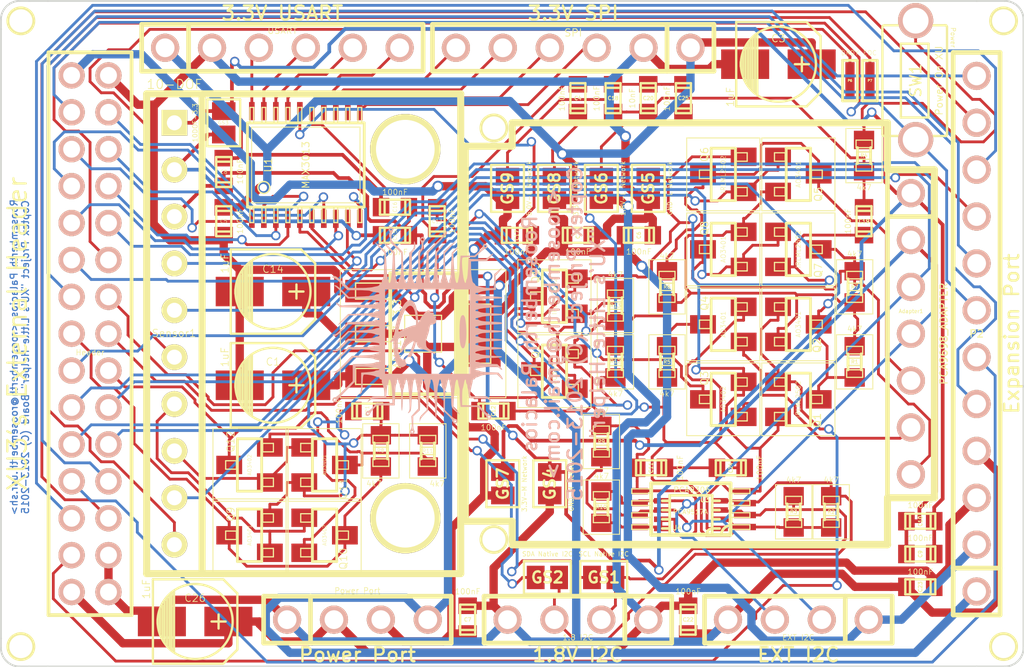
<source format=kicad_pcb>
(kicad_pcb (version 4) (host pcbnew "(2014-jul-16 BZR unknown)-product")
  (layers (0 F.Cu signal) (31 B.Cu signal hide) (36 B.SilkS user) (37 F.SilkS user) (38 B.Mask user) (39 F.Mask user) (44 Edge.Cuts user))
  (net 0 "")
  (net 1 "/1.8 I2C SCL")
  (net 2 "/1.8 I2C SDA")
  (net 3 /1.8V)
  (net 4 /3.3V)
  (net 5 /5.0V)
  (net 6 /GND)
  (net 7 "/PCA9698 IRQ")
  (net 8 "/PCA9698 OE")
  (net 9 "/PCA9698 RESET")
  (net 10 /SCL)
  (net 11 /SDA)
  (net 12 "/XU PWRON")
  (net 13 /~AccelIRQ)
  (net 14 /~GyroIRQ)
  (net 15 /~PSReset)
  (net 16 "Net-(Adapter1-Pad5)")
  (net 17 "Net-(Adapter1-Pad6)")
  (net 18 "Net-(Adapter1-Pad7)")
  (net 19 "Net-(C15-Pad1)")
  (net 20 "Net-(P1-Pad3)")
  (net 21 "Net-(P1-Pad4)")
  (net 22 "Net-(P1-Pad5)")
  (net 23 "Net-(P1-Pad6)")
  (net 24 "Net-(P3-Pad4)")
  (net 25 "Net-(P3-Pad5)")
  (net 26 "Net-(P3-Pad6)")
  (net 27 "Net-(P3-Pad7)")
  (net 28 "Net-(P3-Pad8)")
  (net 29 "Net-(P3-Pad9)")
  (net 30 "Net-(P3-Pad10)")
  (net 31 "Net-(P3-Pad11)")
  (net 32 "Net-(P4-Pad3)")
  (net 33 "Net-(P4-Pad4)")
  (net 34 "Net-(P4-Pad5)")
  (net 35 "Net-(P4-Pad6)")
  (net 36 "Net-(P6-Pad1)")
  (net 37 "Net-(P7-Pad1)")
  (net 38 "Net-(Q1-Pad3)")
  (net 39 "Net-(Q10-Pad1)")
  (net 40 "Net-(Q11-Pad1)")
  (net 41 "Net-(Q13-Pad3)")
  (net 42 "Net-(R4-Pad2)")
  (net 43 /3.3V=M)
  (net 44 /GND=M)
  (net 45 /5.0V=H)
  (net 46 /GND=H)
  (net 47 /3.3V=H)
  (net 48 /1.8V=H)
  (net 49 "/Native I2C SCL")
  (net 50 "/Native I2C SDA")
  (net 51 /ADC0.AIN1)
  (net 52 /ADC0.AIN3)
  (net 53 /XE13)
  (net 54 /XE14)
  (net 55 /XE15)
  (net 56 /XE16)
  (net 57 /XE17)
  (net 58 /MAX3013_Enable)
  (module pinhead-1X01 (layer F.Cu) (at 240.538 61.214 180)
    (fp_text reference P6 (at 0 0 180) (layer F.SilkS) (effects (font (size 0.127 0.127) (thickness 0.03175))))
    (fp_text value DRDY (at 0 1.5 180) (layer F.SilkS) (effects (font (size 0.25 0.25) (thickness 0.02))))
    (pad 1 smd rect (at 0 0 180) (size 0.5 2) (layers F.Cu F.Mask) (net 36 "Net-(P6-Pad1)"))
  )
  (module pinhead-1X01 (layer F.Cu) (at 241.618 61.214 180)
    (fp_text reference P7 (at 0 0 180) (layer F.SilkS) (effects (font (size 0.127 0.127) (thickness 0.03175))))
    (fp_text value EOC (at 0 1.5 180) (layer F.SilkS) (effects (font (size 0.25 0.25) (thickness 0.02))))
    (pad 1 smd rect (at 0 0 180) (size 0.5 2) (layers F.Cu F.Mask) (net 37 "Net-(P7-Pad1)"))
  )
  (module 10-DOF (layer F.Cu) (at 203.962 74.93)
    (fp_text reference Sensor1 (at -0.0254 -0.0254) (layer F.SilkS) (effects (font (size 0.4 0.4) (thickness 0.04))))
    (fp_text value 10-DOF (at 0 -13.5128) (layer F.SilkS) (effects (font (size 0.5 0.5) (thickness 0.05))))
    (pad 1 thru_hole rect (at -0.00508 -11.43 180) (size 1.397 1.397) (drill 0.8128) (layers *.Cu *.Mask F.SilkS) (net 43 /3.3V=M))
    (pad 2 thru_hole circle (at -0.00508 -8.89 180) (size 1.397 1.397) (drill 0.8128) (layers *.Cu *.Mask F.SilkS) (net 19 "Net-(C15-Pad1)"))
    (pad 3 thru_hole circle (at -0.00508 -6.35 180) (size 1.397 1.397) (drill 0.8128) (layers *.Cu *.Mask F.SilkS) (net 44 /GND=M))
    (pad 4 thru_hole circle (at -0.00508 -3.81 180) (size 1.397 1.397) (drill 0.8128) (layers *.Cu *.Mask F.SilkS) (net 10 /SCL))
    (pad 5 thru_hole circle (at -0.00508 -1.27 180) (size 1.397 1.397) (drill 0.8128) (layers *.Cu *.Mask F.SilkS) (net 11 /SDA))
    (pad 6 thru_hole circle (at -0.00508 1.27 180) (size 1.397 1.397) (drill 0.8128) (layers *.Cu *.Mask F.SilkS) (net 36 "Net-(P6-Pad1)"))
    (pad 7 thru_hole circle (at -0.00508 3.81 180) (size 1.397 1.397) (drill 0.8128) (layers *.Cu *.Mask F.SilkS) (net 39 "Net-(Q10-Pad1)"))
    (pad 8 thru_hole circle (at -0.00508 6.35 180) (size 1.397 1.397) (drill 0.8128) (layers *.Cu *.Mask F.SilkS) (net 40 "Net-(Q11-Pad1)"))
    (pad 9 thru_hole circle (at -0.00508 8.89 180) (size 1.397 1.397) (drill 0.8128) (layers *.Cu *.Mask F.SilkS) (net 41 "Net-(Q13-Pad3)"))
    (pad 10 thru_hole circle (at -0.00508 11.43 180) (size 1.397 1.397) (drill 0.8128) (layers *.Cu *.Mask F.SilkS) (net 37 "Net-(P7-Pad1)"))
    (pad "" thru_hole circle (at 12.49934 -9.99998) (size 3.81 3.81) (drill 3.175) (layers *.Cu *.Mask F.SilkS))
    (pad "" thru_hole circle (at 12.49934 9.99998) (size 3.81 3.81) (drill 3.175) (layers *.Cu *.Mask F.SilkS))
  )
  (module pinhead-2X15M (layer F.Cu) (at 199.39 74.93 270)
    (fp_text reference Header (at 1.016 0 360) (layer F.SilkS) (effects (font (size 0.3 0.3) (thickness 0.035))))
    (fp_text value "XU3's External Header" (at 0 3.937 270) (layer F.SilkS) (effects (font (thickness 0.12))))
    (pad 1 thru_hole circle (at -13.99794 0.99822 270) (size 1.4224 1.4224) (drill 0.9144) (layers *.Cu *.SilkS *.Mask) (net 45 /5.0V=H))
    (pad 2 thru_hole circle (at -13.99794 -0.99822 270) (size 1.4224 1.4224) (drill 0.9144) (layers *.Cu *.SilkS *.Mask) (net 46 /GND=H))
    (pad 3 thru_hole circle (at -11.99896 0.99822 270) (size 1.4224 1.4224) (drill 0.9144) (layers *.Cu *.SilkS *.Mask) (net 51 /ADC0.AIN1))
    (pad 4 thru_hole circle (at -11.99896 -0.99822 270) (size 1.4224 1.4224) (drill 0.9144) (layers *.Cu *.SilkS *.Mask) (net 24 "Net-(P3-Pad4)"))
    (pad 5 thru_hole circle (at -9.99998 0.99822 270) (size 1.4224 1.4224) (drill 0.9144) (layers *.Cu *.SilkS *.Mask) (net 25 "Net-(P3-Pad5)"))
    (pad 6 thru_hole circle (at -9.99998 -0.99822 270) (size 1.4224 1.4224) (drill 0.9144) (layers *.Cu *.SilkS *.Mask) (net 26 "Net-(P3-Pad6)"))
    (pad 7 thru_hole circle (at -7.99846 0.99822 270) (size 1.4224 1.4224) (drill 0.9144) (layers *.Cu *.SilkS *.Mask) (net 27 "Net-(P3-Pad7)"))
    (pad 8 thru_hole circle (at -7.99846 -0.99822 270) (size 1.4224 1.4224) (drill 0.9144) (layers *.Cu *.SilkS *.Mask) (net 28 "Net-(P3-Pad8)"))
    (pad 9 thru_hole circle (at -5.99948 0.99822 270) (size 1.4224 1.4224) (drill 0.9144) (layers *.Cu *.SilkS *.Mask) (net 29 "Net-(P3-Pad9)"))
    (pad 10 thru_hole circle (at -5.99948 -0.99822 270) (size 1.4224 1.4224) (drill 0.9144) (layers *.Cu *.SilkS *.Mask) (net 30 "Net-(P3-Pad10)"))
    (pad 11 thru_hole circle (at -3.99796 0.99822 270) (size 1.4224 1.4224) (drill 0.9144) (layers *.Cu *.SilkS *.Mask) (net 31 "Net-(P3-Pad11)"))
    (pad 12 thru_hole circle (at -3.99796 -0.99822 270) (size 1.4224 1.4224) (drill 0.9144) (layers *.Cu *.SilkS *.Mask) (net 12 "/XU PWRON"))
    (pad 13 thru_hole circle (at -1.99898 0.99822 270) (size 1.4224 1.4224) (drill 0.9144) (layers *.Cu *.SilkS *.Mask) (net 53 /XE13))
    (pad 14 thru_hole circle (at -1.99898 -0.99822 270) (size 1.4224 1.4224) (drill 0.9144) (layers *.Cu *.SilkS *.Mask) (net 49 "/Native I2C SCL"))
    (pad 15 thru_hole circle (at 0 0.99822 270) (size 1.4224 1.4224) (drill 0.9144) (layers *.Cu *.SilkS *.Mask) (net 13 /~AccelIRQ))
    (pad 16 thru_hole circle (at 0 -0.99822 270) (size 1.4224 1.4224) (drill 0.9144) (layers *.Cu *.SilkS *.Mask) (net 50 "/Native I2C SDA"))
    (pad 17 thru_hole circle (at 1.99898 0.99822 270) (size 1.4224 1.4224) (drill 0.9144) (layers *.Cu *.SilkS *.Mask) (net 54 /XE14))
    (pad 18 thru_hole circle (at 1.99898 -0.99822 270) (size 1.4224 1.4224) (drill 0.9144) (layers *.Cu *.SilkS *.Mask) (net 14 /~GyroIRQ))
    (pad 19 thru_hole circle (at 3.99796 0.99822 270) (size 1.4224 1.4224) (drill 0.9144) (layers *.Cu *.SilkS *.Mask) (net 8 "/PCA9698 OE"))
    (pad 20 thru_hole circle (at 3.99796 -0.99822 270) (size 1.4224 1.4224) (drill 0.9144) (layers *.Cu *.SilkS *.Mask) (net 9 "/PCA9698 RESET"))
    (pad 21 thru_hole circle (at 5.99948 0.99822 270) (size 1.4224 1.4224) (drill 0.9144) (layers *.Cu *.SilkS *.Mask) (net 7 "/PCA9698 IRQ"))
    (pad 22 thru_hole circle (at 5.99948 -0.99822 270) (size 1.4224 1.4224) (drill 0.9144) (layers *.Cu *.SilkS *.Mask) (net 15 /~PSReset))
    (pad 23 thru_hole circle (at 7.99846 0.99822 270) (size 1.4224 1.4224) (drill 0.9144) (layers *.Cu *.SilkS *.Mask) (net 52 /ADC0.AIN3))
    (pad 24 thru_hole circle (at 7.99846 -0.99822 270) (size 1.4224 1.4224) (drill 0.9144) (layers *.Cu *.SilkS *.Mask) (net 57 /XE17))
    (pad 25 thru_hole circle (at 9.99998 0.99822 270) (size 1.4224 1.4224) (drill 0.9144) (layers *.Cu *.SilkS *.Mask) (net 55 /XE15))
    (pad 26 thru_hole circle (at 9.99998 -0.99822 270) (size 1.4224 1.4224) (drill 0.9144) (layers *.Cu *.SilkS *.Mask) (net 56 /XE16))
    (pad 27 thru_hole circle (at 11.99896 0.99822 270) (size 1.4224 1.4224) (drill 0.9144) (layers *.Cu *.SilkS *.Mask) (net 58 /MAX3013_Enable))
    (pad 28 thru_hole circle (at 11.99896 -0.99822 270) (size 1.4224 1.4224) (drill 0.9144) (layers *.Cu *.SilkS *.Mask) (net 46 /GND=H))
    (pad 29 thru_hole circle (at 13.99794 0.99822 270) (size 1.4224 1.4224) (drill 0.9144) (layers *.Cu *.SilkS *.Mask) (net 48 /1.8V=H))
    (pad 30 thru_hole circle (at 13.99794 -0.99822 270) (size 1.4224 1.4224) (drill 0.9144) (layers *.Cu *.SilkS *.Mask) (net 46 /GND=H))
  )
  (module pinhead-1X06 (layer F.Cu) (at 209.804 59.436)
    (fp_text reference USART (at 0 -0.9144) (layer F.SilkS) (effects (font (size 0.3 0.35) (thickness 0.035))))
    (fp_text value "3.3V USART" (at 0 -1.8796) (layer F.SilkS) (effects (font (size 0.762 0.762) (thickness 0.127))))
    (pad 1 thru_hole circle (at -6.35 0) (size 1.524 1.524) (drill 1.016) (layers *.Cu *.SilkS *.Mask) (net 47 /3.3V=H))
    (pad 2 thru_hole circle (at -3.81 0) (size 1.524 1.524) (drill 1.016) (layers *.Cu *.SilkS *.Mask) (net 46 /GND=H))
    (pad 3 thru_hole circle (at -1.27 0) (size 1.524 1.524) (drill 1.016) (layers *.Cu *.SilkS *.Mask) (net 20 "Net-(P1-Pad3)"))
    (pad 4 thru_hole circle (at 1.27 0) (size 1.524 1.524) (drill 1.016) (layers *.Cu *.SilkS *.Mask) (net 21 "Net-(P1-Pad4)"))
    (pad 5 thru_hole circle (at 3.81 0) (size 1.524 1.524) (drill 1.016) (layers *.Cu *.SilkS *.Mask) (net 22 "Net-(P1-Pad5)"))
    (pad 6 thru_hole circle (at 6.35 0) (size 1.524 1.524) (drill 1.016) (layers *.Cu *.SilkS *.Mask) (net 23 "Net-(P1-Pad6)"))
  )
  (module pinhead-1X06 (layer F.Cu) (at 225.552 59.436 180)
    (fp_text reference SPI (at 0 0.8128 180) (layer F.SilkS) (effects (font (size 0.4 0.4) (thickness 0.045))))
    (fp_text value "3.3V SPI" (at 0 1.8796 180) (layer F.SilkS) (effects (font (size 0.762 0.762) (thickness 0.127))))
    (pad 1 thru_hole circle (at -6.35 0 180) (size 1.524 1.524) (drill 1.016) (layers *.Cu *.SilkS *.Mask) (net 47 /3.3V=H))
    (pad 2 thru_hole circle (at -3.81 0 180) (size 1.524 1.524) (drill 1.016) (layers *.Cu *.SilkS *.Mask) (net 46 /GND=H))
    (pad 3 thru_hole circle (at -1.27 0 180) (size 1.524 1.524) (drill 1.016) (layers *.Cu *.SilkS *.Mask) (net 32 "Net-(P4-Pad3)"))
    (pad 4 thru_hole circle (at 1.27 0 180) (size 1.524 1.524) (drill 1.016) (layers *.Cu *.SilkS *.Mask) (net 33 "Net-(P4-Pad4)"))
    (pad 5 thru_hole circle (at 3.81 0 180) (size 1.524 1.524) (drill 1.016) (layers *.Cu *.SilkS *.Mask) (net 34 "Net-(P4-Pad5)"))
    (pad 6 thru_hole circle (at 6.35 0 180) (size 1.524 1.524) (drill 1.016) (layers *.Cu *.SilkS *.Mask) (net 35 "Net-(P4-Pad6)"))
  )
  (module pinhead-1X04 (layer F.Cu) (at 225.806 90.424 180)
    (fp_text reference "1.8 I2C" (at 0 -0.9652 180) (layer F.SilkS) (effects (font (size 0.3 0.3) (thickness 0.035))))
    (fp_text value "1.8V I2C" (at 0 -1.905 180) (layer F.SilkS) (effects (font (size 0.762 0.762) (thickness 0.127))))
    (pad 1 thru_hole circle (at -3.81 0 180) (size 1.524 1.524) (drill 1.016) (layers *.Cu *.SilkS *.Mask) (net 48 /1.8V=H))
    (pad 2 thru_hole circle (at -1.27 0 180) (size 1.524 1.524) (drill 1.016) (layers *.Cu *.SilkS *.Mask) (net 1 "/1.8 I2C SCL"))
    (pad 3 thru_hole circle (at 1.27 0 180) (size 1.524 1.524) (drill 1.016) (layers *.Cu *.SilkS *.Mask) (net 2 "/1.8 I2C SDA"))
    (pad 4 thru_hole circle (at 3.81 0 180) (size 1.524 1.524) (drill 1.016) (layers *.Cu *.SilkS *.Mask) (net 46 /GND=H))
  )
  (module "[EXT] Pinhead Library:pinhead-1X04" (layer F.Cu) (at 213.868 90.424)
    (fp_text reference "Power Port" (at 0 -1.5748) (layer F.SilkS) (effects (font (size 0.3 0.3) (thickness 0.035))))
    (fp_text value "Power Port" (at 0 1.905) (layer F.SilkS) (effects (font (size 0.762 0.762) (thickness 0.127))))
    (pad 1 thru_hole circle (at -3.81 0) (size 1.524 1.524) (drill 1.016) (layers *.Cu *.SilkS *.Mask) (net 46 /GND=H))
    (pad 2 thru_hole circle (at -1.27 0) (size 1.524 1.524) (drill 1.016) (layers *.Cu *.SilkS *.Mask) (net 48 /1.8V=H))
    (pad 3 thru_hole circle (at 1.27 0) (size 1.524 1.524) (drill 1.016) (layers *.Cu *.SilkS *.Mask) (net 47 /3.3V=H))
    (pad 4 thru_hole circle (at 3.81 0) (size 1.524 1.524) (drill 1.016) (layers *.Cu *.SilkS *.Mask) (net 45 /5.0V=H))
  )
  (module pinhead-1X04 (layer F.Cu) (at 237.744 90.424 180)
    (fp_text reference "EXT I2C" (at 0 -0.9652 180) (layer F.SilkS) (effects (font (size 0.3 0.3) (thickness 0.035))))
    (fp_text value "EXT I2C" (at 0 -1.905 180) (layer F.SilkS) (effects (font (size 0.762 0.762) (thickness 0.127))))
    (pad 1 thru_hole circle (at -3.81 0 180) (size 1.524 1.524) (drill 1.016) (layers *.Cu *.SilkS *.Mask) (net 47 /3.3V=H))
    (pad 2 thru_hole circle (at -1.27 0 180) (size 1.524 1.524) (drill 1.016) (layers *.Cu *.SilkS *.Mask) (net 10 /SCL))
    (pad 3 thru_hole circle (at 1.27 0 180) (size 1.524 1.524) (drill 1.016) (layers *.Cu *.SilkS *.Mask) (net 11 /SDA))
    (pad 4 thru_hole circle (at 3.81 0 180) (size 1.524 1.524) (drill 1.016) (layers *.Cu *.SilkS *.Mask) (net 46 /GND=H))
  )
  (module switch-misc-FSM (layer F.Cu) (at 244.094 61.214)
    (fp_text reference SW1 (at 0 0 90) (layer F.SilkS) (effects (font (size 0.6 0.6) (thickness 0.0889))))
    (fp_text value "Power On XU" (at 1.27 0 90) (layer F.SilkS) (effects (font (size 0.381 0.381) (thickness 0.0508))))
    (pad 1 thru_hole circle (at 0 -3.24866) (size 1.905 1.905) (drill 1.397) (layers *.Cu *.SilkS *.Mask) (net 42 "Net-(R4-Pad2)"))
    (pad 2 thru_hole circle (at 0 3.19786) (size 1.905 1.905) (drill 1.397) (layers *.Cu *.SilkS *.Mask) (net 12 "/XU PWRON"))
  )
  (module pinhead-1X07 (layer F.Cu) (at 243.84 74.93 270)
    (fp_text reference Adapter1 (at -1.2192 0 360) (layer F.SilkS) (effects (font (size 0.2 0.2) (thickness 0.035))))
    (fp_text value PCA9698_ADAPTER (at 0 -1.778 270) (layer F.SilkS) (effects (font (size 0.4 0.4) (thickness 0.06))))
    (pad 1 thru_hole circle (at -7.62 0 270) (size 1.524 1.524) (drill 1.016) (layers *.Cu *.SilkS *.Mask) (net 43 /3.3V=M))
    (pad 2 thru_hole circle (at -5.08 0 270) (size 1.524 1.524) (drill 1.016) (layers *.Cu *.SilkS *.Mask) (net 44 /GND=M))
    (pad 3 thru_hole circle (at -2.54 0 270) (size 1.524 1.524) (drill 1.016) (layers *.Cu *.SilkS *.Mask) (net 11 /SDA))
    (pad 4 thru_hole circle (at 0 0 270) (size 1.524 1.524) (drill 1.016) (layers *.Cu *.SilkS *.Mask) (net 10 /SCL))
    (pad 5 thru_hole circle (at 2.54 0 270) (size 1.524 1.524) (drill 1.016) (layers *.Cu *.SilkS *.Mask) (net 16 "Net-(Adapter1-Pad5)"))
    (pad 6 thru_hole circle (at 5.08 0 270) (size 1.524 1.524) (drill 1.016) (layers *.Cu *.SilkS *.Mask) (net 17 "Net-(Adapter1-Pad6)"))
    (pad 7 thru_hole circle (at 7.62 0 270) (size 1.524 1.524) (drill 1.016) (layers *.Cu *.SilkS *.Mask) (net 18 "Net-(Adapter1-Pad7)"))
  )
  (module pinhead-1X12 (layer F.Cu) (at 247.396 74.93 90)
    (fp_text reference P2 (at 0 0 180) (layer F.SilkS) (effects (font (size 0.4 0.4) (thickness 0.06))))
    (fp_text value "Expansion Port" (at 0 1.905 90) (layer F.SilkS) (effects (font (size 0.762 0.762) (thickness 0.127))))
    (pad 1 thru_hole circle (at -13.97 0 90) (size 1.524 1.524) (drill 1.016) (layers *.Cu *.SilkS *.Mask) (net 45 /5.0V=H))
    (pad 2 thru_hole circle (at -11.43 0 90) (size 1.524 1.524) (drill 1.016) (layers *.Cu *.SilkS *.Mask) (net 47 /3.3V=H))
    (pad 3 thru_hole circle (at -8.89 0 90) (size 1.524 1.524) (drill 1.016) (layers *.Cu *.SilkS *.Mask) (net 48 /1.8V=H))
    (pad 4 thru_hole circle (at -6.35 0 90) (size 1.524 1.524) (drill 1.016) (layers *.Cu *.SilkS *.Mask) (net 46 /GND=H))
    (pad 5 thru_hole circle (at -3.81 0 90) (size 1.524 1.524) (drill 1.016) (layers *.Cu *.SilkS *.Mask) (net 51 /ADC0.AIN1))
    (pad 6 thru_hole circle (at -1.27 0 90) (size 1.524 1.524) (drill 1.016) (layers *.Cu *.SilkS *.Mask) (net 52 /ADC0.AIN3))
    (pad 7 thru_hole circle (at 1.27 0 90) (size 1.524 1.524) (drill 1.016) (layers *.Cu *.SilkS *.Mask) (net 12 "/XU PWRON"))
    (pad 8 thru_hole circle (at 3.81 0 90) (size 1.524 1.524) (drill 1.016) (layers *.Cu *.SilkS *.Mask) (net 53 /XE13))
    (pad 9 thru_hole circle (at 6.35 0 90) (size 1.524 1.524) (drill 1.016) (layers *.Cu *.SilkS *.Mask) (net 54 /XE14))
    (pad 10 thru_hole circle (at 8.89 0 90) (size 1.524 1.524) (drill 1.016) (layers *.Cu *.SilkS *.Mask) (net 55 /XE15))
    (pad 11 thru_hole circle (at 11.43 0 90) (size 1.524 1.524) (drill 1.016) (layers *.Cu *.SilkS *.Mask) (net 56 /XE16))
    (pad 12 thru_hole circle (at 13.97 0 90) (size 1.524 1.524) (drill 1.016) (layers *.Cu *.SilkS *.Mask) (net 57 /XE17))
  )
  (module -SOT23 (layer F.Cu) (at 237.744 66.294 270)
    (fp_text reference Q5 (at 1.0795 -1.0795 270) (layer F.SilkS) (effects (font (size 0.4 0.4) (thickness 0.05))))
    (fp_text value AO3401 (at 0 0 270) (layer F.SilkS) (effects (font (size 0.254 0.254) (thickness 0.0254))))
    (pad 1 smd rect (at -0.94996 1.09982 270) (size 0.99822 1.39954) (layers F.Cu F.Mask) (net 9 "/PCA9698 RESET"))
    (pad 2 smd rect (at 0.94996 1.09982 270) (size 0.99822 1.39954) (layers F.Cu F.Mask) (net 4 /3.3V))
    (pad 3 smd rect (at 0 -1.09982 270) (size 0.99822 1.39954) (layers F.Cu F.Mask) (net 16 "Net-(Adapter1-Pad5)"))
  )
  (module -SOT23 (layer F.Cu) (at 233.68 66.294 90)
    (fp_text reference Q6 (at 1.0795 -1.016 90) (layer F.SilkS) (effects (font (size 0.4 0.4) (thickness 0.05))))
    (fp_text value IRLML2502 (at 0 0 90) (layer F.SilkS) (effects (font (size 0.254 0.254) (thickness 0.0254))))
    (pad 1 smd rect (at -0.94996 1.09982 90) (size 0.99822 1.39954) (layers F.Cu F.Mask) (net 9 "/PCA9698 RESET"))
    (pad 2 smd rect (at 0.94996 1.09982 90) (size 0.99822 1.39954) (layers F.Cu F.Mask) (net 6 /GND))
    (pad 3 smd rect (at 0 -1.09982 90) (size 0.99822 1.39954) (layers F.Cu F.Mask) (net 16 "Net-(Adapter1-Pad5)"))
  )
  (module -SOT23 (layer F.Cu) (at 237.744 70.358 270)
    (fp_text reference Q7 (at 1.143 -1.0795 270) (layer F.SilkS) (effects (font (size 0.4 0.4) (thickness 0.05))))
    (fp_text value IRLML2502 (at 0 0 270) (layer F.SilkS) (effects (font (size 0.254 0.254) (thickness 0.0254))))
    (pad 1 smd rect (at -0.94996 1.09982 270) (size 0.99822 1.39954) (layers F.Cu F.Mask) (net 8 "/PCA9698 OE"))
    (pad 2 smd rect (at 0.94996 1.09982 270) (size 0.99822 1.39954) (layers F.Cu F.Mask) (net 6 /GND))
    (pad 3 smd rect (at 0 -1.09982 270) (size 0.99822 1.39954) (layers F.Cu F.Mask) (net 18 "Net-(Adapter1-Pad7)"))
  )
  (module -SOT23 (layer F.Cu) (at 233.68 70.358 90)
    (fp_text reference Q8 (at 1.143 -1.016 90) (layer F.SilkS) (effects (font (size 0.4 0.4) (thickness 0.05))))
    (fp_text value AO3401 (at 0 0 90) (layer F.SilkS) (effects (font (size 0.254 0.254) (thickness 0.0254))))
    (pad 1 smd rect (at -0.94996 1.09982 90) (size 0.99822 1.39954) (layers F.Cu F.Mask) (net 8 "/PCA9698 OE"))
    (pad 2 smd rect (at 0.94996 1.09982 90) (size 0.99822 1.39954) (layers F.Cu F.Mask) (net 4 /3.3V))
    (pad 3 smd rect (at 0 -1.09982 90) (size 0.99822 1.39954) (layers F.Cu F.Mask) (net 18 "Net-(Adapter1-Pad7)"))
  )
  (module -SOT23 (layer F.Cu) (at 237.744 74.422 270)
    (fp_text reference Q2 (at 1.143 -1.016 270) (layer F.SilkS) (effects (font (size 0.4 0.4) (thickness 0.06))))
    (fp_text value AO3401 (at 0 0 270) (layer F.SilkS) (effects (font (size 0.25 0.25) (thickness 0.025))))
    (pad 1 smd rect (at -0.94996 1.09982 270) (size 0.99822 1.39954) (layers F.Cu F.Mask) (net 58 /MAX3013_Enable))
    (pad 2 smd rect (at 0.94996 1.09982 270) (size 0.99822 1.39954) (layers F.Cu F.Mask) (net 4 /3.3V))
    (pad 3 smd rect (at 0 -1.09982 270) (size 0.99822 1.39954) (layers F.Cu F.Mask) (net 38 "Net-(Q1-Pad3)"))
  )
  (module -SOT23 (layer F.Cu) (at 233.68 74.422 90)
    (fp_text reference Q4 (at 1.143 -1.016 90) (layer F.SilkS) (effects (font (size 0.4 0.4) (thickness 0.05))))
    (fp_text value AO3401 (at 0 0 90) (layer F.SilkS) (effects (font (size 0.25 0.25) (thickness 0.025))))
    (pad 1 smd rect (at -0.94996 1.09982 90) (size 0.99822 1.39954) (layers F.Cu F.Mask) (net 17 "Net-(Adapter1-Pad6)"))
    (pad 2 smd rect (at 0.94996 1.09982 90) (size 0.99822 1.39954) (layers F.Cu F.Mask) (net 3 /1.8V))
    (pad 3 smd rect (at 0 -1.09982 90) (size 0.99822 1.39954) (layers F.Cu F.Mask) (net 7 "/PCA9698 IRQ"))
  )
  (module -SOT23 (layer F.Cu) (at 237.744 78.486 270)
    (fp_text reference Q1 (at 1.143 -1.016 270) (layer F.SilkS) (effects (font (size 0.4 0.4) (thickness 0.06))))
    (fp_text value IRLML2502 (at 0 0 270) (layer F.SilkS) (effects (font (size 0.25 0.25) (thickness 0.025))))
    (pad 1 smd rect (at -0.94996 1.09982 270) (size 0.99822 1.39954) (layers F.Cu F.Mask) (net 58 /MAX3013_Enable))
    (pad 2 smd rect (at 0.94996 1.09982 270) (size 0.99822 1.39954) (layers F.Cu F.Mask) (net 6 /GND))
    (pad 3 smd rect (at 0 -1.09982 270) (size 0.99822 1.39954) (layers F.Cu F.Mask) (net 38 "Net-(Q1-Pad3)"))
  )
  (module -SOT23 (layer F.Cu) (at 233.68 78.486 90)
    (fp_text reference Q3 (at 1.143 -1.016 90) (layer F.SilkS) (effects (font (size 0.4 0.4) (thickness 0.05))))
    (fp_text value AO3402 (at 0 0 90) (layer F.SilkS) (effects (font (size 0.25 0.25) (thickness 0.025))))
    (pad 1 smd rect (at -0.94996 1.09982 90) (size 0.99822 1.39954) (layers F.Cu F.Mask) (net 17 "Net-(Adapter1-Pad6)"))
    (pad 2 smd rect (at 0.94996 1.09982 90) (size 0.99822 1.39954) (layers F.Cu F.Mask) (net 6 /GND))
    (pad 3 smd rect (at 0 -1.09982 90) (size 0.99822 1.39954) (layers F.Cu F.Mask) (net 7 "/PCA9698 IRQ"))
  )
  (module -TSSOP8 (layer F.Cu) (at 231.924 84.4332 180)
    (fp_text reference U4 (at 0.762 -1.016 180) (layer F.SilkS) (effects (font (size 0.254 0.254) (thickness 0.0508))))
    (fp_text value PCA9517A (at 0.021789 -0.148789 180) (layer F.SilkS) (effects (font (size 0.25 0.25) (thickness 0.035))))
    (pad 1 smd rect (at -2.92354 -0.97282 180) (size 1.19888 0.34798) (layers F.Cu F.Mask) (net 3 /1.8V))
    (pad 2 smd rect (at -2.92354 -0.32258 180) (size 1.19888 0.34798) (layers F.Cu F.Mask) (net 1 "/1.8 I2C SCL"))
    (pad 3 smd rect (at -2.92354 0.32258 180) (size 1.19888 0.34798) (layers F.Cu F.Mask) (net 2 "/1.8 I2C SDA"))
    (pad 4 smd rect (at -2.92354 0.97282 180) (size 1.19888 0.34798) (layers F.Cu F.Mask) (net 6 /GND))
    (pad 5 smd rect (at 2.92354 0.97282 180) (size 1.19888 0.34798) (layers F.Cu F.Mask) (net 4 /3.3V))
    (pad 6 smd rect (at 2.92354 0.32258 180) (size 1.19888 0.34798) (layers F.Cu F.Mask) (net 11 /SDA))
    (pad 7 smd rect (at 2.92354 -0.32258 180) (size 1.19888 0.34798) (layers F.Cu F.Mask) (net 10 /SCL))
    (pad 8 smd rect (at 2.92354 -0.97282 180) (size 1.19888 0.34798) (layers F.Cu F.Mask) (net 4 /3.3V))
  )
  (module -TSSOP8 (layer F.Cu) (at 231.975 84.738 180)
    (fp_text reference U3 (at -0.7112 0.8128 180) (layer F.SilkS) (effects (font (size 0.254 0.254) (thickness 0.0508))))
    (fp_text value PCA9306 (at -0.003611 1.349811 180) (layer F.SilkS) (effects (font (size 0.3 0.3) (thickness 0.04))))
    (pad 1 smd rect (at -1.503 -0.746 180) (size 0.9 0.3) (layers F.Cu F.Mask) (net 6 /GND) (clearance 0.05))
    (pad 2 smd rect (at -1.503 -0.246 180) (size 0.9 0.3) (layers F.Cu F.Mask) (net 3 /1.8V) (clearance 0.05))
    (pad 3 smd rect (at -1.503 0.254 180) (size 0.9 0.3) (layers F.Cu F.Mask) (net 1 "/1.8 I2C SCL") (clearance 0.05))
    (pad 4 smd rect (at -1.503 0.754 180) (size 0.9 0.3) (layers F.Cu F.Mask) (net 2 "/1.8 I2C SDA") (clearance 0.05))
    (pad 5 smd rect (at 1.597 0.754 180) (size 0.9 0.3) (layers F.Cu F.Mask) (net 11 /SDA) (clearance 0.05))
    (pad 6 smd rect (at 1.597 0.254 180) (size 0.9 0.3) (layers F.Cu F.Mask) (net 10 /SCL) (clearance 0.05))
    (pad 7 smd rect (at 1.597 -0.246 180) (size 0.9 0.3) (layers F.Cu F.Mask) (net 4 /3.3V) (clearance 0.05))
    (pad 8 smd rect (at 1.597 -0.746 180) (size 0.9 0.3) (layers F.Cu F.Mask) (net 4 /3.3V) (clearance 0.05))
  )
  (module -SOT23 (layer F.Cu) (at 208.026 85.852 90)
    (fp_text reference Q9 (at 1.143 -1.016 90) (layer F.SilkS) (effects (font (size 0.4 0.4) (thickness 0.04))))
    (fp_text value AO3401 (at 0 0 90) (layer F.SilkS) (effects (font (size 0.2 0.2) (thickness 0.02))))
    (pad 1 smd rect (at -0.94996 1.09982 90) (size 0.99822 1.39954) (layers F.Cu F.Mask) (net 39 "Net-(Q10-Pad1)"))
    (pad 2 smd rect (at 0.94996 1.09982 90) (size 0.99822 1.39954) (layers F.Cu F.Mask) (net 3 /1.8V))
    (pad 3 smd rect (at 0 -1.09982 90) (size 0.99822 1.39954) (layers F.Cu F.Mask) (net 13 /~AccelIRQ))
  )
  (module -SOT23 (layer F.Cu) (at 212.09 85.852 270)
    (fp_text reference Q10 (at 1.27 -1.016 270) (layer F.SilkS) (effects (font (size 0.4 0.4) (thickness 0.04))))
    (fp_text value AO3402 (at 0 0 270) (layer F.SilkS) (effects (font (size 0.2 0.2) (thickness 0.02))))
    (pad 1 smd rect (at -0.94996 1.09982 270) (size 0.99822 1.39954) (layers F.Cu F.Mask) (net 39 "Net-(Q10-Pad1)"))
    (pad 2 smd rect (at 0.94996 1.09982 270) (size 0.99822 1.39954) (layers F.Cu F.Mask) (net 6 /GND))
    (pad 3 smd rect (at 0 -1.09982 270) (size 0.99822 1.39954) (layers F.Cu F.Mask) (net 13 /~AccelIRQ))
  )
  (module -SOT23 (layer F.Cu) (at 212.09 82.042 270)
    (fp_text reference Q11 (at 1.27 -1.016 270) (layer F.SilkS) (effects (font (size 0.4 0.4) (thickness 0.04))))
    (fp_text value AO3401 (at 0 0 270) (layer F.SilkS) (effects (font (size 0.2 0.2) (thickness 0.02))))
    (pad 1 smd rect (at -0.94996 1.09982 270) (size 0.99822 1.39954) (layers F.Cu F.Mask) (net 40 "Net-(Q11-Pad1)"))
    (pad 2 smd rect (at 0.94996 1.09982 270) (size 0.99822 1.39954) (layers F.Cu F.Mask) (net 3 /1.8V))
    (pad 3 smd rect (at 0 -1.09982 270) (size 0.99822 1.39954) (layers F.Cu F.Mask) (net 14 /~GyroIRQ))
  )
  (module -SOT23 (layer F.Cu) (at 208.026 82.042 90)
    (fp_text reference Q12 (at 1.27 -1.016 90) (layer F.SilkS) (effects (font (size 0.4 0.4) (thickness 0.04))))
    (fp_text value AO3402 (at 0 0 90) (layer F.SilkS) (effects (font (size 0.2 0.2) (thickness 0.02))))
    (pad 1 smd rect (at -0.94996 1.09982 90) (size 0.99822 1.39954) (layers F.Cu F.Mask) (net 40 "Net-(Q11-Pad1)"))
    (pad 2 smd rect (at 0.94996 1.09982 90) (size 0.99822 1.39954) (layers F.Cu F.Mask) (net 6 /GND))
    (pad 3 smd rect (at 0 -1.09982 90) (size 0.99822 1.39954) (layers F.Cu F.Mask) (net 14 /~GyroIRQ))
  )
  (module -SOT23 (layer F.Cu) (at 224.536 76.962 90)
    (fp_text reference Q14 (at 1.27 -1.016 90) (layer F.SilkS) (effects (font (size 0.4 0.4) (thickness 0.05))))
    (fp_text value AO3401 (at 0 0 90) (layer F.SilkS) (effects (font (size 0.25 0.25) (thickness 0.025))))
    (pad 1 smd rect (at -0.94996 1.09982 90) (size 0.99822 1.39954) (layers F.Cu F.Mask) (net 15 /~PSReset))
    (pad 2 smd rect (at 0.94996 1.09982 90) (size 0.99822 1.39954) (layers F.Cu F.Mask) (net 4 /3.3V))
    (pad 3 smd rect (at 0 -1.09982 90) (size 0.99822 1.39954) (layers F.Cu F.Mask) (net 41 "Net-(Q13-Pad3)"))
  )
  (module -SOT23 (layer F.Cu) (at 224.536 72.898 90)
    (fp_text reference Q13 (at 1.27 -1.016 90) (layer F.SilkS) (effects (font (size 0.4 0.4) (thickness 0.05))))
    (fp_text value IRLML2502 (at 0 0 90) (layer F.SilkS) (effects (font (size 0.25 0.25) (thickness 0.025))))
    (pad 1 smd rect (at -0.94996 1.09982 90) (size 0.99822 1.39954) (layers F.Cu F.Mask) (net 15 /~PSReset))
    (pad 2 smd rect (at 0.94996 1.09982 90) (size 0.99822 1.39954) (layers F.Cu F.Mask) (net 6 /GND))
    (pad 3 smd rect (at 0 -1.09982 90) (size 0.99822 1.39954) (layers F.Cu F.Mask) (net 41 "Net-(Q13-Pad3)"))
  )
  (module -R0603 (layer F.Cu) (at 215.138 81.28 90)
    (fp_text reference R8 (at 0.0132 -0.0127 180) (layer F.SilkS) (effects (font (size 0.2 0.2) (thickness 0.02))))
    (fp_text value 4k7 (at -1.778 -0.381 180) (layer F.SilkS) (effects (font (size 0.3 0.3) (thickness 0.035))))
    (pad 1 smd rect (at -0.84836 0 90) (size 0.99822 1.09982) (layers F.Cu F.Mask) (net 13 /~AccelIRQ))
    (pad 2 smd rect (at 0.84836 0 90) (size 0.99822 1.09982) (layers F.Cu F.Mask) (net 3 /1.8V))
  )
  (module Connect:1pin (layer F.Cu) (at 221.259 86.0806)
    (fp_text reference B6 (at 0 0) (layer F.SilkS) (effects (font (size 0.6 0.6) (thickness 0.008))))
    (fp_text value O hide)
    (pad 1 thru_hole circle (at 0 0) (size 1.4 1.4) (drill 1.25) (layers *.Cu *.Mask F.SilkS) (clearance 0.001))
  )
  (module Connect:1pin (layer F.Cu) (at 195.644 57.9755)
    (fp_text reference B1 (at 0 0) (layer F.SilkS) (effects (font (size 0.6 0.6) (thickness 0.008))))
    (fp_text value O hide)
    (pad 1 thru_hole circle (at 0 0) (size 1.4 1.4) (drill 1.25) (layers *.Cu *.Mask F.SilkS) (clearance 0.001))
  )
  (module Connect:1pin (layer F.Cu) (at 195.644 91.8845)
    (fp_text reference B4 (at 0 0) (layer F.SilkS) (effects (font (size 0.6 0.6) (thickness 0.008))))
    (fp_text value O hide)
    (pad 1 thru_hole circle (at 0 0) (size 1.4 1.4) (drill 1.25) (layers *.Cu *.Mask F.SilkS) (clearance 0.001))
  )
  (module Connect:1pin (layer F.Cu) (at 248.856 91.8845)
    (fp_text reference B3 (at 0 0) (layer F.SilkS) (effects (font (size 0.6 0.6) (thickness 0.008))))
    (fp_text value O hide)
    (pad 1 thru_hole circle (at 0 0) (size 1.4 1.4) (drill 1.25) (layers *.Cu *.Mask F.SilkS) (clearance 0.001))
  )
  (module Connect:1pin (layer F.Cu) (at 248.856 57.9755)
    (fp_text reference B2 (at 0 0) (layer F.SilkS) (effects (font (size 0.6 0.6) (thickness 0.008))))
    (fp_text value O hide)
    (pad 1 thru_hole circle (at 0 0) (size 1.4 1.4) (drill 1.25) (layers *.Cu *.Mask F.SilkS) (clearance 0.001))
  )
  (module Connect:1pin (layer F.Cu) (at 221.259 63.7794)
    (fp_text reference B5 (at 0 0) (layer F.SilkS) (effects (font (size 0.6 0.6) (thickness 0.008))))
    (fp_text value O hide)
    (pad 1 thru_hole circle (at 0 0) (size 1.4 1.4) (drill 1.25) (layers *.Cu *.Mask F.SilkS) (clearance 0.001))
  )
  (module -TSSOP20 (layer F.Cu) (at 211.074 65.786)
    (fp_text reference U1 (at -2.032 0 90) (layer F.SilkS) (effects (font (size 0.4 0.4) (thickness 0.06))))
    (fp_text value MAX3013 (at 0 0 90) (layer F.SilkS) (effects (font (size 0.381 0.381) (thickness 0.0508))))
    (pad 1 smd rect (at -2.92354 2.91592) (size 0.3048 0.9906) (layers F.Cu F.Mask) (net 25 "Net-(P3-Pad5)"))
    (pad 2 smd rect (at -2.2733 2.91592) (size 0.3048 0.9906) (layers F.Cu F.Mask) (net 24 "Net-(P3-Pad4)"))
    (pad 3 smd rect (at -1.62306 2.91592) (size 0.3048 0.9906) (layers F.Cu F.Mask) (net 26 "Net-(P3-Pad6)"))
    (pad 4 smd rect (at -0.97282 2.91592) (size 0.3048 0.9906) (layers F.Cu F.Mask) (net 28 "Net-(P3-Pad8)"))
    (pad 5 smd rect (at -0.32258 2.91592) (size 0.3048 0.9906) (layers F.Cu F.Mask) (net 3 /1.8V))
    (pad 6 smd rect (at 0.32258 2.91592) (size 0.3048 0.9906) (layers F.Cu F.Mask) (net 38 "Net-(Q1-Pad3)"))
    (pad 7 smd rect (at 0.97282 2.91592) (size 0.3048 0.9906) (layers F.Cu F.Mask) (net 27 "Net-(P3-Pad7)"))
    (pad 8 smd rect (at 1.62306 2.91592) (size 0.3048 0.9906) (layers F.Cu F.Mask) (net 29 "Net-(P3-Pad9)"))
    (pad 9 smd rect (at 2.2733 2.91592) (size 0.3048 0.9906) (layers F.Cu F.Mask) (net 31 "Net-(P3-Pad11)"))
    (pad 10 smd rect (at 2.92354 2.91592) (size 0.3048 0.9906) (layers F.Cu F.Mask) (net 30 "Net-(P3-Pad10)"))
    (pad 11 smd rect (at 2.92354 -2.91592) (size 0.3048 0.9906) (layers F.Cu F.Mask) (net 32 "Net-(P4-Pad3)"))
    (pad 12 smd rect (at 2.2733 -2.91592) (size 0.3048 0.9906) (layers F.Cu F.Mask) (net 33 "Net-(P4-Pad4)"))
    (pad 13 smd rect (at 1.62306 -2.91592) (size 0.3048 0.9906) (layers F.Cu F.Mask) (net 34 "Net-(P4-Pad5)"))
    (pad 14 smd rect (at 0.97282 -2.91592) (size 0.3048 0.9906) (layers F.Cu F.Mask) (net 35 "Net-(P4-Pad6)"))
    (pad 15 smd rect (at 0.32258 -2.91592) (size 0.3048 0.9906) (layers F.Cu F.Mask) (net 6 /GND))
    (pad 16 smd rect (at -0.32258 -2.91592) (size 0.3048 0.9906) (layers F.Cu F.Mask) (net 4 /3.3V))
    (pad 17 smd rect (at -0.97282 -2.91592) (size 0.3048 0.9906) (layers F.Cu F.Mask) (net 23 "Net-(P1-Pad6)"))
    (pad 18 smd rect (at -1.62306 -2.91592) (size 0.3048 0.9906) (layers F.Cu F.Mask) (net 22 "Net-(P1-Pad5)"))
    (pad 19 smd rect (at -2.2733 -2.91592) (size 0.3048 0.9906) (layers F.Cu F.Mask) (net 21 "Net-(P1-Pad4)"))
    (pad 20 smd rect (at -2.92354 -2.91592) (size 0.3048 0.9906) (layers F.Cu F.Mask) (net 20 "Net-(P1-Pad3)"))
  )
  (module -SOT223 (layer F.Cu) (at 217.424 74.93 270)
    (fp_text reference U2 (at 0 0 270) (layer F.SilkS) (effects (font (size 0.4 0.4) (thickness 0.06))))
    (fp_text value AMS117-3.3 (at 0 1.397 270) (layer F.SilkS) (effects (font (size 0.4 0.4) (thickness 0.05))))
    (pad 1 smd rect (at -2.30886 3.0988 270) (size 1.21666 2.23266) (layers F.Cu F.Mask) (net 46 /GND=H))
    (pad 2 smd rect (at 0 3.0988 270) (size 1.21666 2.23266) (layers F.Cu F.Mask) (net 47 /3.3V=H))
    (pad 3 smd rect (at 2.30886 3.0988 270) (size 1.21666 2.23266) (layers F.Cu F.Mask) (net 45 /5.0V=H))
    (pad 4 smd rect (at 0 -3.0988 270) (size 3.59918 2.19964) (layers F.Cu F.Mask) (net 47 /3.3V=H))
  )
  (module -R0603 (layer F.Cu) (at 237.49 84.582 90)
    (fp_text reference R3 (at 0 0 180) (layer F.SilkS) (effects (font (size 0.2 0.2) (thickness 0.035))))
    (fp_text value 4k7 (at 1.7272 0 180) (layer F.SilkS) (effects (font (size 0.3 0.3) (thickness 0.035))))
    (pad 1 smd rect (at -0.84836 0 90) (size 0.99822 1.09982) (layers F.Cu F.Mask) (net 3 /1.8V))
    (pad 2 smd rect (at 0.84836 0 90) (size 0.99822 1.09982) (layers F.Cu F.Mask) (net 1 "/1.8 I2C SCL"))
  )
  (module -R0603 (layer F.Cu) (at 239.522 84.582 90)
    (fp_text reference R2 (at 0 0 180) (layer F.SilkS) (effects (font (size 0.2 0.2) (thickness 0.035))))
    (fp_text value 4k7 (at 1.7272 0 180) (layer F.SilkS) (effects (font (size 0.3 0.3) (thickness 0.035))))
    (pad 1 smd rect (at -0.84836 0 90) (size 0.99822 1.09982) (layers F.Cu F.Mask) (net 3 /1.8V))
    (pad 2 smd rect (at 0.84836 0 90) (size 0.99822 1.09982) (layers F.Cu F.Mask) (net 2 "/1.8 I2C SDA"))
  )
  (module -R0603 (layer F.Cu) (at 240.792 76.454 90)
    (fp_text reference R1 (at 0 0.0002 180) (layer F.SilkS) (effects (font (size 0.2 0.2) (thickness 0.035))))
    (fp_text value 4k7 (at 1.778 0 180) (layer F.SilkS) (effects (font (size 0.3 0.3) (thickness 0.035))))
    (pad 1 smd rect (at -0.84836 0 90) (size 0.99822 1.09982) (layers F.Cu F.Mask) (net 38 "Net-(Q1-Pad3)"))
    (pad 2 smd rect (at 0.84836 0 90) (size 0.99822 1.09982) (layers F.Cu F.Mask) (net 4 /3.3V))
  )
  (module -R0603 (layer F.Cu) (at 230.632 72.39 90)
    (fp_text reference R6 (at 0 0 180) (layer F.SilkS) (effects (font (size 0.2 0.2) (thickness 0.035))))
    (fp_text value 4k7 (at 1.6764 0 180) (layer F.SilkS) (effects (font (size 0.3 0.3) (thickness 0.035))))
    (pad 1 smd rect (at -0.84836 0 90) (size 0.99822 1.09982) (layers F.Cu F.Mask) (net 4 /3.3V))
    (pad 2 smd rect (at 0.84836 0 90) (size 0.99822 1.09982) (layers F.Cu F.Mask) (net 16 "Net-(Adapter1-Pad5)"))
  )
  (module -R0603 (layer F.Cu) (at 240.792 72.39 90)
    (fp_text reference R7 (at 0 0 180) (layer F.SilkS) (effects (font (size 0.2 0.2) (thickness 0.035))))
    (fp_text value 4k7 (at 1.778 0 180) (layer F.SilkS) (effects (font (size 0.3 0.3) (thickness 0.035))))
    (pad 1 smd rect (at -0.84836 0 90) (size 0.99822 1.09982) (layers F.Cu F.Mask) (net 4 /3.3V))
    (pad 2 smd rect (at 0.84836 0 90) (size 0.99822 1.09982) (layers F.Cu F.Mask) (net 18 "Net-(Adapter1-Pad7)"))
  )
  (module -R0603 (layer F.Cu) (at 230.632 76.454 270)
    (fp_text reference R5 (at 0 0 360) (layer F.SilkS) (effects (font (size 0.2 0.2) (thickness 0.035))))
    (fp_text value 4k7 (at 1.7272 0 360) (layer F.SilkS) (effects (font (size 0.3 0.3) (thickness 0.035))))
    (pad 1 smd rect (at -0.84836 0 270) (size 0.99822 1.09982) (layers F.Cu F.Mask) (net 7 "/PCA9698 IRQ"))
    (pad 2 smd rect (at 0.84836 0 270) (size 0.99822 1.09982) (layers F.Cu F.Mask) (net 3 /1.8V))
  )
  (module -R0603 (layer F.Cu) (at 217.678 81.28 90)
    (fp_text reference R11 (at 0 0 180) (layer F.SilkS) (effects (font (size 0.2 0.2) (thickness 0.02))))
    (fp_text value 4k7 (at -1.778 0.508 180) (layer F.SilkS) (effects (font (size 0.3 0.3) (thickness 0.035))))
    (pad 1 smd rect (at -0.84836 0 90) (size 0.99822 1.09982) (layers F.Cu F.Mask) (net 14 /~GyroIRQ))
    (pad 2 smd rect (at 0.84836 0 90) (size 0.99822 1.09982) (layers F.Cu F.Mask) (net 3 /1.8V))
  )
  (module -R0603 (layer F.Cu) (at 227.838 76.454 270)
    (fp_text reference R12 (at -0.0254 0 360) (layer F.SilkS) (effects (font (size 0.2 0.2) (thickness 0.035))))
    (fp_text value 4k7 (at 1.7272 0 360) (layer F.SilkS) (effects (font (size 0.3 0.3) (thickness 0.035))))
    (pad 1 smd rect (at -0.84836 0 270) (size 0.99822 1.09982) (layers F.Cu F.Mask) (net 4 /3.3V))
    (pad 2 smd rect (at 0.84836 0 270) (size 0.99822 1.09982) (layers F.Cu F.Mask) (net 41 "Net-(Q13-Pad3)"))
  )
  (module -R0603 (layer F.Cu) (at 227.838 73.406 270)
    (fp_text reference R13 (at 0 0 360) (layer F.SilkS) (effects (font (size 0.2 0.2) (thickness 0.035))))
    (fp_text value 4k7 (at -1.6764 0 360) (layer F.SilkS) (effects (font (size 0.3 0.3) (thickness 0.035))))
    (pad 1 smd rect (at -0.84836 0 270) (size 0.99822 1.09982) (layers F.Cu F.Mask) (net 15 /~PSReset))
    (pad 2 smd rect (at 0.84836 0 270) (size 0.99822 1.09982) (layers F.Cu F.Mask) (net 4 /3.3V))
  )
  (module -R0603 (layer F.Cu) (at 241.3 65.278 90)
    (fp_text reference R4 (at 0 0 180) (layer F.SilkS) (effects (font (size 0.2 0.2) (thickness 0.035))))
    (fp_text value 4k7 (at -1.7272 0 180) (layer F.SilkS) (effects (font (size 0.3 0.3) (thickness 0.035))))
    (pad 1 smd rect (at -0.84836 0 90) (size 0.99822 1.09982) (layers F.Cu F.Mask) (net 5 /5.0V))
    (pad 2 smd rect (at 0.84836 0 90) (size 0.99822 1.09982) (layers F.Cu F.Mask) (net 42 "Net-(R4-Pad2)"))
  )
  (module -R0603 (layer F.Cu) (at 227.076 80.772 90)
    (fp_text reference R9 (at 0 0 180) (layer F.SilkS) (effects (font (size 0.2 0.2) (thickness 0.035))))
    (fp_text value 4k7 (at 1.6764 0 180) (layer F.SilkS) (effects (font (size 0.3 0.3) (thickness 0.035))))
    (pad 1 smd rect (at -0.84836 0 90) (size 0.99822 1.09982) (layers F.Cu F.Mask) (net 10 /SCL))
    (pad 2 smd rect (at 0.84836 0 90) (size 0.99822 1.09982) (layers F.Cu F.Mask) (net 4 /3.3V))
  )
  (module -R0603 (layer F.Cu) (at 227.076 84.328 90)
    (fp_text reference R10 (at 0 0 180) (layer F.SilkS) (effects (font (size 0.2 0.2) (thickness 0.035))))
    (fp_text value 4k7 (at 1.6764 0 180) (layer F.SilkS) (effects (font (size 0.3 0.3) (thickness 0.035))))
    (pad 1 smd rect (at -0.84836 0 90) (size 0.99822 1.09982) (layers F.Cu F.Mask) (net 4 /3.3V))
    (pad 2 smd rect (at 0.84836 0 90) (size 0.99822 1.09982) (layers F.Cu F.Mask) (net 11 /SDA))
  )
  (module Connect:GS2 (layer F.Cu) (at 227.203 88.138 270)
    (fp_text reference GS1 (at 0 0 360) (layer F.SilkS) (effects (font (size 0.6 0.6) (thickness 0.127))))
    (fp_text value "SCL Native I2C" (at -1.27 0 360) (layer F.SilkS) (effects (font (size 0.25 0.24) (thickness 0.035))))
    (pad 1 smd rect (at 0 -0.635 270) (size 1.27 0.9652) (layers F.Cu F.Mask) (net 1 "/1.8 I2C SCL"))
    (pad 2 smd rect (at 0 0.635 270) (size 1.27 0.9652) (layers F.Cu F.Mask) (net 49 "/Native I2C SCL"))
  )
  (module Connect:GS2 (layer F.Cu) (at 224.155 88.138 90)
    (fp_text reference GS2 (at 0 0 180) (layer F.SilkS) (effects (font (size 0.6 0.6) (thickness 0.127))))
    (fp_text value "SDA Native I2C" (at 1.27 0 180) (layer F.SilkS) (effects (font (size 0.25 0.24) (thickness 0.035))))
    (pad 1 smd rect (at 0 -0.635 90) (size 1.27 0.9652) (layers F.Cu F.Mask) (net 50 "/Native I2C SDA"))
    (pad 2 smd rect (at 0 0.635 90) (size 1.27 0.9652) (layers F.Cu F.Mask) (net 2 "/1.8 I2C SDA"))
  )
  (module Connect:GS2 (layer F.Cu) (at 206.629 63.5 180)
    (fp_text reference GS3 (at 0.0254 0 180) (layer F.SilkS) (effects (font (size 0.2 0.2) (thickness 0.02))))
    (fp_text value 10DOF-3.3 (at 1.5494 0 270) (layer F.SilkS) (effects (font (size 0.25 0.25) (thickness 0.035))))
    (pad 1 smd rect (at 0 -0.635 180) (size 1.27 0.9652) (layers F.Cu F.Mask) (net 19 "Net-(C15-Pad1)"))
    (pad 2 smd rect (at 0 0.635 180) (size 1.27 0.9652) (layers F.Cu F.Mask) (net 43 /3.3V=M))
  )
  (module Connect:GS2 (layer F.Cu) (at 224.282 83.058)
    (fp_text reference GS4 (at 0 0 270) (layer F.SilkS) (effects (font (size 0.6 0.6) (thickness 0.127))))
    (fp_text value "GND-M Network" (at 1.1684 0 90) (layer F.SilkS) (effects (font (size 0.25 0.25) (thickness 0.035))))
    (pad 1 smd rect (at 0 -0.635) (size 1.27 0.9652) (layers F.Cu F.Mask) (net 44 /GND=M))
    (pad 2 smd rect (at 0 0.635) (size 1.27 0.9652) (layers F.Cu F.Mask) (net 46 /GND=H))
  )
  (module Connect:GS2 (layer F.Cu) (at 229.616 67.056)
    (fp_text reference GS5 (at 0 0 270) (layer F.SilkS) (effects (font (size 0.6 0.6) (thickness 0.127))))
    (fp_text value "GND-L Network" (at 1.1684 0 90) (layer F.SilkS) (effects (font (size 0.25 0.25) (thickness 0.035))))
    (pad 1 smd rect (at 0 -0.635) (size 1.27 0.9652) (layers F.Cu F.Mask) (net 6 /GND))
    (pad 2 smd rect (at 0 0.635) (size 1.27 0.9652) (layers F.Cu F.Mask) (net 46 /GND=H))
  )
  (module Connect:GS2 (layer F.Cu) (at 227.076 67.056)
    (fp_text reference GS6 (at 0 0 270) (layer F.SilkS) (effects (font (size 0.6 0.6) (thickness 0.127))))
    (fp_text value "1.8V-L Network" (at 1.1684 0 90) (layer F.SilkS) (effects (font (size 0.25 0.25) (thickness 0.035))))
    (pad 1 smd rect (at 0 -0.635) (size 1.27 0.9652) (layers F.Cu F.Mask) (net 3 /1.8V))
    (pad 2 smd rect (at 0 0.635) (size 1.27 0.9652) (layers F.Cu F.Mask) (net 48 /1.8V=H))
  )
  (module Connect:GS2 (layer F.Cu) (at 221.742 83.058)
    (fp_text reference GS7 (at 0 0 270) (layer F.SilkS) (effects (font (size 0.6 0.6) (thickness 0.127))))
    (fp_text value "3.3V-M Network" (at 1.1684 0 90) (layer F.SilkS) (effects (font (size 0.25 0.25) (thickness 0.035))))
    (pad 1 smd rect (at 0 -0.635) (size 1.27 0.9652) (layers F.Cu F.Mask) (net 43 /3.3V=M))
    (pad 2 smd rect (at 0 0.635) (size 1.27 0.9652) (layers F.Cu F.Mask) (net 47 /3.3V=H))
  )
  (module Connect:GS2 (layer F.Cu) (at 224.536 67.056)
    (fp_text reference GS8 (at 0 0 270) (layer F.SilkS) (effects (font (size 0.6 0.6) (thickness 0.127))))
    (fp_text value "3.3V-L Network" (at 1.1684 0 90) (layer F.SilkS) (effects (font (size 0.25 0.25) (thickness 0.035))))
    (pad 1 smd rect (at 0 -0.635) (size 1.27 0.9652) (layers F.Cu F.Mask) (net 4 /3.3V))
    (pad 2 smd rect (at 0 0.635) (size 1.27 0.9652) (layers F.Cu F.Mask) (net 47 /3.3V=H))
  )
  (module Connect:GS2 (layer F.Cu) (at 221.996 67.056)
    (fp_text reference GS9 (at 0 0 270) (layer F.SilkS) (effects (font (size 0.6 0.6) (thickness 0.127))))
    (fp_text value "5.0V-L Network" (at 1.1684 0 90) (layer F.SilkS) (effects (font (size 0.25 0.25) (thickness 0.035))))
    (pad 1 smd rect (at 0 -0.635) (size 1.27 0.9652) (layers F.Cu F.Mask) (net 5 /5.0V))
    (pad 2 smd rect (at 0 0.635) (size 1.27 0.9652) (layers F.Cu F.Mask) (net 45 /5.0V=H))
  )
  (module "[EXT] Coptex Project Library:Bird chip logo" (layer F.Cu) (at 217.424 74.93 90)
    (fp_text reference " " hide)
    (fp_text value " " hide)
  )
  (module Capacitors_SMD:c_elec_4x4.5 (layer F.Cu) (at 209.296 77.724)
    (fp_text reference C1 (at 0 -1.27 180) (layer F.SilkS) (effects (font (size 0.4 0.4) (thickness 0.04))))
    (fp_text value 1uF (at -2.6035 -1.524 90) (layer F.SilkS) (effects (font (size 0.4 0.4) (thickness 0.045))))
    (pad 1 smd rect (at 1.80086 0) (size 2.60096 1.6002) (layers F.Cu F.Mask) (net 45 /5.0V=H))
    (pad 2 smd rect (at -1.80086 0) (size 2.60096 1.6002) (layers F.Cu F.Mask) (net 46 /GND=H))
  )
  (module Capacitors_SMD:c_elec_4x4.5 (layer F.Cu) (at 236.664 60.325)
    (fp_text reference C3 (at 0 -1.397) (layer F.SilkS) (effects (font (size 0.4 0.4) (thickness 0.045))))
    (fp_text value 1uF (at -2.6035 1.778 90) (layer F.SilkS) (effects (font (size 0.4 0.4) (thickness 0.045))))
    (pad 1 smd rect (at 1.80086 0) (size 2.60096 1.6002) (layers F.Cu F.Mask) (net 47 /3.3V=H))
    (pad 2 smd rect (at -1.80086 0) (size 2.60096 1.6002) (layers F.Cu F.Mask) (net 46 /GND=H))
  )
  (module Capacitors_SMD:c_0603 (layer F.Cu) (at 225.806 69.596 180)
    (fp_text reference C2 (at 0 0 270) (layer F.SilkS) (effects (font (size 0.20066 0.20066) (thickness 0.04064))))
    (fp_text value 100nF (at 0 -0.889 180) (layer F.SilkS) (effects (font (size 0.3 0.3) (thickness 0.035))))
    (pad 1 smd rect (at 0.75184 0 180) (size 0.89916 1.00076) (layers F.Cu F.Mask) (net 47 /3.3V=H))
    (pad 2 smd rect (at -0.75184 0 180) (size 0.89916 1.00076) (layers F.Cu F.Mask) (net 46 /GND=H))
  )
  (module Capacitors_SMD:c_0603 (layer F.Cu) (at 206.629 68.834 90)
    (fp_text reference C5 (at 0 0 180) (layer F.SilkS) (effects (font (size 0.2 0.2) (thickness 0.02))))
    (fp_text value 100nF (at 0 0.889 90) (layer F.SilkS) (effects (font (size 0.3 0.3) (thickness 0.035))))
    (pad 1 smd rect (at 0.75184 0 90) (size 0.89916 1.00076) (layers F.Cu F.Mask) (net 47 /3.3V=H))
    (pad 2 smd rect (at -0.75184 0 90) (size 0.89916 1.00076) (layers F.Cu F.Mask) (net 46 /GND=H))
  )
  (module Capacitors_SMD:c_0603 (layer F.Cu) (at 229.108 69.596 180)
    (fp_text reference C6 (at 0 0 270) (layer F.SilkS) (effects (font (size 0.20066 0.20066) (thickness 0.04064))))
    (fp_text value 100nF (at 0 -0.889 180) (layer F.SilkS) (effects (font (size 0.3 0.3) (thickness 0.035))))
    (pad 1 smd rect (at 0.75184 0 180) (size 0.89916 1.00076) (layers F.Cu F.Mask) (net 47 /3.3V=H))
    (pad 2 smd rect (at -0.75184 0 180) (size 0.89916 1.00076) (layers F.Cu F.Mask) (net 46 /GND=H))
  )
  (module Capacitors_SMD:c_0603 (layer F.Cu) (at 219.837 90.424 270)
    (fp_text reference C7 (at 0 0 360) (layer F.SilkS) (effects (font (size 0.20066 0.20066) (thickness 0.04064))))
    (fp_text value 100nF (at -1.524 0 360) (layer F.SilkS) (effects (font (size 0.3 0.3) (thickness 0.035))))
    (pad 1 smd rect (at 0.75184 0 270) (size 0.89916 1.00076) (layers F.Cu F.Mask) (net 47 /3.3V=H))
    (pad 2 smd rect (at -0.75184 0 270) (size 0.89916 1.00076) (layers F.Cu F.Mask) (net 46 /GND=H))
  )
  (module Capacitors_SMD:c_0603 (layer F.Cu) (at 244.348 86.868)
    (fp_text reference C9 (at 0 0 90) (layer F.SilkS) (effects (font (size 0.20066 0.20066) (thickness 0.04064))))
    (fp_text value 100nF (at 0 -0.8636) (layer F.SilkS) (effects (font (size 0.3 0.3) (thickness 0.035))))
    (pad 1 smd rect (at 0.75184 0) (size 0.89916 1.00076) (layers F.Cu F.Mask) (net 43 /3.3V=M))
    (pad 2 smd rect (at -0.75184 0) (size 0.89916 1.00076) (layers F.Cu F.Mask) (net 44 /GND=M))
  )
  (module Capacitors_SMD:c_0603 (layer F.Cu) (at 244.348 85.09)
    (fp_text reference C10 (at 0 0 90) (layer F.SilkS) (effects (font (size 0.20066 0.20066) (thickness 0.04064))))
    (fp_text value 100nF (at 0 -0.8636) (layer F.SilkS) (effects (font (size 0.3 0.3) (thickness 0.035))))
    (pad 1 smd rect (at 0.75184 0) (size 0.89916 1.00076) (layers F.Cu F.Mask) (net 43 /3.3V=M))
    (pad 2 smd rect (at -0.75184 0) (size 0.89916 1.00076) (layers F.Cu F.Mask) (net 44 /GND=M))
  )
  (module Capacitors_SMD:c_0603 (layer F.Cu) (at 229.768 82.1944 180)
    (fp_text reference C11 (at 0 0 270) (layer F.SilkS) (effects (font (size 0.20066 0.20066) (thickness 0.04064))))
    (fp_text value 100nF (at -1.5752 0 270) (layer F.SilkS) (effects (font (size 0.3 0.3) (thickness 0.035))))
    (pad 1 smd rect (at 0.75184 0 180) (size 0.89916 1.00076) (layers F.Cu F.Mask) (net 4 /3.3V))
    (pad 2 smd rect (at -0.75184 0 180) (size 0.89916 1.00076) (layers F.Cu F.Mask) (net 6 /GND))
  )
  (module Capacitors_SMD:c_0603 (layer F.Cu) (at 221.234 79.121)
    (fp_text reference C12 (at 0 0 90) (layer F.SilkS) (effects (font (size 0.20066 0.20066) (thickness 0.04064))))
    (fp_text value 100nF (at 0 0.889) (layer F.SilkS) (effects (font (size 0.3 0.3) (thickness 0.035))))
    (pad 1 smd rect (at 0.75184 0) (size 0.89916 1.00076) (layers F.Cu F.Mask) (net 4 /3.3V))
    (pad 2 smd rect (at -0.75184 0) (size 0.89916 1.00076) (layers F.Cu F.Mask) (net 6 /GND))
  )
  (module Capacitors_SMD:c_0603 (layer F.Cu) (at 218.186 68.834 90)
    (fp_text reference C13 (at 0 0 180) (layer F.SilkS) (effects (font (size 0.2 0.2) (thickness 0.02))))
    (fp_text value 100nF (at 0 0.8128 90) (layer F.SilkS) (effects (font (size 0.3 0.3) (thickness 0.035))))
    (pad 1 smd rect (at 0.75184 0 90) (size 0.89916 1.00076) (layers F.Cu F.Mask) (net 4 /3.3V))
    (pad 2 smd rect (at -0.75184 0 90) (size 0.89916 1.00076) (layers F.Cu F.Mask) (net 6 /GND))
  )
  (module Capacitors_SMD:c_0603 (layer F.Cu) (at 215.9 69.596 180)
    (fp_text reference C15 (at 0 0 270) (layer F.SilkS) (effects (font (size 0.2 0.2) (thickness 0.02))))
    (fp_text value 100nF (at 0 -0.9144 360) (layer F.SilkS) (effects (font (size 0.3 0.3) (thickness 0.035))))
    (pad 1 smd rect (at 0.75184 0 180) (size 0.89916 1.00076) (layers F.Cu F.Mask) (net 19 "Net-(C15-Pad1)"))
    (pad 2 smd rect (at -0.75184 0 180) (size 0.89916 1.00076) (layers F.Cu F.Mask) (net 44 /GND=M))
  )
  (module Capacitors_SMD:c_0603 (layer F.Cu) (at 215.9 68.072)
    (fp_text reference C16 (at 0 0 90) (layer F.SilkS) (effects (font (size 0.2 0.2) (thickness 0.02))))
    (fp_text value 100nF (at 0 -0.8128) (layer F.SilkS) (effects (font (size 0.3 0.3) (thickness 0.035))))
    (pad 1 smd rect (at 0.75184 0) (size 0.89916 1.00076) (layers F.Cu F.Mask) (net 44 /GND=M))
    (pad 2 smd rect (at -0.75184 0) (size 0.89916 1.00076) (layers F.Cu F.Mask) (net 43 /3.3V=M))
  )
  (module Capacitors_SMD:c_0603 (layer F.Cu) (at 222.504 69.596 180)
    (fp_text reference C17 (at 0 0 270) (layer F.SilkS) (effects (font (size 0.20066 0.20066) (thickness 0.04064))))
    (fp_text value 100nF (at 0 -0.889 180) (layer F.SilkS) (effects (font (size 0.3 0.3) (thickness 0.035))))
    (pad 1 smd rect (at 0.75184 0 180) (size 0.89916 1.00076) (layers F.Cu F.Mask) (net 45 /5.0V=H))
    (pad 2 smd rect (at -0.75184 0 180) (size 0.89916 1.00076) (layers F.Cu F.Mask) (net 46 /GND=H))
  )
  (module Capacitors_SMD:c_0603 (layer F.Cu) (at 227.711 62.1665 270)
    (fp_text reference C18 (at 0 0 360) (layer F.SilkS) (effects (font (size 0.20066 0.20066) (thickness 0.04064))))
    (fp_text value 100nF (at 0.0127 0.889 270) (layer F.SilkS) (effects (font (size 0.3 0.3) (thickness 0.035))))
    (pad 1 smd rect (at 0.75184 0 270) (size 0.89916 1.00076) (layers F.Cu F.Mask) (net 5 /5.0V))
    (pad 2 smd rect (at -0.75184 0 270) (size 0.89916 1.00076) (layers F.Cu F.Mask) (net 6 /GND))
  )
  (module Capacitors_SMD:c_0603 (layer F.Cu) (at 241.3 68.834 90)
    (fp_text reference C19 (at 0 0 180) (layer F.SilkS) (effects (font (size 0.20066 0.20066) (thickness 0.04064))))
    (fp_text value 100nF (at 0 -0.8636 90) (layer F.SilkS) (effects (font (size 0.3 0.3) (thickness 0.035))))
    (pad 1 smd rect (at 0.75184 0 90) (size 0.89916 1.00076) (layers F.Cu F.Mask) (net 5 /5.0V))
    (pad 2 smd rect (at -0.75184 0 90) (size 0.89916 1.00076) (layers F.Cu F.Mask) (net 6 /GND))
  )
  (module Capacitors_SMD:c_0603 (layer F.Cu) (at 229.616 62.1665 270)
    (fp_text reference C20 (at 0 0 360) (layer F.SilkS) (effects (font (size 0.20066 0.20066) (thickness 0.04064))))
    (fp_text value 10nF (at 0.0127 0.8636 270) (layer F.SilkS) (effects (font (size 0.3 0.3) (thickness 0.035))))
    (pad 1 smd rect (at 0.75184 0 270) (size 0.89916 1.00076) (layers F.Cu F.Mask) (net 5 /5.0V))
    (pad 2 smd rect (at -0.75184 0 270) (size 0.89916 1.00076) (layers F.Cu F.Mask) (net 6 /GND))
  )
  (module Capacitors_SMD:c_0603 (layer F.Cu) (at 231.775 90.424 90)
    (fp_text reference C22 (at 0 0 180) (layer F.SilkS) (effects (font (size 0.20066 0.20066) (thickness 0.04064))))
    (fp_text value 100nF (at 1.524 0 180) (layer F.SilkS) (effects (font (size 0.3 0.3) (thickness 0.035))))
    (pad 1 smd rect (at 0.75184 0 90) (size 0.89916 1.00076) (layers F.Cu F.Mask) (net 48 /1.8V=H))
    (pad 2 smd rect (at -0.75184 0 90) (size 0.89916 1.00076) (layers F.Cu F.Mask) (net 46 /GND=H))
  )
  (module Capacitors_SMD:c_0603 (layer F.Cu) (at 244.348 88.646)
    (fp_text reference C23 (at 0 0 90) (layer F.SilkS) (effects (font (size 0.20066 0.20066) (thickness 0.04064))))
    (fp_text value 100nF (at 0 -0.8128) (layer F.SilkS) (effects (font (size 0.3 0.3) (thickness 0.035))))
    (pad 1 smd rect (at 0.75184 0) (size 0.89916 1.00076) (layers F.Cu F.Mask) (net 48 /1.8V=H))
    (pad 2 smd rect (at -0.75184 0) (size 0.89916 1.00076) (layers F.Cu F.Mask) (net 46 /GND=H))
  )
  (module Capacitors_SMD:c_0603 (layer F.Cu) (at 234.086 82.1944)
    (fp_text reference C24 (at 0 0 90) (layer F.SilkS) (effects (font (size 0.20066 0.20066) (thickness 0.04064))))
    (fp_text value 100nF (at 1.5752 0 90) (layer F.SilkS) (effects (font (size 0.3 0.3) (thickness 0.035))))
    (pad 1 smd rect (at 0.75184 0) (size 0.89916 1.00076) (layers F.Cu F.Mask) (net 3 /1.8V))
    (pad 2 smd rect (at -0.75184 0) (size 0.89916 1.00076) (layers F.Cu F.Mask) (net 6 /GND))
  )
  (module Capacitors_SMD:c_0603 (layer F.Cu) (at 231.521 62.1665 270)
    (fp_text reference C25 (at 0 0 360) (layer F.SilkS) (effects (font (size 0.20066 0.20066) (thickness 0.04064))))
    (fp_text value 100nF (at 0.0127 0.889 270) (layer F.SilkS) (effects (font (size 0.3 0.3) (thickness 0.035))))
    (pad 1 smd rect (at 0.75184 0 270) (size 0.89916 1.00076) (layers F.Cu F.Mask) (net 3 /1.8V))
    (pad 2 smd rect (at -0.75184 0 270) (size 0.89916 1.00076) (layers F.Cu F.Mask) (net 6 /GND))
  )
  (module Capacitors_SMD:c_0603 (layer F.Cu) (at 206.629 66.167 90)
    (fp_text reference C8 (at 0 0 180) (layer F.SilkS) (effects (font (size 0.2 0.2) (thickness 0.02))))
    (fp_text value 100nF (at 0.0254 0.889 90) (layer F.SilkS) (effects (font (size 0.3 0.3) (thickness 0.035))))
    (pad 1 smd rect (at 0.75184 0 90) (size 0.89916 1.00076) (layers F.Cu F.Mask) (net 43 /3.3V=M))
    (pad 2 smd rect (at -0.75184 0 90) (size 0.89916 1.00076) (layers F.Cu F.Mask) (net 44 /GND=M))
  )
  (module Capacitors_SMD:c_0603 (layer F.Cu) (at 225.806 62.1665 270)
    (fp_text reference C4 (at 0 0 360) (layer F.SilkS) (effects (font (size 0.20066 0.20066) (thickness 0.04064))))
    (fp_text value 100nF (at 0.0127 0.8636 270) (layer F.SilkS) (effects (font (size 0.3 0.3) (thickness 0.035))))
    (pad 1 smd rect (at 0.75184 0 270) (size 0.89916 1.00076) (layers F.Cu F.Mask) (net 4 /3.3V))
    (pad 2 smd rect (at -0.75184 0 270) (size 0.89916 1.00076) (layers F.Cu F.Mask) (net 6 /GND))
  )
  (module Capacitors_SMD:c_elec_4x4.5 (layer F.Cu) (at 209.296 72.644)
    (fp_text reference C14 (at 0 -1.2192 180) (layer F.SilkS) (effects (font (size 0.4 0.4) (thickness 0.04))))
    (fp_text value 1uF (at -2.6035 -1.524 90) (layer F.SilkS) (effects (font (size 0.4 0.4) (thickness 0.045))))
    (pad 1 smd rect (at 1.80086 0) (size 2.60096 1.6002) (layers F.Cu F.Mask) (net 47 /3.3V=H))
    (pad 2 smd rect (at -1.80086 0) (size 2.60096 1.6002) (layers F.Cu F.Mask) (net 46 /GND=H))
  )
  (module Capacitors_SMD:c_0603 (layer F.Cu) (at 214.401 79.121)
    (fp_text reference C21 (at 0 0 90) (layer F.SilkS) (effects (font (size 0.2 0.2) (thickness 0.02))))
    (fp_text value 100nF (at -1.524 0 90) (layer F.SilkS) (effects (font (size 0.3 0.3) (thickness 0.035))))
    (pad 1 smd rect (at 0.75184 0) (size 0.89916 1.00076) (layers F.Cu F.Mask) (net 3 /1.8V))
    (pad 2 smd rect (at -0.75184 0) (size 0.89916 1.00076) (layers F.Cu F.Mask) (net 6 /GND))
  )
  (module Capacitors_SMD:c_elec_4x4.5 (layer F.Cu) (at 205.08 90.5256)
    (fp_text reference C26 (at -0.0004 -1.27) (layer F.SilkS) (effects (font (size 0.4 0.4) (thickness 0.04))))
    (fp_text value 1uF (at -2.642 -1.7526 90) (layer F.SilkS) (effects (font (size 0.4 0.4) (thickness 0.046))))
    (pad 1 smd rect (at 1.80086 0) (size 2.60096 1.6002) (layers F.Cu F.Mask) (net 48 /1.8V=H))
    (pad 2 smd rect (at -1.80086 0) (size 2.60096 1.6002) (layers F.Cu F.Mask) (net 46 /GND=H))
  )
  (gr_line (start 196.088 56.896) (end 197.104 56.896) (angle 90) (layer Edge.Cuts) (width 0.1))
  (gr_line (start 197.104 92.964) (end 196.088 92.964) (angle 90) (layer Edge.Cuts) (width 0.1))
  (gr_text Power (at 246.126 58.8772 270) (layer F.SilkS) (effects (font (size 0.25 0.25) (thickness 0.035))))
  (gr_arc (start 195.58 57.912) (end 194.564 57.912) (angle 90) (layer Edge.Cuts) (width 0.1))
  (gr_arc (start 195.58 91.948) (end 195.58 92.964) (angle 90) (layer Edge.Cuts) (width 0.1))
  (gr_arc (start 248.92 91.948) (end 249.936 91.948) (angle 90) (layer Edge.Cuts) (width 0.1))
  (gr_arc (start 248.92 57.912) (end 248.92 56.896) (angle 90) (layer Edge.Cuts) (width 0.1))
  (gr_line (start 222.25 86.36) (end 242.57 86.36) (angle 90) (layer F.SilkS) (width 0.4064))
  (gr_line (start 195.58 92.964) (end 196.088 92.964) (angle 90) (layer Edge.Cuts) (width 0.1))
  (gr_line (start 194.564 91.948) (end 194.564 91.44) (angle 90) (layer Edge.Cuts) (width 0.1))
  (gr_line (start 194.564 57.912) (end 194.564 58.42) (angle 90) (layer Edge.Cuts) (width 0.1))
  (gr_line (start 195.58 56.896) (end 196.088 56.896) (angle 90) (layer Edge.Cuts) (width 0.1))
  (gr_line (start 248.92 92.964) (end 247.396 92.964) (angle 90) (layer Edge.Cuts) (width 0.1))
  (gr_line (start 248.92 56.896) (end 247.396 56.896) (angle 90) (layer Edge.Cuts) (width 0.1))
  (gr_line (start 249.936 91.948) (end 249.936 57.912) (angle 90) (layer Edge.Cuts) (width 0.1))
  (gr_line (start 247.396 56.896) (end 197.104 56.896) (angle 90) (layer Edge.Cuts) (width 0.1))
  (gr_line (start 197.104 92.964) (end 247.396 92.964) (angle 90) (layer Edge.Cuts) (width 0.1))
  (gr_text "Roosemberth Palacios\n<roosemberth@gmail.com>\nCoptex Project (C) 2013-2015\n\"XU's Little Helper\"" (at 225.044 74.93 90) (layer B.SilkS) (effects (font (size 0.762 0.762) (thickness 0.127)) (justify mirror)))
  (gr_line (start 242.57 86.36) (end 242.57 83.82) (angle 90) (layer F.SilkS) (width 0.381))
  (gr_text "Roosemberth Palacios <roosemberth@roosemberth.usr.sh>\nCoptex Project \"XU's Little Helper\" Board (C) 2013-2015" (at 195.58 76.2 90) (layer B.Cu) (effects (font (size 0.381 0.381) (thickness 0.0635)) (justify mirror)))
  (gr_line (start 194.564 91.44) (end 194.564 58.42) (angle 90) (layer Edge.Cuts) (width 0.1))
  (gr_line (start 222.25 85.09) (end 222.25 86.36) (angle 90) (layer F.SilkS) (width 0.381))
  (gr_line (start 219.71 85.09) (end 222.25 85.09) (angle 90) (layer F.SilkS) (width 0.381))
  (gr_line (start 219.71 64.77) (end 219.71 85.09) (angle 90) (layer F.SilkS) (width 0.381))
  (gr_line (start 222.25 64.77) (end 219.71 64.77) (angle 90) (layer F.SilkS) (width 0.381))
  (gr_line (start 222.25 63.5) (end 222.25 64.77) (angle 90) (layer F.SilkS) (width 0.381))
  (gr_line (start 242.57 63.5) (end 222.25 63.5) (angle 90) (layer F.SilkS) (width 0.381))
  (gr_line (start 245.11 66.04) (end 245.11 83.82) (angle 90) (layer F.SilkS) (width 0.381))
  (gr_line (start 242.57 66.04) (end 245.11 66.04) (angle 90) (layer F.SilkS) (width 0.381))
  (gr_line (start 242.57 63.5) (end 242.57 66.04) (angle 90) (layer F.SilkS) (width 0.381))
  (gr_line (start 245.11 83.82) (end 242.57 83.82) (angle 90) (layer F.SilkS) (width 0.381))
  (segment (start 237.49 84.4617) (end 239.9262 84.4617) (width 0.1526) (layer F.Cu) (net 1))
  (segment (start 239.9262 84.4617) (end 240.3009 84.8364) (width 0.1526) (layer F.Cu) (net 1))
  (segment (start 240.3009 84.8364) (end 240.3009 86.0389) (width 0.1526) (layer F.Cu) (net 1))
  (segment (start 240.3009 86.0389) (end 239.7648 86.575) (width 0.1526) (layer F.Cu) (net 1))
  (segment (start 239.7648 86.575) (end 232.0349 86.575) (width 0.1526) (layer F.Cu) (net 1))
  (segment (start 232.0349 86.575) (end 230.3936 88.2163) (width 0.1526) (layer F.Cu) (net 1))
  (segment (start 230.3936 88.2163) (end 228.6279 88.2163) (width 0.1526) (layer F.Cu) (net 1))
  (segment (start 228.6279 88.2163) (end 228.5496 88.138) (width 0.1526) (layer F.Cu) (net 1))
  (segment (start 234.8475 84.7558) (end 235.6759 84.7558) (width 0.1526) (layer F.Cu) (net 1))
  (segment (start 237.49 84.4617) (end 235.97 84.4617) (width 0.1526) (layer F.Cu) (net 1))
  (segment (start 235.97 84.4617) (end 235.6759 84.7558) (width 0.1526) (layer F.Cu) (net 1))
  (segment (start 227.838 88.138) (end 228.5496 88.138) (width 0.1526) (layer F.Cu) (net 1))
  (segment (start 227.838 88.138) (end 227.838 89.662) (width 0.1526) (layer F.Cu) (net 1))
  (segment (start 227.838 89.662) (end 227.076 90.424) (width 0.1526) (layer F.Cu) (net 1))
  (segment (start 237.49 83.7336) (end 237.49 84.4617) (width 0.1526) (layer F.Cu) (net 1))
  (segment (start 233.478 84.484) (end 233.5323 84.5383) (width 0.1526) (layer F.Cu) (net 1))
  (segment (start 233.5323 84.5383) (end 234.63 84.5383) (width 0.1526) (layer F.Cu) (net 1))
  (segment (start 234.63 84.5383) (end 234.8475 84.7558) (width 0.1526) (layer F.Cu) (net 1))
  (segment (start 240.3009 83.7336) (end 240.6062 84.0389) (width 0.1526) (layer F.Cu) (net 2))
  (segment (start 240.6062 84.0389) (end 240.6062 86.1654) (width 0.1526) (layer F.Cu) (net 2))
  (segment (start 240.6062 86.1654) (end 239.8913 86.8803) (width 0.1526) (layer F.Cu) (net 2))
  (segment (start 239.8913 86.8803) (end 232.1614 86.8803) (width 0.1526) (layer F.Cu) (net 2))
  (segment (start 232.1614 86.8803) (end 230.5201 88.5216) (width 0.1526) (layer F.Cu) (net 2))
  (segment (start 230.5201 88.5216) (end 230.1072 88.5216) (width 0.1526) (layer F.Cu) (net 2))
  (segment (start 230.1072 88.5216) (end 228.5497 90.0791) (width 0.1526) (layer F.Cu) (net 2))
  (segment (start 228.5497 90.0791) (end 228.5497 90.3663) (width 0.1526) (layer F.Cu) (net 2))
  (segment (start 228.5497 90.3663) (end 227.4521 91.4639) (width 0.1526) (layer F.Cu) (net 2))
  (segment (start 227.4521 91.4639) (end 225.5759 91.4639) (width 0.1526) (layer F.Cu) (net 2))
  (segment (start 225.5759 91.4639) (end 224.536 90.424) (width 0.1526) (layer F.Cu) (net 2))
  (segment (start 224.79 89.002) (end 224.536 89.256) (width 0.1526) (layer F.Cu) (net 2))
  (segment (start 224.536 89.256) (end 224.536 90.424) (width 0.1526) (layer F.Cu) (net 2))
  (segment (start 239.522 83.7336) (end 240.3009 83.7336) (width 0.1526) (layer F.Cu) (net 2))
  (segment (start 224.79 88.57) (end 224.79 88.138) (width 0.1526) (layer F.Cu) (net 2))
  (segment (start 224.79 88.57) (end 224.79 89.002) (width 0.1526) (layer F.Cu) (net 2))
  (segment (start 234.8475 84.0473) (end 234.7842 83.984) (width 0.1526) (layer F.Cu) (net 2))
  (segment (start 234.7842 83.984) (end 233.478 83.984) (width 0.1526) (layer F.Cu) (net 2))
  (segment (start 234.8475 84.0473) (end 235.5841 84.0473) (width 0.1526) (layer F.Cu) (net 2))
  (segment (start 235.5841 84.0473) (end 236.6259 83.0055) (width 0.1526) (layer F.Cu) (net 2))
  (segment (start 236.6259 83.0055) (end 239.522 83.0055) (width 0.1526) (layer F.Cu) (net 2))
  (segment (start 234.8475 84.0473) (end 234.8475 84.1106) (width 0.1526) (layer F.Cu) (net 2))
  (segment (start 239.522 83.7336) (end 239.522 83.0055) (width 0.1526) (layer F.Cu) (net 2))
  (segment (start 234.1569 85.406) (end 234.1569 85.7489) (width 0.1524) (layer F.Cu) (net 3))
  (segment (start 234.1569 85.7489) (end 234.0428 85.863) (width 0.1524) (layer F.Cu) (net 3))
  (segment (start 234.0428 85.863) (end 232.7462 85.863) (width 0.1524) (layer F.Cu) (net 3))
  (segment (start 232.7462 85.863) (end 232.492 85.6088) (width 0.1524) (layer F.Cu) (net 3))
  (segment (start 232.492 85.6088) (end 232.492 83.7229) (width 0.1524) (layer F.Cu) (net 3))
  (segment (start 232.492 83.7229) (end 231.6929 82.9238) (width 0.1524) (layer F.Cu) (net 3))
  (segment (start 231.6929 82.9238) (end 229.9652 82.9238) (width 0.1524) (layer F.Cu) (net 3))
  (segment (start 229.9652 82.9238) (end 229.8289 82.7875) (width 0.1524) (layer F.Cu) (net 3))
  (segment (start 229.8289 82.7875) (end 229.8289 81.6015) (width 0.1524) (layer F.Cu) (net 3))
  (segment (start 229.8289 81.6015) (end 230.609 80.8214) (width 0.1524) (layer F.Cu) (net 3))
  (segment (start 234.7798 74.2) (end 234.3552 74.2) (width 0.1524) (layer F.Cu) (net 3))
  (segment (start 234.3552 74.2) (end 232.1514 76.4038) (width 0.1524) (layer F.Cu) (net 3))
  (segment (start 232.1514 76.4038) (end 232.0008 76.4038) (width 0.1524) (layer F.Cu) (net 3))
  (segment (start 232.0008 76.4038) (end 231.718 76.6866) (width 0.1524) (layer F.Cu) (net 3))
  (segment (start 231.718 76.6866) (end 231.718 77.1433) (width 0.1524) (layer F.Cu) (net 3))
  (segment (start 231.718 77.1433) (end 232.0057 77.431) (width 0.1524) (layer F.Cu) (net 3))
  (segment (start 232.0057 77.431) (end 233.0956 77.431) (width 0.1524) (layer F.Cu) (net 3))
  (segment (start 233.0956 77.431) (end 233.5458 77.8812) (width 0.1524) (layer F.Cu) (net 3))
  (segment (start 233.5458 77.8812) (end 233.5458 80.5196) (width 0.1524) (layer F.Cu) (net 3))
  (segment (start 233.5458 80.5196) (end 233.244 80.8214) (width 0.1524) (layer F.Cu) (net 3))
  (segment (start 226.2121 66.421) (end 226.2121 68.4297) (width 0.1524) (layer F.Cu) (net 3))
  (segment (start 226.2121 68.4297) (end 226.4536 68.6712) (width 0.1524) (layer F.Cu) (net 3))
  (segment (start 228.9924 78.9079) (end 228.9924 78.5493) (width 0.1524) (layer B.Cu) (net 3))
  (segment (start 228.9924 78.5493) (end 227.8514 77.4083) (width 0.1524) (layer B.Cu) (net 3))
  (segment (start 227.8514 77.4083) (end 227.8514 70.069) (width 0.1524) (layer B.Cu) (net 3))
  (segment (start 227.8514 70.069) (end 226.4536 68.6712) (width 0.1524) (layer B.Cu) (net 3))
  (segment (start 213.1996 80.9015) (end 213.6156 80.9015) (width 0.1524) (layer B.Cu) (net 3))
  (segment (start 213.6156 80.9015) (end 213.6644 80.8527) (width 0.1524) (layer B.Cu) (net 3))
  (segment (start 216.9743 72.9507) (end 211.2288 78.6962) (width 0.1524) (layer B.Cu) (net 3))
  (segment (start 211.2288 78.6962) (end 211.2288 79.9083) (width 0.1524) (layer B.Cu) (net 3))
  (segment (start 211.2288 79.9083) (end 212.222 80.9015) (width 0.1524) (layer B.Cu) (net 3))
  (segment (start 212.222 80.9015) (end 213.1996 80.9015) (width 0.1524) (layer B.Cu) (net 3))
  (segment (start 213.1996 80.9015) (end 213.1996 83.4649) (width 0.1524) (layer B.Cu) (net 3))
  (segment (start 210.9902 83.72) (end 212.9445 83.72) (width 0.1524) (layer F.Cu) (net 3))
  (segment (start 212.9445 83.72) (end 213.1996 83.4649) (width 0.1524) (layer F.Cu) (net 3))
  (segment (start 216.9743 72.9507) (end 216.9743 72.8273) (width 0.1524) (layer B.Cu) (net 3))
  (segment (start 216.9743 72.8273) (end 219.9652 69.8364) (width 0.1524) (layer B.Cu) (net 3))
  (segment (start 219.9652 69.8364) (end 220.4035 69.8364) (width 0.1524) (layer B.Cu) (net 3))
  (segment (start 220.4035 69.8364) (end 222.1311 71.564) (width 0.1524) (layer B.Cu) (net 3))
  (segment (start 222.1311 71.564) (end 222.1311 72.6656) (width 0.1524) (layer B.Cu) (net 3))
  (segment (start 222.1311 72.6656) (end 221.9222 72.8745) (width 0.1524) (layer B.Cu) (net 3))
  (segment (start 221.9222 72.8745) (end 221.9222 75.2929) (width 0.1524) (layer B.Cu) (net 3))
  (segment (start 221.9222 75.2929) (end 225.9089 79.2796) (width 0.1524) (layer B.Cu) (net 3))
  (segment (start 225.9089 79.2796) (end 228.7091 79.2796) (width 0.1524) (layer B.Cu) (net 3))
  (segment (start 228.7091 79.2796) (end 228.9924 78.9963) (width 0.1524) (layer B.Cu) (net 3))
  (segment (start 228.9924 78.9963) (end 228.9924 78.9079) (width 0.1524) (layer B.Cu) (net 3))
  (segment (start 228.9924 78.9079) (end 229.4004 78.9079) (width 0.1524) (layer B.Cu) (net 3))
  (segment (start 230.4611 78.9079) (end 230.4611 80.6735) (width 0.1524) (layer F.Cu) (net 3))
  (segment (start 230.4611 80.6735) (end 230.609 80.8214) (width 0.1524) (layer F.Cu) (net 3))
  (segment (start 230.632 78.0304) (end 230.4611 78.2013) (width 0.1524) (layer F.Cu) (net 3))
  (segment (start 230.4611 78.2013) (end 230.4611 78.9079) (width 0.1524) (layer F.Cu) (net 3))
  (segment (start 230.4611 78.9079) (end 229.4004 78.9079) (width 0.1524) (layer F.Cu) (net 3))
  (segment (start 210.7514 69.4261) (end 211.1633 69.4261) (width 0.1524) (layer F.Cu) (net 3))
  (segment (start 211.1633 69.4261) (end 213.521 71.7838) (width 0.1524) (layer F.Cu) (net 3))
  (segment (start 213.521 71.7838) (end 215.8074 71.7838) (width 0.1524) (layer F.Cu) (net 3))
  (segment (start 215.8074 71.7838) (end 216.9743 72.9507) (width 0.1524) (layer F.Cu) (net 3))
  (segment (start 210.9902 82.992) (end 210.9902 83.72) (width 0.1524) (layer F.Cu) (net 3))
  (segment (start 214.3592 80.4316) (end 214.0855 80.4316) (width 0.1524) (layer F.Cu) (net 3))
  (segment (start 214.0855 80.4316) (end 213.6644 80.8527) (width 0.1524) (layer F.Cu) (net 3))
  (segment (start 231.521 63.5968) (end 228.2742 63.5968) (width 0.1524) (layer F.Cu) (net 3))
  (segment (start 228.2742 63.5968) (end 227.076 64.795) (width 0.1524) (layer F.Cu) (net 3))
  (segment (start 227.076 64.795) (end 227.076 65.7095) (width 0.1524) (layer F.Cu) (net 3))
  (segment (start 234.7798 73.472) (end 234.7798 74.2) (width 0.1524) (layer F.Cu) (net 3))
  (segment (start 233.244 80.8214) (end 230.609 80.8214) (width 0.1524) (layer F.Cu) (net 3))
  (segment (start 234.1593 82.1944) (end 234.1593 81.7367) (width 0.1524) (layer F.Cu) (net 3))
  (segment (start 234.1593 81.7367) (end 233.244 80.8214) (width 0.1524) (layer F.Cu) (net 3))
  (segment (start 227.076 66.421) (end 226.2121 66.421) (width 0.1524) (layer F.Cu) (net 3))
  (segment (start 227.076 66.421) (end 227.076 65.7095) (width 0.1524) (layer F.Cu) (net 3))
  (segment (start 231.521 62.9183) (end 231.521 63.5968) (width 0.1524) (layer F.Cu) (net 3))
  (segment (start 234.1569 85.406) (end 234.1569 85.2392) (width 0.1524) (layer F.Cu) (net 3))
  (segment (start 234.1569 85.2392) (end 233.9017 84.984) (width 0.1524) (layer F.Cu) (net 3))
  (segment (start 233.9017 84.984) (end 233.478 84.984) (width 0.1524) (layer F.Cu) (net 3))
  (segment (start 234.8475 85.406) (end 234.1569 85.406) (width 0.1524) (layer F.Cu) (net 3))
  (segment (start 234.8378 82.1944) (end 234.1593 82.1944) (width 0.1524) (layer F.Cu) (net 3))
  (segment (start 230.632 77.3024) (end 230.632 78.0304) (width 0.1524) (layer F.Cu) (net 3))
  (segment (start 210.7514 68.7019) (end 210.7514 69.4261) (width 0.1524) (layer F.Cu) (net 3))
  (segment (start 237.49 85.4304) (end 236.7112 85.4304) (width 0.1524) (layer F.Cu) (net 3))
  (segment (start 234.8475 85.406) (end 236.6868 85.406) (width 0.1524) (layer F.Cu) (net 3))
  (segment (start 236.6868 85.406) (end 236.7112 85.4304) (width 0.1524) (layer F.Cu) (net 3))
  (segment (start 237.49 85.4304) (end 239.522 85.4304) (width 0.1524) (layer F.Cu) (net 3))
  (segment (start 215.138 80.4316) (end 214.3592 80.4316) (width 0.1524) (layer F.Cu) (net 3))
  (segment (start 215.5274 80.4316) (end 215.138 80.4316) (width 0.1524) (layer F.Cu) (net 3))
  (segment (start 215.5274 80.4316) (end 215.9168 80.4316) (width 0.1524) (layer F.Cu) (net 3))
  (segment (start 215.9168 80.4316) (end 217.678 80.4316) (width 0.1524) (layer F.Cu) (net 3))
  (segment (start 215.1528 79.121) (end 215.1528 79.8503) (width 0.1524) (layer F.Cu) (net 3))
  (segment (start 215.1528 79.8503) (end 215.138 79.8651) (width 0.1524) (layer F.Cu) (net 3))
  (segment (start 215.138 79.8651) (end 215.138 80.4316) (width 0.1524) (layer F.Cu) (net 3))
  (segment (start 210.9902 82.992) (end 210.0615 82.992) (width 0.1524) (layer F.Cu) (net 3))
  (segment (start 209.1258 84.902) (end 209.1258 84.174) (width 0.1524) (layer F.Cu) (net 3))
  (segment (start 210.0615 82.992) (end 210.0615 83.6329) (width 0.1524) (layer F.Cu) (net 3))
  (segment (start 210.0615 83.6329) (end 209.5204 84.174) (width 0.1524) (layer F.Cu) (net 3))
  (segment (start 209.5204 84.174) (end 209.1258 84.174) (width 0.1524) (layer F.Cu) (net 3))
  (via (at 213.1996 83.4649) (size 0.508) (layers F.Cu B.Cu) (net 3))
  (via (at 226.4536 68.6712) (size 0.508) (layers F.Cu B.Cu) (net 3))
  (via (at 229.4004 78.9079) (size 0.508) (layers F.Cu B.Cu) (net 3))
  (via (at 216.9743 72.9507) (size 0.508) (layers F.Cu B.Cu) (net 3))
  (via (at 213.6644 80.8527) (size 0.508) (layers F.Cu B.Cu) (net 3))
  (segment (start 231.0569 84.984) (end 231.0569 85.5713) (width 0.1524) (layer F.Cu) (net 4))
  (segment (start 231.0569 85.5713) (end 231.415 85.9294) (width 0.1524) (layer F.Cu) (net 4))
  (segment (start 231.415 85.9294) (end 231.8895 85.9294) (width 0.1524) (layer F.Cu) (net 4))
  (segment (start 231.8895 85.9294) (end 232.1869 85.632) (width 0.1524) (layer F.Cu) (net 4))
  (segment (start 232.1869 85.632) (end 232.1869 83.8494) (width 0.1524) (layer F.Cu) (net 4))
  (segment (start 232.1869 83.8494) (end 231.7822 83.4447) (width 0.1524) (layer F.Cu) (net 4))
  (segment (start 231.7822 83.4447) (end 229.0162 83.4447) (width 0.1524) (layer F.Cu) (net 4))
  (segment (start 237.652 72.8179) (end 237.652 74.0002) (width 0.1524) (layer F.Cu) (net 4))
  (segment (start 237.652 74.0002) (end 237.0082 74.644) (width 0.1524) (layer F.Cu) (net 4))
  (segment (start 237.0082 74.644) (end 236.6442 74.644) (width 0.1524) (layer F.Cu) (net 4))
  (segment (start 231.9175 72.7317) (end 237.5658 72.7317) (width 0.1524) (layer F.Cu) (net 4))
  (segment (start 237.5658 72.7317) (end 237.652 72.8179) (width 0.1524) (layer F.Cu) (net 4))
  (segment (start 237.652 72.8179) (end 239.5927 72.8179) (width 0.1524) (layer F.Cu) (net 4))
  (segment (start 239.5927 72.8179) (end 240.0132 73.2384) (width 0.1524) (layer F.Cu) (net 4))
  (segment (start 233.8511 69.408) (end 233.6558 69.6033) (width 0.1524) (layer F.Cu) (net 4))
  (segment (start 233.6558 69.6033) (end 231.8103 69.6033) (width 0.1524) (layer F.Cu) (net 4))
  (segment (start 231.8103 69.6033) (end 231.6491 69.7645) (width 0.1524) (layer F.Cu) (net 4))
  (segment (start 231.6491 69.7645) (end 231.6491 72.4633) (width 0.1524) (layer F.Cu) (net 4))
  (segment (start 231.6491 72.4633) (end 231.9175 72.7317) (width 0.1524) (layer F.Cu) (net 4))
  (segment (start 223.4313 66.421) (end 223.4313 64.6687) (width 0.1524) (layer F.Cu) (net 4))
  (segment (start 223.4313 64.6687) (end 223.2895 64.5269) (width 0.1524) (layer F.Cu) (net 4))
  (segment (start 210.7475 64.1366) (end 212.1121 62.772) (width 0.1524) (layer B.Cu) (net 4))
  (segment (start 212.1121 62.772) (end 218.0144 62.772) (width 0.1524) (layer B.Cu) (net 4))
  (segment (start 218.0144 62.772) (end 219.9509 64.7085) (width 0.1524) (layer B.Cu) (net 4))
  (segment (start 219.9509 64.7085) (end 223.1079 64.7085) (width 0.1524) (layer B.Cu) (net 4))
  (segment (start 223.1079 64.7085) (end 223.2895 64.5269) (width 0.1524) (layer B.Cu) (net 4))
  (segment (start 234.7798 69.408) (end 233.8511 69.408) (width 0.1524) (layer F.Cu) (net 4))
  (segment (start 225.806 63.5968) (end 224.4368 64.966) (width 0.1524) (layer F.Cu) (net 4))
  (segment (start 224.4368 64.966) (end 224.4368 65.6103) (width 0.1524) (layer F.Cu) (net 4))
  (segment (start 224.4368 65.6103) (end 224.536 65.7095) (width 0.1524) (layer F.Cu) (net 4))
  (segment (start 224.536 66.421) (end 224.536 65.7095) (width 0.1524) (layer F.Cu) (net 4))
  (segment (start 229.0162 81.4651) (end 229.3419 81.4651) (width 0.1524) (layer F.Cu) (net 4))
  (segment (start 229.3419 81.4651) (end 229.6374 81.1696) (width 0.1524) (layer F.Cu) (net 4))
  (segment (start 229.6374 81.1696) (end 229.6374 80.6643) (width 0.1524) (layer F.Cu) (net 4))
  (segment (start 229.6374 80.6643) (end 228.8967 79.9236) (width 0.1524) (layer F.Cu) (net 4))
  (segment (start 228.8967 79.9236) (end 227.8548 79.9236) (width 0.1524) (layer F.Cu) (net 4))
  (segment (start 225.6358 75.284) (end 225.7488 75.284) (width 0.1524) (layer F.Cu) (net 4))
  (segment (start 225.7488 75.284) (end 226.2457 74.7871) (width 0.1524) (layer F.Cu) (net 4))
  (segment (start 227.0592 74.2544) (end 226.5265 74.7871) (width 0.1524) (layer F.Cu) (net 4))
  (segment (start 226.5265 74.7871) (end 226.2457 74.7871) (width 0.1524) (layer F.Cu) (net 4))
  (segment (start 220.4593 68.4375) (end 220.7316 68.4375) (width 0.1524) (layer B.Cu) (net 4))
  (segment (start 220.7316 68.4375) (end 226.2457 73.9516) (width 0.1524) (layer B.Cu) (net 4))
  (segment (start 226.2457 73.9516) (end 226.2457 74.7871) (width 0.1524) (layer B.Cu) (net 4))
  (segment (start 219.3891 69.5077) (end 218.6421 68.7607) (width 0.1524) (layer F.Cu) (net 4))
  (segment (start 218.6421 68.7607) (end 218.186 68.7607) (width 0.1524) (layer F.Cu) (net 4))
  (segment (start 223.4313 66.421) (end 223.4313 68.0816) (width 0.1524) (layer F.Cu) (net 4))
  (segment (start 223.4313 68.0816) (end 222.5266 68.9863) (width 0.1524) (layer F.Cu) (net 4))
  (segment (start 222.5266 68.9863) (end 222.5266 70.1013) (width 0.1524) (layer F.Cu) (net 4))
  (segment (start 222.5266 70.1013) (end 221.7193 70.9086) (width 0.1524) (layer F.Cu) (net 4))
  (segment (start 221.7193 70.9086) (end 219.867 70.9086) (width 0.1524) (layer F.Cu) (net 4))
  (segment (start 219.867 70.9086) (end 219.3891 70.4307) (width 0.1524) (layer F.Cu) (net 4))
  (segment (start 219.3891 70.4307) (end 219.3891 69.5077) (width 0.1524) (layer F.Cu) (net 4))
  (segment (start 219.3891 69.5077) (end 220.4593 68.4375) (width 0.1524) (layer F.Cu) (net 4))
  (segment (start 226.5661 78.8085) (end 226.9532 79.1956) (width 0.1524) (layer F.Cu) (net 4))
  (segment (start 226.9532 79.1956) (end 227.076 79.1956) (width 0.1524) (layer F.Cu) (net 4))
  (segment (start 225.6358 76.74) (end 225.9872 76.74) (width 0.1524) (layer F.Cu) (net 4))
  (segment (start 225.9872 76.74) (end 226.5661 77.3189) (width 0.1524) (layer F.Cu) (net 4))
  (segment (start 226.5661 77.3189) (end 226.5661 78.8085) (width 0.1524) (layer F.Cu) (net 4))
  (segment (start 226.5661 78.8085) (end 226.2536 79.121) (width 0.1524) (layer F.Cu) (net 4))
  (segment (start 226.2536 79.121) (end 222.6643 79.121) (width 0.1524) (layer F.Cu) (net 4))
  (segment (start 229.0162 83.4447) (end 229.0005 83.4604) (width 0.1524) (layer F.Cu) (net 4))
  (segment (start 229.0162 82.9237) (end 229.0162 83.4447) (width 0.1524) (layer F.Cu) (net 4))
  (segment (start 210.7514 62.8701) (end 210.7514 64.1327) (width 0.1524) (layer F.Cu) (net 4))
  (segment (start 210.7514 64.1327) (end 210.7475 64.1366) (width 0.1524) (layer F.Cu) (net 4))
  (segment (start 223.4313 66.421) (end 223.6721 66.421) (width 0.1524) (layer F.Cu) (net 4))
  (segment (start 231.4108 73.2384) (end 231.9175 72.7317) (width 0.1524) (layer F.Cu) (net 4))
  (segment (start 230.632 73.2384) (end 231.4108 73.2384) (width 0.1524) (layer F.Cu) (net 4))
  (segment (start 230.632 73.2384) (end 230.632 73.298) (width 0.1524) (layer F.Cu) (net 4))
  (segment (start 225.6358 76.012) (end 225.6358 75.284) (width 0.1524) (layer F.Cu) (net 4))
  (segment (start 230.632 73.6024) (end 230.632 73.3576) (width 0.1524) (layer F.Cu) (net 4))
  (segment (start 225.6358 76.012) (end 225.6358 76.74) (width 0.1524) (layer F.Cu) (net 4))
  (segment (start 225.806 62.9183) (end 225.806 63.5968) (width 0.1524) (layer F.Cu) (net 4))
  (segment (start 218.186 68.0822) (end 218.186 68.7607) (width 0.1524) (layer F.Cu) (net 4))
  (segment (start 236.6442 75.372) (end 236.6442 74.644) (width 0.1524) (layer F.Cu) (net 4))
  (segment (start 240.792 73.2384) (end 240.0132 73.2384) (width 0.1524) (layer F.Cu) (net 4))
  (segment (start 230.632 73.298) (end 230.632 73.3576) (width 0.1524) (layer F.Cu) (net 4))
  (segment (start 221.9858 79.121) (end 222.6643 79.121) (width 0.1524) (layer F.Cu) (net 4))
  (segment (start 227.076 79.9236) (end 227.076 79.1956) (width 0.1524) (layer F.Cu) (net 4))
  (segment (start 227.838 74.2544) (end 227.0592 74.2544) (width 0.1524) (layer F.Cu) (net 4))
  (segment (start 234.7798 69.408) (end 234.7798 68.68) (width 0.1524) (layer F.Cu) (net 4))
  (segment (start 230.632 73.6024) (end 230.632 73.9664) (width 0.1524) (layer F.Cu) (net 4))
  (segment (start 227.076 79.9236) (end 227.8548 79.9236) (width 0.1524) (layer F.Cu) (net 4))
  (segment (start 229.0162 82.1944) (end 229.0162 81.4651) (width 0.1524) (layer F.Cu) (net 4))
  (segment (start 229.0162 82.5493) (end 229.0162 82.1944) (width 0.1524) (layer F.Cu) (net 4))
  (segment (start 240.792 74.8776) (end 240.956 74.7136) (width 0.1524) (layer F.Cu) (net 4))
  (segment (start 240.956 74.7136) (end 240.956 74.1304) (width 0.1524) (layer F.Cu) (net 4))
  (segment (start 240.956 74.1304) (end 240.792 73.9664) (width 0.1524) (layer F.Cu) (net 4))
  (segment (start 240.792 73.2384) (end 240.792 73.9664) (width 0.1524) (layer F.Cu) (net 4))
  (segment (start 240.792 75.6056) (end 240.792 74.8776) (width 0.1524) (layer F.Cu) (net 4))
  (segment (start 230.3 85.406) (end 230.378 85.484) (width 0.1524) (layer F.Cu) (net 4))
  (segment (start 229.8288 85.406) (end 230.3 85.406) (width 0.1524) (layer F.Cu) (net 4))
  (segment (start 230.3 85.406) (end 230.3 85.062) (width 0.1524) (layer F.Cu) (net 4))
  (segment (start 230.3 85.062) (end 230.378 84.984) (width 0.1524) (layer F.Cu) (net 4))
  (segment (start 230.378 84.984) (end 231.0569 84.984) (width 0.1524) (layer F.Cu) (net 4))
  (segment (start 229.0162 82.5493) (end 229.0162 82.9237) (width 0.1524) (layer F.Cu) (net 4))
  (segment (start 227.838 75.6056) (end 227.838 74.8776) (width 0.1524) (layer F.Cu) (net 4))
  (segment (start 227.076 85.1764) (end 227.9426 85.1764) (width 0.1524) (layer F.Cu) (net 4))
  (segment (start 227.9426 85.1764) (end 228.1722 85.406) (width 0.1524) (layer F.Cu) (net 4))
  (segment (start 234.7798 68.68) (end 234.8708 68.68) (width 0.1524) (layer F.Cu) (net 4))
  (segment (start 234.8708 68.68) (end 235.7155 67.8353) (width 0.1524) (layer F.Cu) (net 4))
  (segment (start 235.7155 67.8353) (end 235.7155 67.244) (width 0.1524) (layer F.Cu) (net 4))
  (segment (start 236.6442 67.244) (end 235.7155 67.244) (width 0.1524) (layer F.Cu) (net 4))
  (segment (start 227.838 74.2544) (end 228.6168 74.2544) (width 0.1524) (layer F.Cu) (net 4))
  (segment (start 230.632 73.9664) (end 228.9048 73.9664) (width 0.1524) (layer F.Cu) (net 4))
  (segment (start 228.9048 73.9664) (end 228.6168 74.2544) (width 0.1524) (layer F.Cu) (net 4))
  (segment (start 227.838 74.2544) (end 227.838 74.8776) (width 0.1524) (layer F.Cu) (net 4))
  (segment (start 224.536 66.421) (end 223.6721 66.421) (width 0.1524) (layer F.Cu) (net 4))
  (segment (start 229.0005 85.406) (end 229.8288 85.406) (width 0.1524) (layer F.Cu) (net 4))
  (segment (start 229.0005 85.406) (end 228.1722 85.406) (width 0.1524) (layer F.Cu) (net 4))
  (via (at 226.2457 74.7871) (size 0.508) (layers F.Cu B.Cu) (net 4))
  (via (at 220.4593 68.4375) (size 0.508) (layers F.Cu B.Cu) (net 4))
  (via (at 210.7475 64.1366) (size 0.508) (layers F.Cu B.Cu) (net 4))
  (via (at 223.2895 64.5269) (size 0.508) (layers F.Cu B.Cu) (net 4))
  (segment (start 228.0757 62.9183) (end 227.3971 62.2397) (width 0.1524) (layer F.Cu) (net 5))
  (segment (start 227.3971 62.2397) (end 224.8748 62.2397) (width 0.1524) (layer F.Cu) (net 5))
  (segment (start 224.8748 62.2397) (end 221.996 65.1185) (width 0.1524) (layer F.Cu) (net 5))
  (segment (start 221.996 65.1185) (end 221.996 66.421) (width 0.1524) (layer F.Cu) (net 5))
  (segment (start 228.0757 62.9183) (end 228.4403 62.9183) (width 0.1524) (layer F.Cu) (net 5))
  (segment (start 227.711 62.9183) (end 228.0757 62.9183) (width 0.1524) (layer F.Cu) (net 5))
  (segment (start 229.616 62.9156) (end 228.443 62.9156) (width 0.1524) (layer F.Cu) (net 5))
  (segment (start 228.443 62.9156) (end 228.4403 62.9183) (width 0.1524) (layer F.Cu) (net 5))
  (segment (start 229.616 62.9156) (end 229.616 62.9129) (width 0.1524) (layer F.Cu) (net 5))
  (segment (start 229.616 62.9183) (end 229.616 62.9156) (width 0.1524) (layer F.Cu) (net 5))
  (segment (start 229.616 62.9129) (end 230.3639 62.165) (width 0.1524) (layer F.Cu) (net 5))
  (segment (start 230.3639 62.165) (end 237.3386 62.165) (width 0.1524) (layer F.Cu) (net 5))
  (segment (start 237.3386 62.165) (end 240.572 65.3984) (width 0.1524) (layer F.Cu) (net 5))
  (segment (start 240.572 65.3984) (end 241.3 65.3984) (width 0.1524) (layer F.Cu) (net 5))
  (segment (start 241.3 66.1264) (end 241.3 65.3984) (width 0.1524) (layer F.Cu) (net 5))
  (segment (start 241.3 66.1264) (end 241.3 68.0822) (width 0.1524) (layer F.Cu) (net 5))
  (segment (start 234.7798 76.808) (end 232.2796 76.808) (width 0.1524) (layer F.Cu) (net 6))
  (segment (start 232.2796 76.808) (end 232.2009 76.8867) (width 0.1524) (layer F.Cu) (net 6))
  (segment (start 232.3531 72.2807) (end 232.3531 76.7345) (width 0.1524) (layer B.Cu) (net 6))
  (segment (start 232.3531 76.7345) (end 232.2009 76.8867) (width 0.1524) (layer B.Cu) (net 6))
  (segment (start 237.5729 71.308) (end 238.2945 72.0296) (width 0.1524) (layer F.Cu) (net 6))
  (segment (start 238.2945 72.0296) (end 239.4236 72.0296) (width 0.1524) (layer F.Cu) (net 6))
  (segment (start 239.4236 72.0296) (end 239.4236 72.0297) (width 0.1524) (layer F.Cu) (net 6))
  (segment (start 232.3531 72.2807) (end 239.1726 72.2807) (width 0.1524) (layer B.Cu) (net 6))
  (segment (start 239.1726 72.2807) (end 239.4236 72.0297) (width 0.1524) (layer B.Cu) (net 6))
  (segment (start 240.5707 69.5858) (end 238.0475 69.5858) (width 0.1524) (layer F.Cu) (net 6))
  (segment (start 238.0475 69.5858) (end 237.5729 70.0604) (width 0.1524) (layer F.Cu) (net 6))
  (segment (start 237.5729 70.0604) (end 237.5729 71.308) (width 0.1524) (layer F.Cu) (net 6))
  (segment (start 241.3 69.5858) (end 240.5707 69.5858) (width 0.1524) (layer F.Cu) (net 6))
  (segment (start 232.031 68.7018) (end 232.031 71.9586) (width 0.1524) (layer B.Cu) (net 6))
  (segment (start 232.031 71.9586) (end 232.3531 72.2807) (width 0.1524) (layer B.Cu) (net 6))
  (segment (start 226.5645 71.948) (end 226.7286 71.7839) (width 0.1524) (layer F.Cu) (net 6))
  (segment (start 226.7286 71.7839) (end 228.9685 71.7839) (width 0.1524) (layer F.Cu) (net 6))
  (segment (start 228.9685 71.7839) (end 229.0441 71.8595) (width 0.1524) (layer F.Cu) (net 6))
  (segment (start 229.0441 71.8595) (end 229.4824 71.8595) (width 0.1524) (layer F.Cu) (net 6))
  (segment (start 229.4824 71.8595) (end 229.7921 71.5498) (width 0.1524) (layer F.Cu) (net 6))
  (segment (start 229.7921 71.5498) (end 229.7921 70.9738) (width 0.1524) (layer F.Cu) (net 6))
  (segment (start 229.7921 70.9738) (end 230.8129 69.953) (width 0.1524) (layer F.Cu) (net 6))
  (segment (start 230.8129 69.953) (end 230.8129 69.4099) (width 0.1524) (layer F.Cu) (net 6))
  (segment (start 230.8129 69.4099) (end 231.3133 68.9095) (width 0.1524) (layer F.Cu) (net 6))
  (segment (start 231.3133 68.9095) (end 231.8233 68.9095) (width 0.1524) (layer F.Cu) (net 6))
  (segment (start 231.8233 68.9095) (end 232.031 68.7018) (width 0.1524) (layer F.Cu) (net 6))
  (segment (start 230.6976 66.6387) (end 230.6976 68.2938) (width 0.1524) (layer F.Cu) (net 6))
  (segment (start 230.6976 68.2938) (end 231.3133 68.9095) (width 0.1524) (layer F.Cu) (net 6))
  (segment (start 210.9902 86.074) (end 211.3542 86.074) (width 0.1524) (layer F.Cu) (net 6))
  (segment (start 211.3542 86.074) (end 213.7352 83.693) (width 0.1524) (layer F.Cu) (net 6))
  (segment (start 213.7352 83.693) (end 213.7352 83.2671) (width 0.1524) (layer F.Cu) (net 6))
  (segment (start 213.7352 83.2671) (end 213.3516 82.8835) (width 0.1524) (layer F.Cu) (net 6))
  (segment (start 213.3516 82.8835) (end 212.5049 82.8835) (width 0.1524) (layer F.Cu) (net 6))
  (segment (start 212.5049 82.8835) (end 212.1053 82.4839) (width 0.1524) (layer F.Cu) (net 6))
  (segment (start 212.1053 82.4839) (end 212.1053 80.655) (width 0.1524) (layer F.Cu) (net 6))
  (segment (start 212.1053 80.655) (end 211.8143 80.364) (width 0.1524) (layer F.Cu) (net 6))
  (segment (start 211.8143 80.364) (end 211.7215 80.364) (width 0.1524) (layer F.Cu) (net 6))
  (segment (start 220.4822 78.3917) (end 220.2194 78.3917) (width 0.1524) (layer F.Cu) (net 6))
  (segment (start 220.2194 78.3917) (end 218.309 76.4813) (width 0.1524) (layer F.Cu) (net 6))
  (segment (start 218.05 75.8573) (end 218.05 76.2223) (width 0.1524) (layer B.Cu) (net 6))
  (segment (start 218.05 76.2223) (end 218.309 76.4813) (width 0.1524) (layer B.Cu) (net 6))
  (segment (start 220.4822 78.3917) (end 223.5409 78.3917) (width 0.1524) (layer F.Cu) (net 6))
  (segment (start 223.5409 78.3917) (end 224.3649 77.5677) (width 0.1524) (layer F.Cu) (net 6))
  (segment (start 224.3649 77.5677) (end 224.3649 76.2829) (width 0.1524) (layer F.Cu) (net 6))
  (segment (start 224.3649 76.2829) (end 222.9238 74.8418) (width 0.1524) (layer F.Cu) (net 6))
  (segment (start 222.9238 74.8418) (end 222.5109 74.8418) (width 0.1524) (layer F.Cu) (net 6))
  (segment (start 222.5109 74.8418) (end 222.2275 74.5584) (width 0.1524) (layer F.Cu) (net 6))
  (segment (start 222.2275 74.5584) (end 222.2275 74.1574) (width 0.1524) (layer F.Cu) (net 6))
  (segment (start 222.2275 74.1574) (end 222.5109 73.874) (width 0.1524) (layer F.Cu) (net 6))
  (segment (start 222.5109 73.874) (end 223.0781 73.874) (width 0.1524) (layer F.Cu) (net 6))
  (segment (start 223.0781 73.874) (end 223.14 73.9359) (width 0.1524) (layer F.Cu) (net 6))
  (segment (start 223.14 73.9359) (end 223.9674 73.9359) (width 0.1524) (layer F.Cu) (net 6))
  (segment (start 223.9674 73.9359) (end 225.2273 72.676) (width 0.1524) (layer F.Cu) (net 6))
  (segment (start 225.2273 72.676) (end 225.6358 72.676) (width 0.1524) (layer F.Cu) (net 6))
  (segment (start 217.2387 67.1804) (end 217.4071 67.3488) (width 0.1524) (layer F.Cu) (net 6))
  (segment (start 217.4071 67.3488) (end 217.4071 68.8069) (width 0.1524) (layer F.Cu) (net 6))
  (segment (start 217.4071 68.8069) (end 218.186 69.5858) (width 0.1524) (layer F.Cu) (net 6))
  (segment (start 225.0767 61.4147) (end 220.0811 66.4103) (width 0.1524) (layer F.Cu) (net 6))
  (segment (start 220.0811 66.4103) (end 218.0088 66.4103) (width 0.1524) (layer F.Cu) (net 6))
  (segment (start 218.0088 66.4103) (end 217.2387 67.1804) (width 0.1524) (layer F.Cu) (net 6))
  (segment (start 217.2387 67.1804) (end 215.5158 67.1804) (width 0.1524) (layer F.Cu) (net 6))
  (segment (start 215.5158 67.1804) (end 211.9297 63.5943) (width 0.1524) (layer F.Cu) (net 6))
  (segment (start 211.9297 63.5943) (end 211.3966 63.5943) (width 0.1524) (layer F.Cu) (net 6))
  (segment (start 218.05 75.8573) (end 218.05 72.9775) (width 0.1524) (layer B.Cu) (net 6))
  (segment (start 218.05 75.8573) (end 216.408 75.8573) (width 0.1524) (layer B.Cu) (net 6))
  (segment (start 216.408 75.8573) (end 212.7777 79.4876) (width 0.1524) (layer B.Cu) (net 6))
  (segment (start 212.7777 79.4876) (end 212.7777 79.7115) (width 0.1524) (layer B.Cu) (net 6))
  (segment (start 218.186 70.2643) (end 218.186 72.8415) (width 0.1524) (layer F.Cu) (net 6))
  (segment (start 218.186 72.8415) (end 218.05 72.9775) (width 0.1524) (layer F.Cu) (net 6))
  (segment (start 212.9707 79.121) (end 212.9707 80.205) (width 0.1524) (layer F.Cu) (net 6))
  (segment (start 212.9707 80.205) (end 213.1741 80.4084) (width 0.1524) (layer F.Cu) (net 6))
  (segment (start 212.7777 79.7115) (end 212.7777 80.012) (width 0.1524) (layer B.Cu) (net 6))
  (segment (start 212.7777 80.012) (end 213.1741 80.4084) (width 0.1524) (layer B.Cu) (net 6))
  (segment (start 211.7215 79.7115) (end 212.7777 79.7115) (width 0.1524) (layer B.Cu) (net 6))
  (segment (start 211.7215 80.364) (end 209.1258 80.364) (width 0.1524) (layer F.Cu) (net 6))
  (segment (start 211.7215 80.364) (end 211.7215 79.7115) (width 0.1524) (layer F.Cu) (net 6))
  (segment (start 225.6358 71.948) (end 226.5645 71.948) (width 0.1524) (layer F.Cu) (net 6))
  (segment (start 225.6358 71.9651) (end 225.6358 71.948) (width 0.1524) (layer F.Cu) (net 6))
  (segment (start 225.6358 71.9651) (end 225.6358 72.676) (width 0.1524) (layer F.Cu) (net 6))
  (segment (start 231.1564 61.4147) (end 231.521 61.4147) (width 0.1524) (layer F.Cu) (net 6))
  (segment (start 230.4799 66.421) (end 230.6976 66.6387) (width 0.1524) (layer F.Cu) (net 6))
  (segment (start 234.7798 65.344) (end 231.9923 65.344) (width 0.1524) (layer F.Cu) (net 6))
  (segment (start 231.9923 65.344) (end 230.6976 66.6387) (width 0.1524) (layer F.Cu) (net 6))
  (segment (start 229.616 66.421) (end 230.4799 66.421) (width 0.1524) (layer F.Cu) (net 6))
  (segment (start 233.4657 83.0551) (end 232.7991 83.7217) (width 0.1524) (layer F.Cu) (net 6))
  (segment (start 232.7991 83.7217) (end 232.7991 85.484) (width 0.1524) (layer F.Cu) (net 6))
  (segment (start 234.8475 83.4604) (end 234.0192 83.4604) (width 0.1524) (layer F.Cu) (net 6))
  (segment (start 234.0192 83.4604) (end 233.6139 83.0551) (width 0.1524) (layer F.Cu) (net 6))
  (segment (start 233.6139 83.0551) (end 233.4657 83.0551) (width 0.1524) (layer F.Cu) (net 6))
  (segment (start 233.4657 83.0551) (end 233.3342 82.9237) (width 0.1524) (layer F.Cu) (net 6))
  (segment (start 234.7798 77.536) (end 234.7798 76.808) (width 0.1524) (layer F.Cu) (net 6))
  (segment (start 225.806 61.4147) (end 225.0767 61.4147) (width 0.1524) (layer F.Cu) (net 6))
  (segment (start 227.711 61.4147) (end 225.806 61.4147) (width 0.1524) (layer F.Cu) (net 6))
  (segment (start 218.186 69.5858) (end 218.186 69.925) (width 0.1524) (layer F.Cu) (net 6))
  (segment (start 211.3966 62.8701) (end 211.3966 63.5943) (width 0.1524) (layer F.Cu) (net 6))
  (segment (start 218.186 69.925) (end 218.186 70.2643) (width 0.1524) (layer F.Cu) (net 6))
  (segment (start 235.6758 81.1324) (end 236.6442 80.164) (width 0.1524) (layer F.Cu) (net 6))
  (segment (start 234.7798 78.264) (end 234.4158 78.264) (width 0.1524) (layer F.Cu) (net 6))
  (segment (start 234.4158 78.264) (end 233.851 78.8288) (width 0.1524) (layer F.Cu) (net 6))
  (segment (start 233.851 78.8288) (end 233.851 80.0489) (width 0.1524) (layer F.Cu) (net 6))
  (segment (start 233.851 80.0489) (end 234.9345 81.1324) (width 0.1524) (layer F.Cu) (net 6))
  (segment (start 234.9345 81.1324) (end 235.6758 81.1324) (width 0.1524) (layer F.Cu) (net 6))
  (segment (start 235.6758 81.1324) (end 235.6758 83.4604) (width 0.1524) (layer F.Cu) (net 6))
  (segment (start 234.8475 83.4604) (end 235.6758 83.4604) (width 0.1524) (layer F.Cu) (net 6))
  (segment (start 233.3342 82.1944) (end 233.3342 82.9237) (width 0.1524) (layer F.Cu) (net 6))
  (segment (start 233.478 85.484) (end 232.7991 85.484) (width 0.1524) (layer F.Cu) (net 6))
  (segment (start 233.3342 82.1944) (end 231.1983 82.1944) (width 0.1524) (layer F.Cu) (net 6))
  (segment (start 230.5198 82.1944) (end 231.1983 82.1944) (width 0.1524) (layer F.Cu) (net 6))
  (segment (start 220.4822 79.121) (end 220.4822 78.3917) (width 0.1524) (layer F.Cu) (net 6))
  (segment (start 234.7798 77.536) (end 234.7798 78.264) (width 0.1524) (layer F.Cu) (net 6))
  (segment (start 236.6442 79.436) (end 236.6442 80.164) (width 0.1524) (layer F.Cu) (net 6))
  (segment (start 227.711 61.4147) (end 229.616 61.4147) (width 0.1524) (layer F.Cu) (net 6))
  (segment (start 236.6442 71.308) (end 237.5729 71.308) (width 0.1524) (layer F.Cu) (net 6))
  (segment (start 213.6492 79.121) (end 212.9707 79.121) (width 0.1524) (layer F.Cu) (net 6))
  (segment (start 210.9902 86.802) (end 210.9902 86.074) (width 0.1524) (layer F.Cu) (net 6))
  (segment (start 209.1258 81.092) (end 209.1258 80.364) (width 0.1524) (layer F.Cu) (net 6))
  (segment (start 231.1564 61.4147) (end 230.7917 61.4147) (width 0.1524) (layer F.Cu) (net 6))
  (segment (start 230.3453 61.4147) (end 230.7917 61.4147) (width 0.1524) (layer F.Cu) (net 6))
  (segment (start 229.616 61.4147) (end 230.3453 61.4147) (width 0.1524) (layer F.Cu) (net 6))
  (via (at 239.4236 72.0297) (size 0.508) (layers F.Cu B.Cu) (net 6))
  (via (at 211.7215 79.7115) (size 0.508) (layers F.Cu B.Cu) (net 6))
  (via (at 232.031 68.7018) (size 0.508) (layers F.Cu B.Cu) (net 6))
  (via (at 232.2009 76.8867) (size 0.508) (layers F.Cu B.Cu) (net 6))
  (via (at 218.05 72.9775) (size 0.508) (layers F.Cu B.Cu) (net 6))
  (via (at 218.309 76.4813) (size 0.508) (layers F.Cu B.Cu) (net 6))
  (via (at 213.1741 80.4084) (size 0.508) (layers F.Cu B.Cu) (net 6))
  (segment (start 230.632 75.9696) (end 230.6958 75.9696) (width 0.1526) (layer F.Cu) (net 7))
  (segment (start 230.6958 75.9696) (end 231.4128 76.6866) (width 0.1526) (layer F.Cu) (net 7))
  (segment (start 231.4128 76.6866) (end 231.4128 77.2698) (width 0.1526) (layer F.Cu) (net 7))
  (segment (start 231.4128 77.2698) (end 231.9009 77.7579) (width 0.1526) (layer F.Cu) (net 7))
  (segment (start 231.9009 77.7579) (end 232.5802 77.7579) (width 0.1526) (layer F.Cu) (net 7))
  (segment (start 230.632 76.3337) (end 227.1792 76.3337) (width 0.1526) (layer F.Cu) (net 7))
  (segment (start 227.1792 76.3337) (end 226.8328 75.9873) (width 0.1526) (layer F.Cu) (net 7))
  (segment (start 198.3918 80.9295) (end 199.453 79.8683) (width 0.1526) (layer B.Cu) (net 7))
  (segment (start 199.453 79.8683) (end 208.4874 79.8683) (width 0.1526) (layer B.Cu) (net 7))
  (segment (start 208.4874 79.8683) (end 218.7446 69.6111) (width 0.1526) (layer B.Cu) (net 7))
  (segment (start 218.7446 69.6111) (end 218.8952 69.6111) (width 0.1526) (layer B.Cu) (net 7))
  (segment (start 218.8952 69.6111) (end 219.5857 68.9206) (width 0.1526) (layer B.Cu) (net 7))
  (segment (start 219.5857 68.9206) (end 220.783 68.9206) (width 0.1526) (layer B.Cu) (net 7))
  (segment (start 220.783 68.9206) (end 225.6452 73.7828) (width 0.1526) (layer B.Cu) (net 7))
  (segment (start 225.6452 73.7828) (end 225.6452 74.8741) (width 0.1526) (layer B.Cu) (net 7))
  (segment (start 225.6452 74.8741) (end 226.7584 75.9873) (width 0.1526) (layer B.Cu) (net 7))
  (segment (start 226.7584 75.9873) (end 226.8328 75.9873) (width 0.1526) (layer B.Cu) (net 7))
  (segment (start 232.5802 78.486) (end 232.5802 77.7579) (width 0.1526) (layer F.Cu) (net 7))
  (segment (start 230.632 75.9696) (end 230.632 76.3337) (width 0.1526) (layer F.Cu) (net 7))
  (segment (start 230.632 75.6056) (end 230.632 75.9696) (width 0.1526) (layer F.Cu) (net 7))
  (segment (start 232.5802 74.422) (end 231.6514 74.422) (width 0.1526) (layer F.Cu) (net 7))
  (segment (start 230.632 74.9538) (end 231.1638 74.422) (width 0.1526) (layer F.Cu) (net 7))
  (segment (start 231.1638 74.422) (end 231.6514 74.422) (width 0.1526) (layer F.Cu) (net 7))
  (segment (start 230.632 75.6056) (end 230.632 74.9538) (width 0.1526) (layer F.Cu) (net 7))
  (via (at 226.8328 75.9873) (size 0.51) (layers F.Cu B.Cu) (net 7))
  (segment (start 233.851 71.308) (end 233.4415 71.7175) (width 0.1526) (layer F.Cu) (net 8))
  (segment (start 233.4415 71.7175) (end 232.5236 71.7175) (width 0.1526) (layer F.Cu) (net 8))
  (segment (start 234.7798 71.308) (end 233.851 71.308) (width 0.1526) (layer F.Cu) (net 8))
  (segment (start 198.3918 78.928) (end 199.4505 77.8693) (width 0.1526) (layer B.Cu) (net 8))
  (segment (start 199.4505 77.8693) (end 201.015 77.8693) (width 0.1526) (layer B.Cu) (net 8))
  (segment (start 201.015 77.8693) (end 201.7197 77.1646) (width 0.1526) (layer B.Cu) (net 8))
  (segment (start 201.7197 77.1646) (end 210.3275 77.1646) (width 0.1526) (layer B.Cu) (net 8))
  (segment (start 210.3275 77.1646) (end 218.4916 69.0005) (width 0.1526) (layer B.Cu) (net 8))
  (segment (start 218.4916 69.0005) (end 218.6422 69.0005) (width 0.1526) (layer B.Cu) (net 8))
  (segment (start 218.6422 69.0005) (end 220.5249 67.1178) (width 0.1526) (layer B.Cu) (net 8))
  (segment (start 220.5249 67.1178) (end 232.2212 67.1178) (width 0.1526) (layer B.Cu) (net 8))
  (segment (start 232.2212 67.1178) (end 232.6805 67.5771) (width 0.1526) (layer B.Cu) (net 8))
  (segment (start 232.6805 67.5771) (end 232.6805 71.5606) (width 0.1526) (layer B.Cu) (net 8))
  (segment (start 232.6805 71.5606) (end 232.5236 71.7175) (width 0.1526) (layer B.Cu) (net 8))
  (segment (start 234.7798 70.624) (end 235.2677 70.1361) (width 0.1526) (layer F.Cu) (net 8))
  (segment (start 235.2677 70.1361) (end 236.6442 70.1361) (width 0.1526) (layer F.Cu) (net 8))
  (segment (start 236.6442 69.408) (end 236.6442 70.1361) (width 0.1526) (layer F.Cu) (net 8))
  (segment (start 234.7798 71.308) (end 234.7798 70.624) (width 0.1526) (layer F.Cu) (net 8))
  (via (at 232.5236 71.7175) (size 0.51) (layers F.Cu B.Cu) (net 8))
  (segment (start 233.851 67.244) (end 233.3603 67.7347) (width 0.1526) (layer F.Cu) (net 9))
  (segment (start 233.3603 67.7347) (end 232.1535 67.7347) (width 0.1526) (layer F.Cu) (net 9))
  (segment (start 200.3882 78.928) (end 201.7831 77.5331) (width 0.1526) (layer B.Cu) (net 9))
  (segment (start 201.7831 77.5331) (end 210.3908 77.5331) (width 0.1526) (layer B.Cu) (net 9))
  (segment (start 210.3908 77.5331) (end 218.6181 69.3058) (width 0.1526) (layer B.Cu) (net 9))
  (segment (start 218.6181 69.3058) (end 218.7687 69.3058) (width 0.1526) (layer B.Cu) (net 9))
  (segment (start 218.7687 69.3058) (end 220.6513 67.4232) (width 0.1526) (layer B.Cu) (net 9))
  (segment (start 220.6513 67.4232) (end 231.842 67.4232) (width 0.1526) (layer B.Cu) (net 9))
  (segment (start 231.842 67.4232) (end 232.1535 67.7347) (width 0.1526) (layer B.Cu) (net 9))
  (segment (start 234.7798 67.244) (end 233.851 67.244) (width 0.1526) (layer F.Cu) (net 9))
  (segment (start 234.7798 67.244) (end 234.9264 67.244) (width 0.1526) (layer F.Cu) (net 9))
  (segment (start 234.9264 67.244) (end 236.0983 66.0721) (width 0.1526) (layer F.Cu) (net 9))
  (segment (start 236.0983 66.0721) (end 236.6442 66.0721) (width 0.1526) (layer F.Cu) (net 9))
  (segment (start 236.6442 65.344) (end 236.6442 66.0721) (width 0.1526) (layer F.Cu) (net 9))
  (via (at 232.1535 67.7347) (size 0.51) (layers F.Cu B.Cu) (net 9))
  (segment (start 231.057 84.484) (end 231.7016 85.1286) (width 0.1526) (layer F.Cu) (net 10))
  (segment (start 231.7016 85.1286) (end 231.7016 85.4218) (width 0.1526) (layer F.Cu) (net 10))
  (segment (start 233.68 85.09) (end 232.0334 85.09) (width 0.1526) (layer B.Cu) (net 10))
  (segment (start 232.0334 85.09) (end 231.7016 85.4218) (width 0.1526) (layer B.Cu) (net 10))
  (segment (start 243.84 74.93) (end 245.1929 73.5771) (width 0.1526) (layer B.Cu) (net 10))
  (segment (start 245.1929 73.5771) (end 245.1929 66.7879) (width 0.1526) (layer B.Cu) (net 10))
  (segment (start 245.1929 66.7879) (end 244.0608 65.6558) (width 0.1526) (layer B.Cu) (net 10))
  (segment (start 244.0608 65.6558) (end 242.3735 65.6558) (width 0.1526) (layer B.Cu) (net 10))
  (segment (start 242.3735 65.6558) (end 242.2965 65.7328) (width 0.1526) (layer B.Cu) (net 10))
  (segment (start 242.2965 65.7328) (end 220.1827 65.7328) (width 0.1526) (layer B.Cu) (net 10))
  (segment (start 220.1827 65.7328) (end 218.1362 67.7793) (width 0.1526) (layer B.Cu) (net 10))
  (segment (start 218.1362 67.7793) (end 216.7605 67.7793) (width 0.1526) (layer B.Cu) (net 10))
  (segment (start 216.7605 67.7793) (end 214.0346 70.5052) (width 0.1526) (layer B.Cu) (net 10))
  (segment (start 214.0346 70.5052) (end 213.6422 70.5052) (width 0.1526) (layer B.Cu) (net 10))
  (segment (start 213.6422 70.5052) (end 213.0274 71.12) (width 0.1526) (layer B.Cu) (net 10))
  (segment (start 213.0274 71.12) (end 203.9569 71.12) (width 0.1526) (layer B.Cu) (net 10))
  (segment (start 233.68 85.09) (end 239.014 90.424) (width 0.1526) (layer B.Cu) (net 10))
  (segment (start 243.84 74.93) (end 233.68 85.09) (width 0.1526) (layer B.Cu) (net 10))
  (segment (start 229.0005 84.7558) (end 228.1721 84.7558) (width 0.1526) (layer F.Cu) (net 10))
  (segment (start 227.076 81.6204) (end 227.076 82.3485) (width 0.1526) (layer F.Cu) (net 10))
  (segment (start 227.076 82.3485) (end 226.803 82.3485) (width 0.1526) (layer F.Cu) (net 10))
  (segment (start 226.803 82.3485) (end 226.297 82.8545) (width 0.1526) (layer F.Cu) (net 10))
  (segment (start 226.297 82.8545) (end 226.297 84.1064) (width 0.1526) (layer F.Cu) (net 10))
  (segment (start 226.297 84.1064) (end 226.6066 84.416) (width 0.1526) (layer F.Cu) (net 10))
  (segment (start 226.6066 84.416) (end 227.8323 84.416) (width 0.1526) (layer F.Cu) (net 10))
  (segment (start 227.8323 84.416) (end 228.1721 84.7558) (width 0.1526) (layer F.Cu) (net 10))
  (segment (start 230.378 84.484) (end 231.057 84.484) (width 0.1526) (layer F.Cu) (net 10))
  (segment (start 229.0005 84.7558) (end 229.219 84.5373) (width 0.1526) (layer F.Cu) (net 10))
  (segment (start 229.219 84.5373) (end 230.3247 84.5373) (width 0.1526) (layer F.Cu) (net 10))
  (segment (start 230.3247 84.5373) (end 230.378 84.484) (width 0.1526) (layer F.Cu) (net 10))
  (via (at 231.7016 85.4218) (size 0.51) (layers F.Cu B.Cu) (net 10))
  (segment (start 236.474 90.424) (end 232.0298 85.9798) (width 0.1526) (layer B.Cu) (net 11))
  (segment (start 232.0298 85.9798) (end 231.489 85.9798) (width 0.1526) (layer B.Cu) (net 11))
  (segment (start 231.489 85.9798) (end 231.158 85.6488) (width 0.1526) (layer B.Cu) (net 11))
  (segment (start 231.158 85.6488) (end 231.158 84.694) (width 0.1526) (layer B.Cu) (net 11))
  (segment (start 231.158 84.694) (end 231.703 84.149) (width 0.1526) (layer B.Cu) (net 11))
  (segment (start 243.84 72.39) (end 232.081 84.149) (width 0.1526) (layer B.Cu) (net 11))
  (segment (start 232.081 84.149) (end 231.703 84.149) (width 0.1526) (layer B.Cu) (net 11))
  (segment (start 231.057 83.984) (end 231.538 83.984) (width 0.1526) (layer F.Cu) (net 11))
  (segment (start 231.538 83.984) (end 231.703 84.149) (width 0.1526) (layer F.Cu) (net 11))
  (segment (start 243.84 72.39) (end 244.8344 71.3956) (width 0.1526) (layer B.Cu) (net 11))
  (segment (start 244.8344 71.3956) (end 244.8344 66.8611) (width 0.1526) (layer B.Cu) (net 11))
  (segment (start 244.8344 66.8611) (end 243.9344 65.9611) (width 0.1526) (layer B.Cu) (net 11))
  (segment (start 243.9344 65.9611) (end 242.5 65.9611) (width 0.1526) (layer B.Cu) (net 11))
  (segment (start 242.5 65.9611) (end 242.423 66.0381) (width 0.1526) (layer B.Cu) (net 11))
  (segment (start 242.423 66.0381) (end 220.3092 66.0381) (width 0.1526) (layer B.Cu) (net 11))
  (segment (start 220.3092 66.0381) (end 218.2627 68.0846) (width 0.1526) (layer B.Cu) (net 11))
  (segment (start 218.2627 68.0846) (end 216.887 68.0846) (width 0.1526) (layer B.Cu) (net 11))
  (segment (start 216.887 68.0846) (end 214.3267 70.6449) (width 0.1526) (layer B.Cu) (net 11))
  (segment (start 214.3267 70.6449) (end 214.3267 71.1954) (width 0.1526) (layer B.Cu) (net 11))
  (segment (start 214.3267 71.1954) (end 211.8621 73.66) (width 0.1526) (layer B.Cu) (net 11))
  (segment (start 211.8621 73.66) (end 203.9569 73.66) (width 0.1526) (layer B.Cu) (net 11))
  (segment (start 230.378 83.984) (end 231.057 83.984) (width 0.1526) (layer F.Cu) (net 11))
  (segment (start 229.0005 84.1106) (end 229.1271 83.984) (width 0.1526) (layer F.Cu) (net 11))
  (segment (start 229.1271 83.984) (end 230.378 83.984) (width 0.1526) (layer F.Cu) (net 11))
  (segment (start 229.0005 84.1106) (end 228.1721 84.1106) (width 0.1526) (layer F.Cu) (net 11))
  (segment (start 227.076 83.4796) (end 227.8549 83.4796) (width 0.1526) (layer F.Cu) (net 11))
  (segment (start 227.8549 83.4796) (end 228.1721 83.7968) (width 0.1526) (layer F.Cu) (net 11))
  (segment (start 228.1721 83.7968) (end 228.1721 84.1106) (width 0.1526) (layer F.Cu) (net 11))
  (via (at 231.703 84.149) (size 0.51) (layers F.Cu B.Cu) (net 11))
  (segment (start 247.396 73.66) (end 245.775 72.039) (width 0.1526) (layer B.Cu) (net 12))
  (segment (start 245.775 72.039) (end 245.775 66.0929) (width 0.1526) (layer B.Cu) (net 12))
  (segment (start 245.775 66.0929) (end 244.094 64.4119) (width 0.1526) (layer B.Cu) (net 12))
  (segment (start 200.3882 70.932) (end 199.39 69.9338) (width 0.1526) (layer F.Cu) (net 12))
  (segment (start 199.39 69.9338) (end 199.39 64.5643) (width 0.1526) (layer F.Cu) (net 12))
  (segment (start 199.39 64.5643) (end 198.7759 63.9502) (width 0.1526) (layer F.Cu) (net 12))
  (segment (start 198.7759 63.9502) (end 198.0609 63.9502) (width 0.1526) (layer F.Cu) (net 12))
  (segment (start 198.0609 63.9502) (end 197.44 63.3293) (width 0.1526) (layer F.Cu) (net 12))
  (segment (start 197.44 63.3293) (end 197.44 60.5187) (width 0.1526) (layer F.Cu) (net 12))
  (segment (start 197.44 60.5187) (end 199.8581 58.1006) (width 0.1526) (layer F.Cu) (net 12))
  (segment (start 199.8581 58.1006) (end 239.171 58.1006) (width 0.1526) (layer F.Cu) (net 12))
  (segment (start 239.171 58.1006) (end 241.0324 59.962) (width 0.1526) (layer F.Cu) (net 12))
  (segment (start 241.0324 59.962) (end 241.0324 62.4743) (width 0.1526) (layer F.Cu) (net 12))
  (segment (start 241.0324 62.4743) (end 240.6058 62.9009) (width 0.1526) (layer F.Cu) (net 12))
  (segment (start 244.094 64.4119) (end 242.1257 62.4436) (width 0.1526) (layer B.Cu) (net 12))
  (segment (start 242.1257 62.4436) (end 241.0631 62.4436) (width 0.1526) (layer B.Cu) (net 12))
  (segment (start 241.0631 62.4436) (end 240.6058 62.9009) (width 0.1526) (layer B.Cu) (net 12))
  (via (at 240.6058 62.9009) (size 0.51) (layers F.Cu B.Cu) (net 12))
  (segment (start 206.9262 85.852) (end 206.9262 86.5801) (width 0.1526) (layer F.Cu) (net 13))
  (segment (start 213.1898 85.852) (end 213.1898 86.5801) (width 0.1526) (layer F.Cu) (net 13))
  (segment (start 213.1898 86.5801) (end 212.2397 87.5302) (width 0.1526) (layer F.Cu) (net 13))
  (segment (start 212.2397 87.5302) (end 207.8763 87.5302) (width 0.1526) (layer F.Cu) (net 13))
  (segment (start 207.8763 87.5302) (end 206.9262 86.5801) (width 0.1526) (layer F.Cu) (net 13))
  (segment (start 215.138 82.8565) (end 213.1898 84.8047) (width 0.1526) (layer F.Cu) (net 13))
  (segment (start 213.1898 84.8047) (end 213.1898 85.852) (width 0.1526) (layer F.Cu) (net 13))
  (segment (start 215.138 82.1284) (end 215.138 82.8565) (width 0.1526) (layer F.Cu) (net 13))
  (segment (start 206.9262 85.1239) (end 204.613 82.8107) (width 0.1526) (layer F.Cu) (net 13))
  (segment (start 204.613 82.8107) (end 203.7116 82.8107) (width 0.1526) (layer F.Cu) (net 13))
  (segment (start 203.7116 82.8107) (end 201.774 80.8731) (width 0.1526) (layer F.Cu) (net 13))
  (segment (start 201.774 80.8731) (end 201.774 78.9464) (width 0.1526) (layer F.Cu) (net 13))
  (segment (start 201.774 78.9464) (end 200.6982 77.8706) (width 0.1526) (layer F.Cu) (net 13))
  (segment (start 200.6982 77.8706) (end 199.999 77.8706) (width 0.1526) (layer F.Cu) (net 13))
  (segment (start 199.999 77.8706) (end 199.4479 77.3195) (width 0.1526) (layer F.Cu) (net 13))
  (segment (start 199.4479 77.3195) (end 199.4479 75.9861) (width 0.1526) (layer F.Cu) (net 13))
  (segment (start 199.4479 75.9861) (end 198.3918 74.93) (width 0.1526) (layer F.Cu) (net 13))
  (segment (start 206.9262 85.852) (end 206.9262 85.1239) (width 0.1526) (layer F.Cu) (net 13))
  (segment (start 207.0052 80.5983) (end 207.5585 80.045) (width 0.1526) (layer F.Cu) (net 14))
  (segment (start 207.5585 80.045) (end 210.5336 80.045) (width 0.1526) (layer F.Cu) (net 14))
  (segment (start 210.5336 80.045) (end 211.3301 79.2485) (width 0.1526) (layer F.Cu) (net 14))
  (segment (start 211.3301 79.2485) (end 211.4928 79.2485) (width 0.1526) (layer F.Cu) (net 14))
  (segment (start 211.4928 79.2485) (end 211.5286 79.2127) (width 0.1526) (layer F.Cu) (net 14))
  (segment (start 211.5286 79.2127) (end 211.9059 79.2127) (width 0.1526) (layer F.Cu) (net 14))
  (segment (start 211.9059 79.2127) (end 212.2203 79.5271) (width 0.1526) (layer F.Cu) (net 14))
  (segment (start 212.2203 79.5271) (end 212.2203 79.5722) (width 0.1526) (layer F.Cu) (net 14))
  (segment (start 212.2203 79.5722) (end 212.2828 79.6347) (width 0.1526) (layer F.Cu) (net 14))
  (segment (start 212.2828 79.6347) (end 212.2828 79.7006) (width 0.1526) (layer F.Cu) (net 14))
  (segment (start 212.2828 79.7006) (end 212.2947 79.7125) (width 0.1526) (layer F.Cu) (net 14))
  (segment (start 212.2947 79.7125) (end 212.2947 80.1885) (width 0.1526) (layer F.Cu) (net 14))
  (segment (start 212.2947 80.1885) (end 212.6753 80.5691) (width 0.1526) (layer F.Cu) (net 14))
  (segment (start 212.6753 80.5691) (end 212.6753 80.5927) (width 0.1526) (layer F.Cu) (net 14))
  (segment (start 212.6753 80.5927) (end 212.974 80.8914) (width 0.1526) (layer F.Cu) (net 14))
  (segment (start 212.974 80.8914) (end 212.9976 80.8914) (width 0.1526) (layer F.Cu) (net 14))
  (segment (start 212.9976 80.8914) (end 213.4064 81.3002) (width 0.1526) (layer F.Cu) (net 14))
  (segment (start 213.4064 81.3002) (end 213.4288 81.3002) (width 0.1526) (layer F.Cu) (net 14))
  (segment (start 213.4288 81.3002) (end 213.4643 81.3357) (width 0.1526) (layer F.Cu) (net 14))
  (segment (start 213.4643 81.3357) (end 213.8646 81.3357) (width 0.1526) (layer F.Cu) (net 14))
  (segment (start 213.8646 81.3357) (end 213.8883 81.312) (width 0.1526) (layer F.Cu) (net 14))
  (segment (start 213.8883 81.312) (end 214.0003 81.312) (width 0.1526) (layer F.Cu) (net 14))
  (segment (start 214.0003 81.312) (end 214.1186 81.4303) (width 0.1526) (layer F.Cu) (net 14))
  (segment (start 214.1186 81.4303) (end 214.1186 82.042) (width 0.1526) (layer F.Cu) (net 14))
  (segment (start 217.678 81.7643) (end 217.314 81.4003) (width 0.1526) (layer F.Cu) (net 14))
  (segment (start 217.314 81.4003) (end 214.1486 81.4003) (width 0.1526) (layer F.Cu) (net 14))
  (segment (start 214.1486 81.4003) (end 214.1186 81.4303) (width 0.1526) (layer F.Cu) (net 14))
  (segment (start 207.0052 80.5983) (end 206.9262 80.6773) (width 0.1526) (layer F.Cu) (net 14))
  (segment (start 206.9262 80.6773) (end 206.9262 81.3139) (width 0.1526) (layer F.Cu) (net 14))
  (segment (start 200.3882 76.929) (end 201.2714 77.8122) (width 0.1526) (layer F.Cu) (net 14))
  (segment (start 201.2714 77.8122) (end 204.377 77.8122) (width 0.1526) (layer F.Cu) (net 14))
  (segment (start 204.377 77.8122) (end 205.0704 78.5056) (width 0.1526) (layer F.Cu) (net 14))
  (segment (start 205.0704 78.5056) (end 205.0704 78.6636) (width 0.1526) (layer F.Cu) (net 14))
  (segment (start 205.0704 78.6636) (end 207.0052 80.5983) (width 0.1526) (layer F.Cu) (net 14))
  (segment (start 206.9262 82.042) (end 206.9262 81.3139) (width 0.1526) (layer F.Cu) (net 14))
  (segment (start 213.1898 82.042) (end 214.1186 82.042) (width 0.1526) (layer F.Cu) (net 14))
  (segment (start 217.678 82.1284) (end 217.678 81.7643) (width 0.1526) (layer F.Cu) (net 14))
  (segment (start 224.7069 74.9327) (end 224.1321 74.3579) (width 0.1526) (layer F.Cu) (net 15))
  (segment (start 224.1321 74.3579) (end 222.7114 74.3579) (width 0.1526) (layer F.Cu) (net 15))
  (segment (start 200.3882 80.9295) (end 201.144 80.1737) (width 0.1526) (layer B.Cu) (net 15))
  (segment (start 201.144 80.1737) (end 208.6138 80.1737) (width 0.1526) (layer B.Cu) (net 15))
  (segment (start 208.6138 80.1737) (end 218.8711 69.9164) (width 0.1526) (layer B.Cu) (net 15))
  (segment (start 218.8711 69.9164) (end 219.0218 69.9164) (width 0.1526) (layer B.Cu) (net 15))
  (segment (start 219.0218 69.9164) (end 219.7123 69.2259) (width 0.1526) (layer B.Cu) (net 15))
  (segment (start 219.7123 69.2259) (end 220.6565 69.2259) (width 0.1526) (layer B.Cu) (net 15))
  (segment (start 220.6565 69.2259) (end 222.7667 71.3361) (width 0.1526) (layer B.Cu) (net 15))
  (segment (start 222.7667 71.3361) (end 222.7667 74.3026) (width 0.1526) (layer B.Cu) (net 15))
  (segment (start 222.7667 74.3026) (end 222.7114 74.3579) (width 0.1526) (layer B.Cu) (net 15))
  (segment (start 224.7069 74.9327) (end 224.7069 76.6191) (width 0.1526) (layer F.Cu) (net 15))
  (segment (start 224.7069 76.6191) (end 225.2717 77.1839) (width 0.1526) (layer F.Cu) (net 15))
  (segment (start 225.2717 77.1839) (end 225.6358 77.1839) (width 0.1526) (layer F.Cu) (net 15))
  (segment (start 225.6358 74.5761) (end 225.0635 74.5761) (width 0.1526) (layer F.Cu) (net 15))
  (segment (start 225.0635 74.5761) (end 224.7069 74.9327) (width 0.1526) (layer F.Cu) (net 15))
  (segment (start 225.6358 77.912) (end 225.6358 77.1839) (width 0.1526) (layer F.Cu) (net 15))
  (segment (start 225.6358 73.848) (end 225.6358 74.5761) (width 0.1526) (layer F.Cu) (net 15))
  (segment (start 225.6358 73.848) (end 226.5646 73.848) (width 0.1526) (layer F.Cu) (net 15))
  (segment (start 227.838 72.5576) (end 227.838 73.2857) (width 0.1526) (layer F.Cu) (net 15))
  (segment (start 227.838 73.2857) (end 227.1269 73.2857) (width 0.1526) (layer F.Cu) (net 15))
  (segment (start 227.1269 73.2857) (end 226.5646 73.848) (width 0.1526) (layer F.Cu) (net 15))
  (via (at 222.7114 74.3579) (size 0.51) (layers F.Cu B.Cu) (net 15))
  (segment (start 230.632 70.8135) (end 231.1331 70.3124) (width 0.1526) (layer F.Cu) (net 16))
  (segment (start 231.1331 70.3124) (end 231.1331 69.8484) (width 0.1526) (layer F.Cu) (net 16))
  (segment (start 231.1331 69.8484) (end 231.6834 69.2981) (width 0.1526) (layer F.Cu) (net 16))
  (segment (start 231.6834 69.2981) (end 232.1179 69.2981) (width 0.1526) (layer F.Cu) (net 16))
  (segment (start 232.1179 69.2981) (end 232.514 68.902) (width 0.1526) (layer F.Cu) (net 16))
  (segment (start 232.514 68.902) (end 232.514 68.5016) (width 0.1526) (layer F.Cu) (net 16))
  (segment (start 232.514 68.5016) (end 232.2312 68.2188) (width 0.1526) (layer F.Cu) (net 16))
  (segment (start 232.2312 68.2188) (end 231.9525 68.2188) (width 0.1526) (layer F.Cu) (net 16))
  (segment (start 231.9525 68.2188) (end 231.6394 67.9057) (width 0.1526) (layer F.Cu) (net 16))
  (segment (start 231.6394 67.9057) (end 231.6394 67.5643) (width 0.1526) (layer F.Cu) (net 16))
  (segment (start 231.6394 67.5643) (end 232.1816 67.0221) (width 0.1526) (layer F.Cu) (net 16))
  (segment (start 232.1816 67.0221) (end 232.5802 67.0221) (width 0.1526) (layer F.Cu) (net 16))
  (segment (start 230.632 71.5416) (end 230.632 70.8135) (width 0.1526) (layer F.Cu) (net 16))
  (segment (start 232.5802 66.294) (end 232.5802 67.0221) (width 0.1526) (layer F.Cu) (net 16))
  (segment (start 238.8438 66.294) (end 238.8438 65.5659) (width 0.1526) (layer F.Cu) (net 16))
  (segment (start 232.5802 66.294) (end 233.509 66.294) (width 0.1526) (layer F.Cu) (net 16))
  (segment (start 233.509 66.294) (end 235.3555 66.294) (width 0.1526) (layer F.Cu) (net 16))
  (segment (start 235.3555 66.294) (end 235.7123 65.9372) (width 0.1526) (layer F.Cu) (net 16))
  (segment (start 235.7123 65.9372) (end 235.7123 64.7388) (width 0.1526) (layer F.Cu) (net 16))
  (segment (start 235.7123 64.7388) (end 235.8395 64.6116) (width 0.1526) (layer F.Cu) (net 16))
  (segment (start 235.8395 64.6116) (end 237.8895 64.6116) (width 0.1526) (layer F.Cu) (net 16))
  (segment (start 237.8895 64.6116) (end 238.8438 65.5659) (width 0.1526) (layer F.Cu) (net 16))
  (segment (start 238.8438 67.0221) (end 240.6308 68.8091) (width 0.1526) (layer F.Cu) (net 16))
  (segment (start 240.6308 68.8091) (end 241.8005 68.8091) (width 0.1526) (layer F.Cu) (net 16))
  (segment (start 241.8005 68.8091) (end 242.5091 69.5177) (width 0.1526) (layer F.Cu) (net 16))
  (segment (start 242.5091 69.5177) (end 242.5091 76.1391) (width 0.1526) (layer F.Cu) (net 16))
  (segment (start 242.5091 76.1391) (end 243.84 77.47) (width 0.1526) (layer F.Cu) (net 16))
  (segment (start 238.8438 66.294) (end 238.8438 67.0221) (width 0.1526) (layer F.Cu) (net 16))
  (segment (start 235.7087 78.1455) (end 235.8274 78.2642) (width 0.1526) (layer F.Cu) (net 17))
  (segment (start 235.8274 78.2642) (end 236.9952 78.2642) (width 0.1526) (layer F.Cu) (net 17))
  (segment (start 236.9952 78.2642) (end 237.5731 78.8421) (width 0.1526) (layer F.Cu) (net 17))
  (segment (start 237.5731 78.8421) (end 237.5731 79.257) (width 0.1526) (layer F.Cu) (net 17))
  (segment (start 237.5731 79.257) (end 238.91 80.5939) (width 0.1526) (layer F.Cu) (net 17))
  (segment (start 238.91 80.5939) (end 243.2561 80.5939) (width 0.1526) (layer F.Cu) (net 17))
  (segment (start 243.2561 80.5939) (end 243.84 80.01) (width 0.1526) (layer F.Cu) (net 17))
  (segment (start 234.7798 79.436) (end 234.7798 78.7079) (width 0.1526) (layer F.Cu) (net 17))
  (segment (start 235.7087 78.1455) (end 235.7087 76.938) (width 0.1526) (layer F.Cu) (net 17))
  (segment (start 235.7087 76.938) (end 234.8708 76.1001) (width 0.1526) (layer F.Cu) (net 17))
  (segment (start 234.8708 76.1001) (end 234.7798 76.1001) (width 0.1526) (layer F.Cu) (net 17))
  (segment (start 234.7798 78.7079) (end 235.1463 78.7079) (width 0.1526) (layer F.Cu) (net 17))
  (segment (start 235.1463 78.7079) (end 235.7087 78.1455) (width 0.1526) (layer F.Cu) (net 17))
  (segment (start 234.7798 75.372) (end 234.7798 76.1001) (width 0.1526) (layer F.Cu) (net 17))
  (segment (start 232.5802 71.0732) (end 232.4581 71.0732) (width 0.1526) (layer F.Cu) (net 18))
  (segment (start 232.4581 71.0732) (end 232.0177 71.5136) (width 0.1526) (layer F.Cu) (net 18))
  (segment (start 232.0177 71.5136) (end 232.0177 71.9162) (width 0.1526) (layer F.Cu) (net 18))
  (segment (start 232.0177 71.9162) (end 232.5199 72.4184) (width 0.1526) (layer F.Cu) (net 18))
  (segment (start 232.5199 72.4184) (end 239.1292 72.4184) (width 0.1526) (layer F.Cu) (net 18))
  (segment (start 239.1292 72.4184) (end 239.2235 72.5127) (width 0.1526) (layer F.Cu) (net 18))
  (segment (start 239.2235 72.5127) (end 239.6364 72.5127) (width 0.1526) (layer F.Cu) (net 18))
  (segment (start 239.6364 72.5127) (end 240.0131 72.136) (width 0.1526) (layer F.Cu) (net 18))
  (segment (start 240.0131 72.136) (end 240.0131 71.5416) (width 0.1526) (layer F.Cu) (net 18))
  (segment (start 240.792 71.5416) (end 240.792 70.8135) (width 0.1526) (layer F.Cu) (net 18))
  (segment (start 239.7726 70.358) (end 240.2281 70.8135) (width 0.1526) (layer F.Cu) (net 18))
  (segment (start 240.2281 70.8135) (end 240.792 70.8135) (width 0.1526) (layer F.Cu) (net 18))
  (segment (start 238.8438 70.358) (end 239.7726 70.358) (width 0.1526) (layer F.Cu) (net 18))
  (segment (start 240.792 71.5416) (end 240.0131 71.5416) (width 0.1526) (layer F.Cu) (net 18))
  (segment (start 232.5802 70.358) (end 232.5802 71.0732) (width 0.1526) (layer F.Cu) (net 18))
  (segment (start 243.84 82.55) (end 244.861 81.529) (width 0.1526) (layer F.Cu) (net 18))
  (segment (start 244.861 81.529) (end 244.861 79.6143) (width 0.1526) (layer F.Cu) (net 18))
  (segment (start 244.861 79.6143) (end 243.9867 78.74) (width 0.1526) (layer F.Cu) (net 18))
  (segment (start 243.9867 78.74) (end 243.7051 78.74) (width 0.1526) (layer F.Cu) (net 18))
  (segment (start 243.7051 78.74) (end 242.0799 77.1148) (width 0.1526) (layer F.Cu) (net 18))
  (segment (start 242.0799 77.1148) (end 242.0799 73.1025) (width 0.1526) (layer F.Cu) (net 18))
  (segment (start 242.0799 73.1025) (end 241.2471 72.2697) (width 0.1526) (layer F.Cu) (net 18))
  (segment (start 241.2471 72.2697) (end 240.792 72.2697) (width 0.1526) (layer F.Cu) (net 18))
  (segment (start 240.792 71.5937) (end 240.792 71.5416) (width 0.1526) (layer F.Cu) (net 18))
  (segment (start 240.792 71.5937) (end 240.792 72.2697) (width 0.1526) (layer F.Cu) (net 18))
  (segment (start 215.1482 69.596) (end 213.8274 69.596) (width 0.2) (layer F.Cu) (net 19))
  (segment (start 213.8274 69.596) (end 213.807 69.6164) (width 0.2) (layer F.Cu) (net 19))
  (segment (start 203.9569 66.04) (end 205.284 66.04) (width 0.2) (layer B.Cu) (net 19))
  (segment (start 205.284 66.04) (end 208.0836 68.8396) (width 0.2) (layer B.Cu) (net 19))
  (segment (start 208.0836 68.8396) (end 213.0302 68.8396) (width 0.2) (layer B.Cu) (net 19))
  (segment (start 213.0302 68.8396) (end 213.807 69.6164) (width 0.2) (layer B.Cu) (net 19))
  (segment (start 206.629 64.135) (end 205.7413 64.135) (width 0.2) (layer F.Cu) (net 19))
  (segment (start 203.9569 66.04) (end 205.7413 64.2556) (width 0.2) (layer F.Cu) (net 19))
  (segment (start 205.7413 64.2556) (end 205.7413 64.135) (width 0.2) (layer F.Cu) (net 19))
  (via (at 213.807 69.6164) (size 0.51) (layers F.Cu B.Cu) (net 19))
  (segment (start 208.1505 62.8701) (end 208.1505 59.8195) (width 0.1526) (layer F.Cu) (net 20))
  (segment (start 208.1505 59.8195) (end 208.534 59.436) (width 0.1526) (layer F.Cu) (net 20))
  (segment (start 208.8007 62.8701) (end 208.8007 61.7093) (width 0.1526) (layer F.Cu) (net 21))
  (segment (start 208.8007 61.7093) (end 211.074 59.436) (width 0.1526) (layer F.Cu) (net 21))
  (segment (start 209.4509 62.8701) (end 209.4509 62.1458) (width 0.1526) (layer F.Cu) (net 22))
  (segment (start 209.4509 62.1458) (end 210.717 60.8797) (width 0.1526) (layer F.Cu) (net 22))
  (segment (start 210.717 60.8797) (end 212.1703 60.8797) (width 0.1526) (layer F.Cu) (net 22))
  (segment (start 212.1703 60.8797) (end 213.614 59.436) (width 0.1526) (layer F.Cu) (net 22))
  (segment (start 216.154 59.436) (end 214.6655 60.9245) (width 0.1526) (layer F.Cu) (net 23))
  (segment (start 214.6655 60.9245) (end 212.9678 60.9245) (width 0.1526) (layer F.Cu) (net 23))
  (segment (start 212.9678 60.9245) (end 212.7072 61.1851) (width 0.1526) (layer F.Cu) (net 23))
  (segment (start 212.7072 61.1851) (end 211.0619 61.1851) (width 0.1526) (layer F.Cu) (net 23))
  (segment (start 211.0619 61.1851) (end 210.1012 62.1458) (width 0.1526) (layer F.Cu) (net 23))
  (segment (start 210.1012 62.8701) (end 210.1012 62.1458) (width 0.1526) (layer F.Cu) (net 23))
  (segment (start 200.3882 62.931) (end 202.1318 64.6746) (width 0.1526) (layer B.Cu) (net 24))
  (segment (start 202.1318 64.6746) (end 202.1318 64.6747) (width 0.1526) (layer B.Cu) (net 24))
  (segment (start 202.1318 64.6747) (end 204.8158 64.6747) (width 0.1526) (layer B.Cu) (net 24))
  (segment (start 204.8158 64.6747) (end 208.3464 68.2053) (width 0.1526) (layer B.Cu) (net 24))
  (segment (start 208.3464 68.2053) (end 210.2348 68.2053) (width 0.1526) (layer B.Cu) (net 24))
  (segment (start 210.2348 68.2053) (end 210.9528 67.4873) (width 0.1526) (layer B.Cu) (net 24))
  (segment (start 208.8007 67.9776) (end 209.291 67.4873) (width 0.1526) (layer F.Cu) (net 24))
  (segment (start 209.291 67.4873) (end 210.9528 67.4873) (width 0.1526) (layer F.Cu) (net 24))
  (segment (start 208.8007 68.7019) (end 208.8007 67.9776) (width 0.1526) (layer F.Cu) (net 24))
  (via (at 210.9528 67.4873) (size 0.51) (layers F.Cu B.Cu) (net 24))
  (segment (start 208.1505 68.7019) (end 208.0073 68.8451) (width 0.1526) (layer F.Cu) (net 25))
  (segment (start 208.0073 68.8451) (end 205.2628 68.8451) (width 0.1526) (layer F.Cu) (net 25))
  (segment (start 205.2628 68.8451) (end 204.9181 69.1898) (width 0.1526) (layer F.Cu) (net 25))
  (segment (start 198.3918 64.93) (end 199.453 65.9912) (width 0.1526) (layer B.Cu) (net 25))
  (segment (start 199.453 65.9912) (end 201.0175 65.9912) (width 0.1526) (layer B.Cu) (net 25))
  (segment (start 201.0175 65.9912) (end 202.6409 67.6146) (width 0.1526) (layer B.Cu) (net 25))
  (segment (start 202.6409 67.6146) (end 204.3205 67.6146) (width 0.1526) (layer B.Cu) (net 25))
  (segment (start 204.3205 67.6146) (end 204.9181 68.2122) (width 0.1526) (layer B.Cu) (net 25))
  (segment (start 204.9181 68.2122) (end 204.9181 69.1898) (width 0.1526) (layer B.Cu) (net 25))
  (via (at 204.9181 69.1898) (size 0.51) (layers F.Cu B.Cu) (net 25))
  (segment (start 200.3882 64.93) (end 202.7046 67.2464) (width 0.1526) (layer B.Cu) (net 26))
  (segment (start 202.7046 67.2464) (end 206.0251 67.2464) (width 0.1526) (layer B.Cu) (net 26))
  (segment (start 206.0251 67.2464) (end 208.392 69.6133) (width 0.1526) (layer B.Cu) (net 26))
  (segment (start 208.392 69.6133) (end 209.4487 69.6133) (width 0.1526) (layer B.Cu) (net 26))
  (segment (start 209.4509 69.4262) (end 209.4487 69.4284) (width 0.1526) (layer F.Cu) (net 26))
  (segment (start 209.4487 69.4284) (end 209.4487 69.6133) (width 0.1526) (layer F.Cu) (net 26))
  (segment (start 209.4509 68.7019) (end 209.4509 69.4262) (width 0.1526) (layer F.Cu) (net 26))
  (via (at 209.4487 69.6133) (size 0.51) (layers F.Cu B.Cu) (net 26))
  (segment (start 198.3918 66.9315) (end 197.4515 65.9912) (width 0.1526) (layer B.Cu) (net 27))
  (segment (start 197.4515 65.9912) (end 197.4515 64.5387) (width 0.1526) (layer B.Cu) (net 27))
  (segment (start 197.4515 64.5387) (end 198.0005 63.9897) (width 0.1526) (layer B.Cu) (net 27))
  (segment (start 198.0005 63.9897) (end 201.015 63.9897) (width 0.1526) (layer B.Cu) (net 27))
  (segment (start 201.015 63.9897) (end 202.0054 64.9801) (width 0.1526) (layer B.Cu) (net 27))
  (segment (start 202.0054 64.9801) (end 204.6894 64.9801) (width 0.1526) (layer B.Cu) (net 27))
  (segment (start 204.6894 64.9801) (end 208.2199 68.5106) (width 0.1526) (layer B.Cu) (net 27))
  (segment (start 208.2199 68.5106) (end 211.0417 68.5106) (width 0.1526) (layer B.Cu) (net 27))
  (segment (start 211.0417 68.5106) (end 212.0277 67.5246) (width 0.1526) (layer B.Cu) (net 27))
  (segment (start 212.0468 67.9776) (end 212.0468 67.5437) (width 0.1526) (layer F.Cu) (net 27))
  (segment (start 212.0468 67.5437) (end 212.0277 67.5246) (width 0.1526) (layer F.Cu) (net 27))
  (segment (start 212.0468 68.7019) (end 212.0468 67.9776) (width 0.1526) (layer F.Cu) (net 27))
  (via (at 212.0277 67.5246) (size 0.51) (layers F.Cu B.Cu) (net 27))
  (segment (start 210.1012 69.4262) (end 210.1012 69.6454) (width 0.1526) (layer F.Cu) (net 28))
  (segment (start 210.1012 69.6454) (end 209.6463 70.1003) (width 0.1526) (layer F.Cu) (net 28))
  (segment (start 209.6463 70.1003) (end 207.8844 70.1003) (width 0.1526) (layer F.Cu) (net 28))
  (segment (start 207.8844 70.1003) (end 207.6158 69.8317) (width 0.1526) (layer F.Cu) (net 28))
  (segment (start 200.3882 66.9315) (end 203.0384 69.5817) (width 0.1526) (layer B.Cu) (net 28))
  (segment (start 203.0384 69.5817) (end 204.6039 69.5817) (width 0.1526) (layer B.Cu) (net 28))
  (segment (start 204.6039 69.5817) (end 204.8539 69.8317) (width 0.1526) (layer B.Cu) (net 28))
  (segment (start 204.8539 69.8317) (end 207.6158 69.8317) (width 0.1526) (layer B.Cu) (net 28))
  (segment (start 210.1012 68.7019) (end 210.1012 69.4262) (width 0.1526) (layer F.Cu) (net 28))
  (via (at 207.6158 69.8317) (size 0.51) (layers F.Cu B.Cu) (net 28))
  (segment (start 212.6971 69.4262) (end 212.8389 69.568) (width 0.1526) (layer F.Cu) (net 29))
  (segment (start 212.8389 69.568) (end 212.8389 69.6192) (width 0.1526) (layer F.Cu) (net 29))
  (segment (start 198.3918 68.9305) (end 199.3845 67.9378) (width 0.1526) (layer B.Cu) (net 29))
  (segment (start 199.3845 67.9378) (end 200.9626 67.9378) (width 0.1526) (layer B.Cu) (net 29))
  (segment (start 200.9626 67.9378) (end 202.9118 69.887) (width 0.1526) (layer B.Cu) (net 29))
  (segment (start 202.9118 69.887) (end 204.4774 69.887) (width 0.1526) (layer B.Cu) (net 29))
  (segment (start 204.4774 69.887) (end 204.9278 70.3374) (width 0.1526) (layer B.Cu) (net 29))
  (segment (start 204.9278 70.3374) (end 212.1207 70.3374) (width 0.1526) (layer B.Cu) (net 29))
  (segment (start 212.1207 70.3374) (end 212.8389 69.6192) (width 0.1526) (layer B.Cu) (net 29))
  (segment (start 212.6971 68.7019) (end 212.6971 69.4262) (width 0.1526) (layer F.Cu) (net 29))
  (via (at 212.8389 69.6192) (size 0.51) (layers F.Cu B.Cu) (net 29))
  (segment (start 213.6615 67.511) (end 214.313 68.1625) (width 0.1526) (layer B.Cu) (net 30))
  (segment (start 214.313 68.1625) (end 214.313 69.795) (width 0.1526) (layer B.Cu) (net 30))
  (segment (start 214.313 69.795) (end 213.9789 70.1291) (width 0.1526) (layer B.Cu) (net 30))
  (segment (start 213.9789 70.1291) (end 213.5864 70.1291) (width 0.1526) (layer B.Cu) (net 30))
  (segment (start 213.5864 70.1291) (end 213.0728 70.6427) (width 0.1526) (layer B.Cu) (net 30))
  (segment (start 213.0728 70.6427) (end 204.8013 70.6427) (width 0.1526) (layer B.Cu) (net 30))
  (segment (start 204.8013 70.6427) (end 204.3509 70.1923) (width 0.1526) (layer B.Cu) (net 30))
  (segment (start 204.3509 70.1923) (end 201.65 70.1923) (width 0.1526) (layer B.Cu) (net 30))
  (segment (start 201.65 70.1923) (end 200.3882 68.9305) (width 0.1526) (layer B.Cu) (net 30))
  (segment (start 213.9975 67.9776) (end 213.6615 67.6416) (width 0.1526) (layer F.Cu) (net 30))
  (segment (start 213.6615 67.6416) (end 213.6615 67.511) (width 0.1526) (layer F.Cu) (net 30))
  (segment (start 213.9975 68.7019) (end 213.9975 67.9776) (width 0.1526) (layer F.Cu) (net 30))
  (via (at 213.6615 67.511) (size 0.51) (layers F.Cu B.Cu) (net 30))
  (segment (start 213.3473 68.7019) (end 213.323 68.7262) (width 0.1526) (layer F.Cu) (net 31))
  (segment (start 213.323 68.7262) (end 213.323 70.4696) (width 0.1526) (layer F.Cu) (net 31))
  (segment (start 213.323 70.4696) (end 213.8426 70.9892) (width 0.1526) (layer F.Cu) (net 31))
  (segment (start 198.3918 70.932) (end 199.4505 71.9907) (width 0.1526) (layer B.Cu) (net 31))
  (segment (start 199.4505 71.9907) (end 203.5158 71.9907) (width 0.1526) (layer B.Cu) (net 31))
  (segment (start 203.5158 71.9907) (end 203.6064 72.0813) (width 0.1526) (layer B.Cu) (net 31))
  (segment (start 203.6064 72.0813) (end 212.7505 72.0813) (width 0.1526) (layer B.Cu) (net 31))
  (segment (start 212.7505 72.0813) (end 213.8426 70.9892) (width 0.1526) (layer B.Cu) (net 31))
  (via (at 213.8426 70.9892) (size 0.51) (layers F.Cu B.Cu) (net 31))
  (segment (start 213.9975 62.8701) (end 214.3521 62.5155) (width 0.1526) (layer F.Cu) (net 32))
  (segment (start 214.3521 62.5155) (end 223.1073 62.5155) (width 0.1526) (layer F.Cu) (net 32))
  (segment (start 223.1073 62.5155) (end 226.1868 59.436) (width 0.1526) (layer F.Cu) (net 32))
  (segment (start 226.1868 59.436) (end 226.822 59.436) (width 0.1526) (layer F.Cu) (net 32))
  (segment (start 213.3473 62.8701) (end 213.3473 62.1458) (width 0.1526) (layer F.Cu) (net 33))
  (segment (start 213.3473 62.1458) (end 221.5722 62.1458) (width 0.1526) (layer F.Cu) (net 33))
  (segment (start 221.5722 62.1458) (end 224.282 59.436) (width 0.1526) (layer F.Cu) (net 33))
  (segment (start 221.742 59.436) (end 219.4641 61.7139) (width 0.1526) (layer F.Cu) (net 34))
  (segment (start 219.4641 61.7139) (end 213.129 61.7139) (width 0.1526) (layer F.Cu) (net 34))
  (segment (start 213.129 61.7139) (end 212.6971 62.1458) (width 0.1526) (layer F.Cu) (net 34))
  (segment (start 212.6971 62.8701) (end 212.6971 62.1458) (width 0.1526) (layer F.Cu) (net 34))
  (segment (start 219.202 59.436) (end 217.4082 61.2298) (width 0.1526) (layer F.Cu) (net 35))
  (segment (start 217.4082 61.2298) (end 213.0943 61.2298) (width 0.1526) (layer F.Cu) (net 35))
  (segment (start 213.0943 61.2298) (end 212.1783 62.1458) (width 0.1526) (layer F.Cu) (net 35))
  (segment (start 212.1783 62.1458) (end 212.0468 62.1458) (width 0.1526) (layer F.Cu) (net 35))
  (segment (start 212.0468 62.8701) (end 212.0468 62.1458) (width 0.1526) (layer F.Cu) (net 35))
  (segment (start 240.538 61.214) (end 240.538 59.9181) (width 0.1526) (layer F.Cu) (net 36))
  (segment (start 240.538 59.9181) (end 239.0573 58.4374) (width 0.1526) (layer F.Cu) (net 36))
  (segment (start 239.0573 58.4374) (end 202.6257 58.4374) (width 0.1526) (layer F.Cu) (net 36))
  (segment (start 202.6257 58.4374) (end 201.5217 59.5414) (width 0.1526) (layer F.Cu) (net 36))
  (segment (start 201.5217 59.5414) (end 201.5217 59.5415) (width 0.1526) (layer F.Cu) (net 36))
  (segment (start 201.5217 59.5415) (end 200.3978 59.5415) (width 0.1526) (layer F.Cu) (net 36))
  (segment (start 200.3978 59.5415) (end 199.39 60.5493) (width 0.1526) (layer F.Cu) (net 36))
  (segment (start 199.39 60.5493) (end 199.39 61.2663) (width 0.1526) (layer F.Cu) (net 36))
  (segment (start 199.39 61.2663) (end 199.9974 61.8737) (width 0.1526) (layer F.Cu) (net 36))
  (segment (start 199.9974 61.8737) (end 200.6607 61.8737) (width 0.1526) (layer F.Cu) (net 36))
  (segment (start 200.6607 61.8737) (end 202.3818 63.5948) (width 0.1526) (layer F.Cu) (net 36))
  (segment (start 202.3818 63.5948) (end 202.3818 74.6249) (width 0.1526) (layer F.Cu) (net 36))
  (segment (start 202.3818 74.6249) (end 203.9569 76.2) (width 0.1526) (layer F.Cu) (net 36))
  (segment (start 241.618 59.985) (end 239.4283 57.7953) (width 0.1526) (layer F.Cu) (net 37))
  (segment (start 239.4283 57.7953) (end 199.7316 57.7953) (width 0.1526) (layer F.Cu) (net 37))
  (segment (start 199.7316 57.7953) (end 197.1347 60.3922) (width 0.1526) (layer F.Cu) (net 37))
  (segment (start 197.1347 60.3922) (end 197.1347 79.0552) (width 0.1526) (layer F.Cu) (net 37))
  (segment (start 197.1347 79.0552) (end 198.0083 79.9288) (width 0.1526) (layer F.Cu) (net 37))
  (segment (start 198.0083 79.9288) (end 198.7243 79.9288) (width 0.1526) (layer F.Cu) (net 37))
  (segment (start 198.7243 79.9288) (end 199.39 80.5945) (width 0.1526) (layer F.Cu) (net 37))
  (segment (start 199.39 80.5945) (end 199.39 81.2637) (width 0.1526) (layer F.Cu) (net 37))
  (segment (start 199.39 81.2637) (end 199.9974 81.8711) (width 0.1526) (layer F.Cu) (net 37))
  (segment (start 199.9974 81.8711) (end 200.6682 81.8711) (width 0.1526) (layer F.Cu) (net 37))
  (segment (start 200.6682 81.8711) (end 203.9569 85.1598) (width 0.1526) (layer F.Cu) (net 37))
  (segment (start 203.9569 85.1598) (end 203.9569 86.36) (width 0.1526) (layer F.Cu) (net 37))
  (segment (start 241.618 61.214) (end 241.618 59.985) (width 0.1526) (layer F.Cu) (net 37))
  (segment (start 238.8438 73.6939) (end 238.9587 73.6939) (width 0.1526) (layer F.Cu) (net 38))
  (segment (start 238.9587 73.6939) (end 239.3507 73.3019) (width 0.1526) (layer F.Cu) (net 38))
  (segment (start 215.116 70.9719) (end 217.3927 68.6952) (width 0.1526) (layer B.Cu) (net 38))
  (segment (start 217.3927 68.6952) (end 218.5157 68.6952) (width 0.1526) (layer B.Cu) (net 38))
  (segment (start 218.5157 68.6952) (end 220.3984 66.8125) (width 0.1526) (layer B.Cu) (net 38))
  (segment (start 220.3984 66.8125) (end 234.9653 66.8125) (width 0.1526) (layer B.Cu) (net 38))
  (segment (start 234.9653 66.8125) (end 239.9318 71.779) (width 0.1526) (layer B.Cu) (net 38))
  (segment (start 239.9318 71.779) (end 239.9318 72.7208) (width 0.1526) (layer B.Cu) (net 38))
  (segment (start 239.9318 72.7208) (end 239.3507 73.3019) (width 0.1526) (layer B.Cu) (net 38))
  (segment (start 238.8438 74.422) (end 238.8438 73.6939) (width 0.1526) (layer F.Cu) (net 38))
  (segment (start 211.3966 68.7019) (end 211.3966 69.2277) (width 0.1526) (layer F.Cu) (net 38))
  (segment (start 211.3966 69.2277) (end 213.6421 71.4732) (width 0.1526) (layer F.Cu) (net 38))
  (segment (start 213.6421 71.4732) (end 214.6147 71.4732) (width 0.1526) (layer F.Cu) (net 38))
  (segment (start 214.6147 71.4732) (end 215.116 70.9719) (width 0.1526) (layer F.Cu) (net 38))
  (segment (start 238.8438 74.422) (end 238.8438 75.1501) (width 0.1526) (layer F.Cu) (net 38))
  (segment (start 239.2993 77.3024) (end 238.8438 77.7579) (width 0.1526) (layer F.Cu) (net 38))
  (segment (start 240.4408 77.3024) (end 239.2993 77.3024) (width 0.1526) (layer F.Cu) (net 38))
  (segment (start 239.2993 77.3024) (end 239.2993 75.6056) (width 0.1526) (layer F.Cu) (net 38))
  (segment (start 239.2993 75.6056) (end 238.8438 75.1501) (width 0.1526) (layer F.Cu) (net 38))
  (segment (start 238.8438 78.486) (end 238.8438 77.7579) (width 0.1526) (layer F.Cu) (net 38))
  (segment (start 240.792 77.3024) (end 240.4408 77.3024) (width 0.1526) (layer F.Cu) (net 38))
  (via (at 239.3507 73.3019) (size 0.51) (layers F.Cu B.Cu) (net 38))
  (via (at 215.116 70.9719) (size 0.51) (layers F.Cu B.Cu) (net 38))
  (segment (start 209.1258 85.6301) (end 209.1258 86.0739) (width 0.1526) (layer F.Cu) (net 39))
  (segment (start 210.9902 85.6301) (end 209.1258 85.6301) (width 0.1526) (layer F.Cu) (net 39))
  (segment (start 209.1258 85.6301) (end 208.3073 85.6301) (width 0.1526) (layer F.Cu) (net 39))
  (segment (start 208.3073 85.6301) (end 207.5975 84.9203) (width 0.1526) (layer F.Cu) (net 39))
  (segment (start 207.5975 84.9203) (end 207.1654 84.9203) (width 0.1526) (layer F.Cu) (net 39))
  (segment (start 207.1654 84.9203) (end 204.7096 82.4645) (width 0.1526) (layer F.Cu) (net 39))
  (segment (start 204.7096 82.4645) (end 203.7973 82.4645) (width 0.1526) (layer F.Cu) (net 39))
  (segment (start 203.7973 82.4645) (end 203.0234 81.6906) (width 0.1526) (layer F.Cu) (net 39))
  (segment (start 203.0234 81.6906) (end 203.0234 79.6735) (width 0.1526) (layer F.Cu) (net 39))
  (segment (start 203.0234 79.6735) (end 203.9569 78.74) (width 0.1526) (layer F.Cu) (net 39))
  (segment (start 209.1258 86.802) (end 209.1258 86.0739) (width 0.1526) (layer F.Cu) (net 39))
  (segment (start 210.9902 84.902) (end 210.9902 85.6301) (width 0.1526) (layer F.Cu) (net 39))
  (segment (start 209.1258 82.7702) (end 210.0614 81.8346) (width 0.1526) (layer F.Cu) (net 40))
  (segment (start 210.0614 81.8346) (end 210.0614 81.092) (width 0.1526) (layer F.Cu) (net 40))
  (segment (start 209.1258 82.992) (end 209.1258 82.7702) (width 0.1526) (layer F.Cu) (net 40))
  (segment (start 203.9569 81.28) (end 205.4471 82.7702) (width 0.1526) (layer F.Cu) (net 40))
  (segment (start 205.4471 82.7702) (end 209.1258 82.7702) (width 0.1526) (layer F.Cu) (net 40))
  (segment (start 210.9902 81.092) (end 210.0614 81.092) (width 0.1526) (layer F.Cu) (net 40))
  (segment (start 227.0591 77.3024) (end 227.0591 77.9587) (width 0.1526) (layer F.Cu) (net 41))
  (segment (start 227.0591 77.9587) (end 227.8961 78.7957) (width 0.1526) (layer F.Cu) (net 41))
  (segment (start 227.8961 78.7957) (end 228.4932 78.7957) (width 0.1526) (layer F.Cu) (net 41))
  (segment (start 222.8448 75.1757) (end 226.4648 78.7957) (width 0.1526) (layer B.Cu) (net 41))
  (segment (start 226.4648 78.7957) (end 228.4932 78.7957) (width 0.1526) (layer B.Cu) (net 41))
  (segment (start 203.9569 83.82) (end 205.3992 83.82) (width 0.1526) (layer B.Cu) (net 41))
  (segment (start 205.3992 83.82) (end 218.9921 70.2271) (width 0.1526) (layer B.Cu) (net 41))
  (segment (start 218.9921 70.2271) (end 219.1428 70.2271) (width 0.1526) (layer B.Cu) (net 41))
  (segment (start 219.1428 70.2271) (end 219.8387 69.5312) (width 0.1526) (layer B.Cu) (net 41))
  (segment (start 219.8387 69.5312) (end 220.53 69.5312) (width 0.1526) (layer B.Cu) (net 41))
  (segment (start 220.53 69.5312) (end 222.4363 71.4375) (width 0.1526) (layer B.Cu) (net 41))
  (segment (start 222.4363 71.4375) (end 222.4363 73.9485) (width 0.1526) (layer B.Cu) (net 41))
  (segment (start 222.4363 73.9485) (end 222.2274 74.1574) (width 0.1526) (layer B.Cu) (net 41))
  (segment (start 222.2274 74.1574) (end 222.2274 74.5583) (width 0.1526) (layer B.Cu) (net 41))
  (segment (start 222.2274 74.5583) (end 222.8448 75.1757) (width 0.1526) (layer B.Cu) (net 41))
  (segment (start 222.8448 75.1757) (end 222.6948 75.3257) (width 0.1526) (layer B.Cu) (net 41))
  (segment (start 223.4362 73.6261) (end 223.2619 73.6261) (width 0.1526) (layer F.Cu) (net 41))
  (segment (start 223.2619 73.6261) (end 223.2046 73.5688) (width 0.1526) (layer F.Cu) (net 41))
  (segment (start 223.2046 73.5688) (end 222.3844 73.5688) (width 0.1526) (layer F.Cu) (net 41))
  (segment (start 222.3844 73.5688) (end 221.9223 74.0309) (width 0.1526) (layer F.Cu) (net 41))
  (segment (start 221.9223 74.0309) (end 221.9223 74.6849) (width 0.1526) (layer F.Cu) (net 41))
  (segment (start 221.9223 74.6849) (end 222.5631 75.3257) (width 0.1526) (layer F.Cu) (net 41))
  (segment (start 222.5631 75.3257) (end 222.6948 75.3257) (width 0.1526) (layer F.Cu) (net 41))
  (segment (start 223.4362 76.2339) (end 222.6948 75.4925) (width 0.1526) (layer F.Cu) (net 41))
  (segment (start 222.6948 75.4925) (end 222.6948 75.3257) (width 0.1526) (layer F.Cu) (net 41))
  (segment (start 223.4362 76.962) (end 223.4362 76.2339) (width 0.1526) (layer F.Cu) (net 41))
  (segment (start 227.838 77.3024) (end 227.0591 77.3024) (width 0.1526) (layer F.Cu) (net 41))
  (segment (start 223.4362 72.898) (end 223.4362 73.6261) (width 0.1526) (layer F.Cu) (net 41))
  (via (at 228.4932 78.7957) (size 0.51) (layers F.Cu B.Cu) (net 41))
  (via (at 222.6948 75.3257) (size 0.51) (layers F.Cu B.Cu) (net 41))
  (segment (start 244.094 57.9653) (end 244.094 59.1559) (width 0.1526) (layer F.Cu) (net 42))
  (segment (start 244.094 59.1559) (end 247.1681 62.23) (width 0.1526) (layer F.Cu) (net 42))
  (segment (start 247.1681 62.23) (end 247.5778 62.23) (width 0.1526) (layer F.Cu) (net 42))
  (segment (start 247.5778 62.23) (end 248.4241 63.0763) (width 0.1526) (layer F.Cu) (net 42))
  (segment (start 248.4241 63.0763) (end 248.4241 63.8788) (width 0.1526) (layer F.Cu) (net 42))
  (segment (start 248.4241 63.8788) (end 247.7695 64.5334) (width 0.1526) (layer F.Cu) (net 42))
  (segment (start 247.7695 64.5334) (end 246.5561 64.5334) (width 0.1526) (layer F.Cu) (net 42))
  (segment (start 246.5561 64.5334) (end 244.4663 62.4436) (width 0.1526) (layer F.Cu) (net 42))
  (segment (start 244.4663 62.4436) (end 241.5173 62.4436) (width 0.1526) (layer F.Cu) (net 42))
  (segment (start 241.5173 62.4436) (end 241.2023 62.7586) (width 0.1526) (layer F.Cu) (net 42))
  (segment (start 241.2023 62.7586) (end 241.2023 63.6038) (width 0.1526) (layer F.Cu) (net 42))
  (segment (start 241.2023 63.6038) (end 241.3 63.7015) (width 0.1526) (layer F.Cu) (net 42))
  (segment (start 241.3 64.4296) (end 241.3 63.7015) (width 0.1526) (layer F.Cu) (net 42))
  (segment (start 241.7178 62.9276) (end 242.4504 63.6602) (width 0.2) (layer F.Cu) (net 43))
  (segment (start 242.4504 63.6602) (end 242.4504 66.7051) (width 0.2) (layer F.Cu) (net 43))
  (segment (start 242.4504 66.7051) (end 243.0553 67.31) (width 0.2) (layer F.Cu) (net 43))
  (segment (start 243.0553 67.31) (end 243.84 67.31) (width 0.2) (layer F.Cu) (net 43))
  (segment (start 207.226 60.1757) (end 207.5609 60.5106) (width 0.2) (layer B.Cu) (net 43))
  (segment (start 207.5609 60.5106) (end 211.4855 60.5106) (width 0.2) (layer B.Cu) (net 43))
  (segment (start 211.4855 60.5106) (end 212.3441 59.652) (width 0.2) (layer B.Cu) (net 43))
  (segment (start 212.3441 59.652) (end 212.3441 59.2673) (width 0.2) (layer B.Cu) (net 43))
  (segment (start 212.3441 59.2673) (end 213.1988 58.4126) (width 0.2) (layer B.Cu) (net 43))
  (segment (start 213.1988 58.4126) (end 235.3995 58.4126) (width 0.2) (layer B.Cu) (net 43))
  (segment (start 235.3995 58.4126) (end 240.3955 63.4086) (width 0.2) (layer B.Cu) (net 43))
  (segment (start 240.3955 63.4086) (end 241.2368 63.4086) (width 0.2) (layer B.Cu) (net 43))
  (segment (start 241.2368 63.4086) (end 241.7178 62.9276) (width 0.2) (layer B.Cu) (net 43))
  (segment (start 221.742 81.6877) (end 221.7769 81.6528) (width 0.2) (layer F.Cu) (net 43))
  (segment (start 221.7769 81.6528) (end 221.7769 80.2232) (width 0.2) (layer F.Cu) (net 43))
  (segment (start 221.7769 80.2232) (end 222.068 79.9321) (width 0.2) (layer F.Cu) (net 43))
  (segment (start 222.068 79.9321) (end 222.495 79.9321) (width 0.2) (layer F.Cu) (net 43))
  (segment (start 222.495 79.9321) (end 223.2882 80.7253) (width 0.2) (layer F.Cu) (net 43))
  (segment (start 223.2882 80.7253) (end 228.9098 80.7253) (width 0.2) (layer F.Cu) (net 43))
  (segment (start 228.9098 80.7253) (end 229.1535 80.969) (width 0.2) (layer F.Cu) (net 43))
  (segment (start 229.1535 80.969) (end 232.4017 80.969) (width 0.2) (layer B.Cu) (net 43))
  (segment (start 232.4017 80.969) (end 241.1627 72.208) (width 0.2) (layer B.Cu) (net 43))
  (segment (start 241.1627 72.208) (end 241.1627 69.9873) (width 0.2) (layer B.Cu) (net 43))
  (segment (start 241.1627 69.9873) (end 243.84 67.31) (width 0.2) (layer B.Cu) (net 43))
  (segment (start 207.073 62.865) (end 207.073 60.3287) (width 0.2) (layer F.Cu) (net 43))
  (segment (start 207.073 60.3287) (end 207.226 60.1757) (width 0.2) (layer F.Cu) (net 43))
  (segment (start 207.073 62.865) (end 207.5626 63.3546) (width 0.2) (layer F.Cu) (net 43))
  (segment (start 207.5626 63.3546) (end 207.5626 65.2347) (width 0.2) (layer F.Cu) (net 43))
  (segment (start 207.3821 65.4152) (end 207.5626 65.2347) (width 0.2) (layer F.Cu) (net 43))
  (segment (start 215.1482 67.3189) (end 213.064 65.2347) (width 0.2) (layer F.Cu) (net 43))
  (segment (start 213.064 65.2347) (end 207.5626 65.2347) (width 0.2) (layer F.Cu) (net 43))
  (segment (start 215.1482 68.072) (end 215.1482 67.3189) (width 0.2) (layer F.Cu) (net 43))
  (segment (start 221.742 82.423) (end 221.742 81.6877) (width 0.2) (layer F.Cu) (net 43))
  (segment (start 206.629 65.4152) (end 207.3821 65.4152) (width 0.2) (layer F.Cu) (net 43))
  (segment (start 243.84 67.31) (end 245.5594 69.0294) (width 0.2) (layer F.Cu) (net 43))
  (segment (start 245.5594 69.0294) (end 245.5594 83.8773) (width 0.2) (layer F.Cu) (net 43))
  (segment (start 245.5594 83.8773) (end 245.0998 84.3369) (width 0.2) (layer F.Cu) (net 43))
  (segment (start 206.629 62.865) (end 207.073 62.865) (width 0.2) (layer F.Cu) (net 43))
  (segment (start 245.0998 85.09) (end 245.0998 84.3369) (width 0.2) (layer F.Cu) (net 43))
  (segment (start 245.0998 86.1149) (end 245.0998 85.09) (width 0.2) (layer F.Cu) (net 43))
  (segment (start 245.0998 86.868) (end 245.0998 86.1149) (width 0.2) (layer F.Cu) (net 43))
  (segment (start 204.9081 63.5) (end 205.5431 62.865) (width 0.2) (layer F.Cu) (net 43))
  (segment (start 205.5431 62.865) (end 206.629 62.865) (width 0.2) (layer F.Cu) (net 43))
  (segment (start 203.9569 63.5) (end 204.9081 63.5) (width 0.2) (layer F.Cu) (net 43))
  (via (at 229.1535 80.969) (size 0.51) (layers F.Cu B.Cu) (net 43))
  (via (at 241.7178 62.9276) (size 0.51) (layers F.Cu B.Cu) (net 43))
  (via (at 207.226 60.1757) (size 0.51) (layers F.Cu B.Cu) (net 43))
  (segment (start 224.282 81.6877) (end 223.5326 81.6877) (width 0.2) (layer F.Cu) (net 44))
  (segment (start 223.5326 81.6877) (end 222.2847 80.4398) (width 0.2) (layer F.Cu) (net 44))
  (segment (start 220.9192 71.8191) (end 220.9192 79.0743) (width 0.2) (layer B.Cu) (net 44))
  (segment (start 220.9192 79.0743) (end 222.2847 80.4398) (width 0.2) (layer B.Cu) (net 44))
  (segment (start 230.1931 87.7323) (end 230.1931 83.6764) (width 0.2) (layer B.Cu) (net 44))
  (segment (start 230.1931 83.6764) (end 243.84 70.0295) (width 0.2) (layer B.Cu) (net 44))
  (segment (start 243.84 70.0295) (end 243.84 69.85) (width 0.2) (layer B.Cu) (net 44))
  (segment (start 225.1697 82.423) (end 225.1697 84.7034) (width 0.2) (layer F.Cu) (net 44))
  (segment (start 225.1697 84.7034) (end 227.6887 87.2224) (width 0.2) (layer F.Cu) (net 44))
  (segment (start 227.6887 87.2224) (end 229.6832 87.2224) (width 0.2) (layer F.Cu) (net 44))
  (segment (start 229.6832 87.2224) (end 230.1931 87.7323) (width 0.2) (layer F.Cu) (net 44))
  (segment (start 217.3541 69.596) (end 217.3541 72.5887) (width 0.2) (layer F.Cu) (net 44))
  (segment (start 217.3541 72.5887) (end 217.5433 72.7779) (width 0.2) (layer F.Cu) (net 44))
  (segment (start 217.5433 72.7779) (end 217.5433 73.1874) (width 0.2) (layer F.Cu) (net 44))
  (segment (start 217.5433 73.1874) (end 217.8401 73.4842) (width 0.2) (layer F.Cu) (net 44))
  (segment (start 217.8401 73.4842) (end 218.26 73.4842) (width 0.2) (layer F.Cu) (net 44))
  (segment (start 218.26 73.4842) (end 218.5567 73.1875) (width 0.2) (layer F.Cu) (net 44))
  (segment (start 218.5567 73.1875) (end 218.5567 72.7779) (width 0.2) (layer F.Cu) (net 44))
  (segment (start 218.5567 72.7779) (end 219.5155 71.8191) (width 0.2) (layer F.Cu) (net 44))
  (segment (start 219.5155 71.8191) (end 220.9192 71.8191) (width 0.2) (layer F.Cu) (net 44))
  (segment (start 216.2664 69.2105) (end 215.881 68.8252) (width 0.2) (layer F.Cu) (net 44))
  (segment (start 215.881 68.8252) (end 214.589 68.8252) (width 0.2) (layer F.Cu) (net 44))
  (segment (start 214.589 68.8252) (end 214.4027 68.6389) (width 0.2) (layer F.Cu) (net 44))
  (segment (start 214.4027 68.6389) (end 214.4027 68.0472) (width 0.2) (layer F.Cu) (net 44))
  (segment (start 214.4027 68.0472) (end 214.4008 68.0453) (width 0.2) (layer F.Cu) (net 44))
  (segment (start 214.4008 68.0453) (end 214.4008 67.5003) (width 0.2) (layer F.Cu) (net 44))
  (segment (start 214.4008 67.5003) (end 213.3946 66.4941) (width 0.2) (layer F.Cu) (net 44))
  (segment (start 213.3946 66.4941) (end 212.8496 66.4941) (width 0.2) (layer F.Cu) (net 44))
  (segment (start 212.8496 66.4941) (end 212.572 66.2165) (width 0.2) (layer F.Cu) (net 44))
  (segment (start 212.572 66.2165) (end 206.629 66.2165) (width 0.2) (layer F.Cu) (net 44))
  (segment (start 206.629 66.9188) (end 206.629 66.2165) (width 0.2) (layer F.Cu) (net 44))
  (segment (start 206.3407 66.9188) (end 206.629 66.9188) (width 0.2) (layer F.Cu) (net 44))
  (segment (start 216.6518 69.596) (end 217.3541 69.596) (width 0.2) (layer F.Cu) (net 44))
  (segment (start 216.2664 69.2105) (end 216.6518 69.596) (width 0.2) (layer F.Cu) (net 44))
  (segment (start 224.282 82.423) (end 224.282 81.6877) (width 0.2) (layer F.Cu) (net 44))
  (segment (start 243.84 69.85) (end 245.2066 71.2166) (width 0.2) (layer F.Cu) (net 44))
  (segment (start 245.2066 71.2166) (end 245.2066 83.4795) (width 0.2) (layer F.Cu) (net 44))
  (segment (start 245.2066 83.4795) (end 244.2985 84.3876) (width 0.2) (layer F.Cu) (net 44))
  (segment (start 244.2985 84.3876) (end 244.2985 85.09) (width 0.2) (layer F.Cu) (net 44))
  (segment (start 243.9474 85.09) (end 243.5962 85.4412) (width 0.2) (layer F.Cu) (net 44))
  (segment (start 243.5962 85.4412) (end 243.5962 86.868) (width 0.2) (layer F.Cu) (net 44))
  (segment (start 243.9474 85.09) (end 244.2985 85.09) (width 0.2) (layer F.Cu) (net 44))
  (segment (start 243.5962 85.09) (end 243.9474 85.09) (width 0.2) (layer F.Cu) (net 44))
  (segment (start 216.2664 69.2105) (end 216.6518 68.8251) (width 0.2) (layer F.Cu) (net 44))
  (segment (start 205.8759 66.9188) (end 205.6181 66.9188) (width 0.2) (layer F.Cu) (net 44))
  (segment (start 205.6181 66.9188) (end 203.9569 68.58) (width 0.2) (layer F.Cu) (net 44))
  (segment (start 216.6518 68.072) (end 216.6518 68.8251) (width 0.2) (layer F.Cu) (net 44))
  (segment (start 206.3407 66.9188) (end 205.8759 66.9188) (width 0.2) (layer F.Cu) (net 44))
  (segment (start 224.282 82.423) (end 225.1697 82.423) (width 0.2) (layer F.Cu) (net 44))
  (via (at 222.2847 80.4398) (size 0.51) (layers F.Cu B.Cu) (net 44))
  (via (at 220.9192 71.8191) (size 0.51) (layers F.Cu B.Cu) (net 44))
  (via (at 230.1931 87.7323) (size 0.51) (layers F.Cu B.Cu) (net 44))
  (segment (start 217.9815 77.7023) (end 220.1843 75.4995) (width 0.45) (layer B.Cu) (net 45))
  (segment (start 220.1843 75.4995) (end 220.1843 70.3653) (width 0.45) (layer B.Cu) (net 45))
  (segment (start 216.6625 76.3862) (end 217.9786 77.7023) (width 0.45) (layer B.Cu) (net 45))
  (segment (start 217.9786 77.7023) (end 217.9815 77.7023) (width 0.45) (layer B.Cu) (net 45))
  (segment (start 217.678 90.424) (end 218.7735 89.3285) (width 0.45) (layer B.Cu) (net 45))
  (segment (start 218.7735 89.3285) (end 218.7735 78.4943) (width 0.45) (layer B.Cu) (net 45))
  (segment (start 218.7735 78.4943) (end 217.9815 77.7023) (width 0.45) (layer B.Cu) (net 45))
  (segment (start 220.9249 69.596) (end 220.9249 69.6247) (width 0.45) (layer F.Cu) (net 45))
  (segment (start 220.9249 69.6247) (end 220.1843 70.3653) (width 0.45) (layer F.Cu) (net 45))
  (segment (start 221.996 68.1211) (end 220.8141 66.9392) (width 0.45) (layer F.Cu) (net 45))
  (segment (start 220.8141 66.9392) (end 218.2279 66.9392) (width 0.45) (layer F.Cu) (net 45))
  (segment (start 198.3918 60.9321) (end 199.5366 59.7873) (width 0.45) (layer B.Cu) (net 45))
  (segment (start 199.5366 59.7873) (end 202.1782 59.7873) (width 0.45) (layer B.Cu) (net 45))
  (segment (start 202.1782 59.7873) (end 208.0942 65.7033) (width 0.45) (layer B.Cu) (net 45))
  (segment (start 208.0942 65.7033) (end 208.0942 67.311) (width 0.45) (layer B.Cu) (net 45))
  (segment (start 208.0942 67.311) (end 208.4795 67.6963) (width 0.45) (layer B.Cu) (net 45))
  (segment (start 208.4795 67.6963) (end 209.367 67.6963) (width 0.45) (layer B.Cu) (net 45))
  (segment (start 209.367 67.6963) (end 210.2087 66.8546) (width 0.45) (layer B.Cu) (net 45))
  (segment (start 210.2087 66.8546) (end 214.4028 66.8546) (width 0.45) (layer B.Cu) (net 45))
  (segment (start 214.4028 66.8546) (end 214.7672 67.219) (width 0.45) (layer B.Cu) (net 45))
  (segment (start 214.7672 67.219) (end 217.9481 67.219) (width 0.45) (layer B.Cu) (net 45))
  (segment (start 217.9481 67.219) (end 218.2279 66.9392) (width 0.45) (layer B.Cu) (net 45))
  (segment (start 215.8192 77.2389) (end 216.6625 76.3956) (width 0.45) (layer F.Cu) (net 45))
  (segment (start 216.6625 76.3956) (end 216.6625 76.3862) (width 0.45) (layer F.Cu) (net 45))
  (segment (start 214.3252 77.2389) (end 215.8192 77.2389) (width 0.45) (layer F.Cu) (net 45))
  (segment (start 221.7522 69.596) (end 220.9249 69.596) (width 0.45) (layer F.Cu) (net 45))
  (segment (start 221.996 68.1211) (end 221.996 68.5513) (width 0.45) (layer F.Cu) (net 45))
  (segment (start 221.996 67.691) (end 221.996 68.1211) (width 0.45) (layer F.Cu) (net 45))
  (segment (start 221.7522 69.1569) (end 221.7522 69.596) (width 0.45) (layer F.Cu) (net 45))
  (segment (start 214.3252 77.2389) (end 212.8312 77.2389) (width 0.45) (layer F.Cu) (net 45))
  (segment (start 211.0969 77.724) (end 212.7751 77.724) (width 0.45) (layer F.Cu) (net 45))
  (segment (start 212.8312 77.2389) (end 212.8312 77.6679) (width 0.45) (layer F.Cu) (net 45))
  (segment (start 212.8312 77.6679) (end 212.7751 77.724) (width 0.45) (layer F.Cu) (net 45))
  (segment (start 217.678 90.424) (end 216.4897 89.2357) (width 0.45) (layer B.Cu) (net 45))
  (segment (start 216.4897 89.2357) (end 209.6343 89.2357) (width 0.45) (layer B.Cu) (net 45))
  (segment (start 209.6343 89.2357) (end 208.9054 89.9646) (width 0.45) (layer B.Cu) (net 45))
  (segment (start 208.9054 89.9646) (end 208.9054 90.9133) (width 0.45) (layer B.Cu) (net 45))
  (segment (start 208.9054 90.9133) (end 210.2115 92.2194) (width 0.45) (layer B.Cu) (net 45))
  (segment (start 210.2115 92.2194) (end 244.0766 92.2194) (width 0.45) (layer B.Cu) (net 45))
  (segment (start 244.0766 92.2194) (end 247.396 88.9) (width 0.45) (layer B.Cu) (net 45))
  (segment (start 221.7522 69.1569) (end 221.7522 68.7179) (width 0.45) (layer F.Cu) (net 45))
  (segment (start 221.7522 68.7179) (end 221.8294 68.7179) (width 0.45) (layer F.Cu) (net 45))
  (segment (start 221.8294 68.7179) (end 221.996 68.5513) (width 0.45) (layer F.Cu) (net 45))
  (via (at 216.6625 76.3862) (size 0.6) (layers F.Cu B.Cu) (net 45))
  (via (at 218.2279 66.9392) (size 0.6) (layers F.Cu B.Cu) (net 45))
  (via (at 220.1843 70.3653) (size 0.6) (layers F.Cu B.Cu) (net 45))
  (segment (start 242.7689 88.646) (end 240.8095 88.646) (width 0.45) (layer F.Cu) (net 46))
  (segment (start 240.8095 88.646) (end 240.1005 87.937) (width 0.45) (layer F.Cu) (net 46))
  (segment (start 240.1005 87.937) (end 236.421 87.937) (width 0.45) (layer F.Cu) (net 46))
  (segment (start 236.421 87.937) (end 233.934 90.424) (width 0.45) (layer F.Cu) (net 46))
  (segment (start 227.3851 69.596) (end 227.3851 69.0789) (width 0.45) (layer F.Cu) (net 46))
  (segment (start 227.3851 69.0789) (end 227.7634 68.7006) (width 0.45) (layer F.Cu) (net 46))
  (segment (start 227.7634 68.7006) (end 229.4667 68.7006) (width 0.45) (layer F.Cu) (net 46))
  (segment (start 229.4667 68.7006) (end 229.616 68.5513) (width 0.45) (layer F.Cu) (net 46))
  (segment (start 229.616 67.691) (end 229.2256 67.691) (width 0.45) (layer F.Cu) (net 46))
  (segment (start 229.2256 67.691) (end 228.3828 66.8482) (width 0.45) (layer F.Cu) (net 46))
  (segment (start 228.3828 66.8482) (end 228.3828 64.2362) (width 0.45) (layer F.Cu) (net 46))
  (segment (start 224.282 84.5533) (end 224.282 84.5845) (width 0.45) (layer F.Cu) (net 46))
  (segment (start 224.282 84.5845) (end 221.2442 87.6223) (width 0.45) (layer F.Cu) (net 46))
  (segment (start 221.2442 87.6223) (end 221.2442 89.6722) (width 0.45) (layer F.Cu) (net 46))
  (segment (start 225.7157 91.6166) (end 223.1886 91.6166) (width 0.45) (layer B.Cu) (net 46))
  (segment (start 223.1886 91.6166) (end 221.996 90.424) (width 0.45) (layer B.Cu) (net 46))
  (segment (start 233.934 90.424) (end 232.7414 91.6166) (width 0.45) (layer B.Cu) (net 46))
  (segment (start 232.7414 91.6166) (end 225.7157 91.6166) (width 0.45) (layer B.Cu) (net 46))
  (segment (start 221.5521 72.3313) (end 221.4683 72.4151) (width 0.45) (layer B.Cu) (net 46))
  (segment (start 221.4683 72.4151) (end 221.4683 75.8759) (width 0.45) (layer B.Cu) (net 46))
  (segment (start 221.4683 75.8759) (end 225.7157 80.1233) (width 0.45) (layer B.Cu) (net 46))
  (segment (start 225.7157 80.1233) (end 225.7157 91.6166) (width 0.45) (layer B.Cu) (net 46))
  (segment (start 221.5521 72.3313) (end 221.3124 72.571) (width 0.45) (layer F.Cu) (net 46))
  (segment (start 221.3124 72.571) (end 219.441 72.571) (width 0.45) (layer F.Cu) (net 46))
  (segment (start 219.441 72.571) (end 219.0344 72.9776) (width 0.45) (layer F.Cu) (net 46))
  (segment (start 219.0344 72.9776) (end 219.0344 73.3854) (width 0.45) (layer F.Cu) (net 46))
  (segment (start 219.0344 73.3854) (end 218.4579 73.9619) (width 0.45) (layer F.Cu) (net 46))
  (segment (start 218.4579 73.9619) (end 217.0921 73.9619) (width 0.45) (layer F.Cu) (net 46))
  (segment (start 217.0921 73.9619) (end 215.8192 72.689) (width 0.45) (layer F.Cu) (net 46))
  (segment (start 215.8192 72.689) (end 215.8192 72.6211) (width 0.45) (layer F.Cu) (net 46))
  (segment (start 223.2558 70.4741) (end 221.5521 72.1778) (width 0.45) (layer F.Cu) (net 46))
  (segment (start 221.5521 72.1778) (end 221.5521 72.3313) (width 0.45) (layer F.Cu) (net 46))
  (segment (start 207.4951 71.4662) (end 212.5614 71.4662) (width 0.45) (layer F.Cu) (net 46))
  (segment (start 212.5614 71.4662) (end 212.8312 71.736) (width 0.45) (layer F.Cu) (net 46))
  (segment (start 212.8312 71.736) (end 212.8312 72.6211) (width 0.45) (layer F.Cu) (net 46))
  (segment (start 205.994 59.436) (end 205.994 59.8385) (width 0.45) (layer B.Cu) (net 46))
  (segment (start 205.994 59.8385) (end 207.4247 61.2692) (width 0.45) (layer B.Cu) (net 46))
  (segment (start 207.4247 61.2692) (end 227.5288 61.2692) (width 0.45) (layer B.Cu) (net 46))
  (segment (start 227.5288 61.2692) (end 227.5288 63.3822) (width 0.45) (layer B.Cu) (net 46))
  (segment (start 227.5288 63.3822) (end 228.3828 64.2362) (width 0.45) (layer B.Cu) (net 46))
  (segment (start 229.362 59.436) (end 227.5288 61.2692) (width 0.45) (layer B.Cu) (net 46))
  (segment (start 206.629 69.7756) (end 206.629 70.6001) (width 0.45) (layer F.Cu) (net 46))
  (segment (start 206.629 70.6001) (end 207.4951 71.4662) (width 0.45) (layer F.Cu) (net 46))
  (segment (start 202.8359 62.5196) (end 202.8359 68.9914) (width 0.45) (layer F.Cu) (net 46))
  (segment (start 202.8359 68.9914) (end 203.71 69.8655) (width 0.45) (layer F.Cu) (net 46))
  (segment (start 203.71 69.8655) (end 206.5391 69.8655) (width 0.45) (layer F.Cu) (net 46))
  (segment (start 206.5391 69.8655) (end 206.629 69.7756) (width 0.45) (layer F.Cu) (net 46))
  (segment (start 234.8631 60.325) (end 233.1849 60.325) (width 0.45) (layer F.Cu) (net 46))
  (segment (start 229.362 59.436) (end 230.5075 60.5815) (width 0.45) (layer F.Cu) (net 46))
  (segment (start 230.5075 60.5815) (end 232.9284 60.5815) (width 0.45) (layer F.Cu) (net 46))
  (segment (start 232.9284 60.5815) (end 233.1849 60.325) (width 0.45) (layer F.Cu) (net 46))
  (segment (start 233.934 90.424) (end 233.1822 91.1758) (width 0.45) (layer F.Cu) (net 46))
  (segment (start 233.1822 91.1758) (end 231.775 91.1758) (width 0.45) (layer F.Cu) (net 46))
  (segment (start 226.5578 69.596) (end 227.3851 69.596) (width 0.45) (layer F.Cu) (net 46))
  (segment (start 229.616 68.4755) (end 229.616 68.5513) (width 0.45) (layer F.Cu) (net 46))
  (segment (start 229.616 67.691) (end 229.616 68.4755) (width 0.45) (layer F.Cu) (net 46))
  (segment (start 229.8598 69.596) (end 229.8598 68.7179) (width 0.45) (layer F.Cu) (net 46))
  (segment (start 229.616 68.5513) (end 229.6932 68.5513) (width 0.45) (layer F.Cu) (net 46))
  (segment (start 229.6932 68.5513) (end 229.8598 68.7179) (width 0.45) (layer F.Cu) (net 46))
  (segment (start 202.8359 62.5196) (end 201.9757 62.5196) (width 0.45) (layer F.Cu) (net 46))
  (segment (start 201.9757 62.5196) (end 200.3882 60.9321) (width 0.45) (layer F.Cu) (net 46))
  (segment (start 205.994 59.436) (end 202.9104 62.5196) (width 0.45) (layer F.Cu) (net 46))
  (segment (start 202.9104 62.5196) (end 202.8359 62.5196) (width 0.45) (layer F.Cu) (net 46))
  (segment (start 206.629 69.5858) (end 206.629 69.7756) (width 0.45) (layer F.Cu) (net 46))
  (segment (start 207.4951 73.8218) (end 207.4951 76.5462) (width 0.45) (layer F.Cu) (net 46))
  (segment (start 221.2442 89.6722) (end 219.837 89.6722) (width 0.45) (layer F.Cu) (net 46))
  (segment (start 221.996 90.424) (end 221.2442 89.6722) (width 0.45) (layer F.Cu) (net 46))
  (segment (start 224.282 83.693) (end 224.282 84.5533) (width 0.45) (layer F.Cu) (net 46))
  (segment (start 214.3252 72.6211) (end 215.8192 72.6211) (width 0.45) (layer F.Cu) (net 46))
  (segment (start 207.4951 72.644) (end 207.4951 71.4662) (width 0.45) (layer F.Cu) (net 46))
  (segment (start 214.3252 72.6211) (end 212.8312 72.6211) (width 0.45) (layer F.Cu) (net 46))
  (segment (start 207.4951 72.644) (end 207.4951 73.5088) (width 0.45) (layer F.Cu) (net 46))
  (segment (start 200.3882 88.9279) (end 200.3882 86.929) (width 0.45) (layer F.Cu) (net 46))
  (segment (start 203.2791 89.9367) (end 201.397 89.9367) (width 0.45) (layer F.Cu) (net 46))
  (segment (start 201.397 89.9367) (end 200.3882 88.9279) (width 0.45) (layer F.Cu) (net 46))
  (segment (start 207.4951 73.5088) (end 207.4951 73.8218) (width 0.45) (layer F.Cu) (net 46))
  (segment (start 221.996 90.424) (end 220.8144 91.6056) (width 0.45) (layer B.Cu) (net 46))
  (segment (start 220.8144 91.6056) (end 211.2396 91.6056) (width 0.45) (layer B.Cu) (net 46))
  (segment (start 211.2396 91.6056) (end 210.058 90.424) (width 0.45) (layer B.Cu) (net 46))
  (segment (start 243.5962 88.646) (end 242.7689 88.646) (width 0.45) (layer F.Cu) (net 46))
  (segment (start 243.5962 88.646) (end 244.9909 90.0407) (width 0.45) (layer F.Cu) (net 46))
  (segment (start 244.9909 90.0407) (end 247.8726 90.0407) (width 0.45) (layer F.Cu) (net 46))
  (segment (start 247.8726 90.0407) (end 248.5366 89.3767) (width 0.45) (layer F.Cu) (net 46))
  (segment (start 248.5366 89.3767) (end 248.5366 82.4206) (width 0.45) (layer F.Cu) (net 46))
  (segment (start 248.5366 82.4206) (end 247.396 81.28) (width 0.45) (layer F.Cu) (net 46))
  (segment (start 210.058 90.424) (end 208.9817 89.3477) (width 0.45) (layer F.Cu) (net 46))
  (segment (start 208.9817 89.3477) (end 203.8681 89.3477) (width 0.45) (layer F.Cu) (net 46))
  (segment (start 203.8681 89.3477) (end 203.2791 89.9367) (width 0.45) (layer F.Cu) (net 46))
  (segment (start 203.2791 90.5256) (end 203.2791 89.9367) (width 0.45) (layer F.Cu) (net 46))
  (segment (start 207.4951 77.724) (end 207.4951 76.5462) (width 0.45) (layer F.Cu) (net 46))
  (segment (start 223.2558 69.596) (end 223.2558 70.4741) (width 0.45) (layer F.Cu) (net 46))
  (via (at 228.3828 64.2362) (size 0.6) (layers F.Cu B.Cu) (net 46))
  (via (at 221.5521 72.3313) (size 0.6) (layers F.Cu B.Cu) (net 46))
  (segment (start 220.7293 83.693) (end 220.7293 81.7815) (width 0.45) (layer F.Cu) (net 47))
  (segment (start 220.7293 81.7815) (end 221.2992 81.2116) (width 0.45) (layer F.Cu) (net 47))
  (segment (start 221.2992 81.2116) (end 221.2992 80.3767) (width 0.45) (layer F.Cu) (net 47))
  (segment (start 221.2992 80.3767) (end 220.9228 80.0003) (width 0.45) (layer F.Cu) (net 47))
  (segment (start 220.9228 80.0003) (end 219.875 80.0003) (width 0.45) (layer F.Cu) (net 47))
  (segment (start 219.875 80.0003) (end 217.6474 77.7727) (width 0.45) (layer F.Cu) (net 47))
  (segment (start 217.6474 77.7727) (end 217.6474 75.6464) (width 0.45) (layer F.Cu) (net 47))
  (segment (start 228.3562 70.4741) (end 228.4634 70.4741) (width 0.45) (layer F.Cu) (net 47))
  (segment (start 228.4634 70.4741) (end 229.2632 71.2739) (width 0.45) (layer F.Cu) (net 47))
  (segment (start 241.554 90.424) (end 240.4132 91.5648) (width 0.45) (layer B.Cu) (net 47))
  (segment (start 240.4132 91.5648) (end 235.9803 91.5648) (width 0.45) (layer B.Cu) (net 47))
  (segment (start 235.9803 91.5648) (end 235.204 90.7885) (width 0.45) (layer B.Cu) (net 47))
  (segment (start 235.204 90.7885) (end 235.204 90.013) (width 0.45) (layer B.Cu) (net 47))
  (segment (start 235.204 90.013) (end 233.8926 88.7016) (width 0.45) (layer B.Cu) (net 47))
  (segment (start 233.8926 88.7016) (end 230.2676 88.7016) (width 0.45) (layer B.Cu) (net 47))
  (segment (start 230.2676 88.7016) (end 228.5121 86.9461) (width 0.45) (layer B.Cu) (net 47))
  (segment (start 228.5121 86.9461) (end 228.5121 80.622) (width 0.45) (layer B.Cu) (net 47))
  (segment (start 228.5121 80.622) (end 228.7979 80.3362) (width 0.45) (layer B.Cu) (net 47))
  (segment (start 228.7979 80.3362) (end 229.7333 80.3362) (width 0.45) (layer B.Cu) (net 47))
  (segment (start 229.7333 80.3362) (end 230.6348 79.4347) (width 0.45) (layer B.Cu) (net 47))
  (segment (start 230.6348 79.4347) (end 230.6348 72.6455) (width 0.45) (layer B.Cu) (net 47))
  (segment (start 230.6348 72.6455) (end 229.2632 71.2739) (width 0.45) (layer B.Cu) (net 47))
  (segment (start 225.5487 67.691) (end 225.5487 65.7702) (width 0.45) (layer F.Cu) (net 47))
  (segment (start 225.5487 65.7702) (end 224.9657 65.1872) (width 0.45) (layer F.Cu) (net 47))
  (segment (start 224.9657 65.1683) (end 224.9657 65.1872) (width 0.45) (layer B.Cu) (net 47))
  (segment (start 208.9873 64.9693) (end 211.6386 62.318) (width 0.45) (layer B.Cu) (net 47))
  (segment (start 211.6386 62.318) (end 222.1154 62.318) (width 0.45) (layer B.Cu) (net 47))
  (segment (start 222.1154 62.318) (end 224.9657 65.1683) (width 0.45) (layer B.Cu) (net 47))
  (segment (start 231.902 59.436) (end 231.902 61.6863) (width 0.45) (layer B.Cu) (net 47))
  (segment (start 231.902 61.6863) (end 228.42 65.1683) (width 0.45) (layer B.Cu) (net 47))
  (segment (start 228.42 65.1683) (end 224.9657 65.1683) (width 0.45) (layer B.Cu) (net 47))
  (segment (start 215.8192 74.93) (end 216.931 74.93) (width 0.45) (layer F.Cu) (net 47))
  (segment (start 216.931 74.93) (end 217.6474 75.6464) (width 0.45) (layer F.Cu) (net 47))
  (segment (start 220.5228 74.93) (end 219.8064 75.6464) (width 0.45) (layer F.Cu) (net 47))
  (segment (start 219.8064 75.6464) (end 217.6474 75.6464) (width 0.45) (layer F.Cu) (net 47))
  (segment (start 225.0542 70.4741) (end 224.1193 70.4741) (width 0.45) (layer F.Cu) (net 47))
  (segment (start 224.1193 70.4741) (end 222.2516 72.3418) (width 0.45) (layer F.Cu) (net 47))
  (segment (start 222.2516 72.3418) (end 222.2516 73.0595) (width 0.45) (layer F.Cu) (net 47))
  (segment (start 222.2516 73.0595) (end 220.5228 74.7883) (width 0.45) (layer F.Cu) (net 47))
  (segment (start 220.5228 74.7883) (end 220.5228 74.93) (width 0.45) (layer F.Cu) (net 47))
  (segment (start 207.5071 68.0822) (end 208.5763 67.013) (width 0.45) (layer F.Cu) (net 47))
  (segment (start 208.5763 67.013) (end 208.7719 67.013) (width 0.45) (layer F.Cu) (net 47))
  (segment (start 208.9873 64.9693) (end 208.9873 66.7976) (width 0.45) (layer B.Cu) (net 47))
  (segment (start 208.9873 66.7976) (end 208.7719 67.013) (width 0.45) (layer B.Cu) (net 47))
  (segment (start 203.454 59.436) (end 208.9873 64.9693) (width 0.45) (layer B.Cu) (net 47))
  (segment (start 220.7293 83.693) (end 218.9589 85.4634) (width 0.45) (layer F.Cu) (net 47))
  (segment (start 218.9589 85.4634) (end 218.9589 91.1758) (width 0.45) (layer F.Cu) (net 47))
  (segment (start 219.837 91.1758) (end 218.9589 91.1758) (width 0.45) (layer F.Cu) (net 47))
  (segment (start 218.9589 91.1758) (end 218.5297 91.605) (width 0.45) (layer F.Cu) (net 47))
  (segment (start 218.5297 91.605) (end 216.319 91.605) (width 0.45) (layer F.Cu) (net 47))
  (segment (start 216.319 91.605) (end 215.138 90.424) (width 0.45) (layer F.Cu) (net 47))
  (segment (start 241.554 90.424) (end 243.332 90.424) (width 0.45) (layer B.Cu) (net 47))
  (segment (start 243.332 90.424) (end 247.396 86.36) (width 0.45) (layer B.Cu) (net 47))
  (segment (start 228.3562 70.4741) (end 225.0542 70.4741) (width 0.45) (layer F.Cu) (net 47))
  (segment (start 228.3562 69.596) (end 228.3562 70.4741) (width 0.45) (layer F.Cu) (net 47))
  (segment (start 225.0542 69.596) (end 225.0542 70.4741) (width 0.45) (layer F.Cu) (net 47))
  (segment (start 206.629 68.0822) (end 207.5071 68.0822) (width 0.45) (layer F.Cu) (net 47))
  (segment (start 238.4649 60.325) (end 238.4649 59.1472) (width 0.45) (layer F.Cu) (net 47))
  (segment (start 231.902 59.436) (end 232.1908 59.1472) (width 0.45) (layer F.Cu) (net 47))
  (segment (start 232.1908 59.1472) (end 238.4649 59.1472) (width 0.45) (layer F.Cu) (net 47))
  (segment (start 211.0969 72.644) (end 211.0969 73.8218) (width 0.45) (layer F.Cu) (net 47))
  (segment (start 214.3252 74.93) (end 215.8192 74.93) (width 0.45) (layer F.Cu) (net 47))
  (segment (start 221.742 83.693) (end 220.7293 83.693) (width 0.45) (layer F.Cu) (net 47))
  (segment (start 211.0969 73.8218) (end 211.723 73.8218) (width 0.45) (layer F.Cu) (net 47))
  (segment (start 211.723 73.8218) (end 212.8312 74.93) (width 0.45) (layer F.Cu) (net 47))
  (segment (start 214.3252 74.93) (end 212.8312 74.93) (width 0.45) (layer F.Cu) (net 47))
  (segment (start 224.536 67.691) (end 225.5487 67.691) (width 0.45) (layer F.Cu) (net 47))
  (segment (start 225.0542 69.596) (end 225.0542 68.7179) (width 0.45) (layer F.Cu) (net 47))
  (segment (start 224.536 67.691) (end 224.536 68.5513) (width 0.45) (layer F.Cu) (net 47))
  (segment (start 224.536 68.5513) (end 224.7026 68.7179) (width 0.45) (layer F.Cu) (net 47))
  (segment (start 224.7026 68.7179) (end 225.0542 68.7179) (width 0.45) (layer F.Cu) (net 47))
  (via (at 208.7719 67.013) (size 0.6) (layers F.Cu B.Cu) (net 47))
  (via (at 229.2632 71.2739) (size 0.6) (layers F.Cu B.Cu) (net 47))
  (via (at 224.9657 65.1872) (size 0.6) (layers F.Cu B.Cu) (net 47))
  (segment (start 245.0998 88.2069) (end 244.6607 87.7678) (width 0.45) (layer F.Cu) (net 48))
  (segment (start 244.6607 87.7678) (end 240.7837 87.7678) (width 0.45) (layer F.Cu) (net 48))
  (segment (start 240.7837 87.7678) (end 240.3502 87.3343) (width 0.45) (layer F.Cu) (net 48))
  (segment (start 240.3502 87.3343) (end 233.2856 87.3343) (width 0.45) (layer F.Cu) (net 48))
  (segment (start 233.2856 87.3343) (end 231.775 88.8449) (width 0.45) (layer F.Cu) (net 48))
  (segment (start 228.0887 67.691) (end 228.4206 68.0229) (width 0.45) (layer F.Cu) (net 48))
  (segment (start 228.4206 68.0229) (end 228.5223 68.0229) (width 0.45) (layer F.Cu) (net 48))
  (segment (start 229.616 90.424) (end 227.9054 88.7134) (width 0.45) (layer B.Cu) (net 48))
  (segment (start 227.9054 88.7134) (end 227.9054 80.3762) (width 0.45) (layer B.Cu) (net 48))
  (segment (start 227.9054 80.3762) (end 228.5481 79.7335) (width 0.45) (layer B.Cu) (net 48))
  (segment (start 228.5481 79.7335) (end 229.4836 79.7335) (width 0.45) (layer B.Cu) (net 48))
  (segment (start 229.4836 79.7335) (end 230.0321 79.185) (width 0.45) (layer B.Cu) (net 48))
  (segment (start 230.0321 79.185) (end 230.0321 78.6462) (width 0.45) (layer B.Cu) (net 48))
  (segment (start 230.0321 78.6462) (end 228.5223 77.1364) (width 0.45) (layer B.Cu) (net 48))
  (segment (start 228.5223 77.1364) (end 228.5223 68.0229) (width 0.45) (layer B.Cu) (net 48))
  (segment (start 206.8809 90.5256) (end 206.8809 91.7034) (width 0.45) (layer F.Cu) (net 48))
  (segment (start 198.3918 88.9279) (end 201.1673 91.7034) (width 0.45) (layer F.Cu) (net 48))
  (segment (start 201.1673 91.7034) (end 206.8809 91.7034) (width 0.45) (layer F.Cu) (net 48))
  (segment (start 206.8809 90.5256) (end 208.5591 90.5256) (width 0.45) (layer F.Cu) (net 48))
  (segment (start 208.5591 90.5256) (end 208.5591 90.6606) (width 0.45) (layer F.Cu) (net 48))
  (segment (start 208.5591 90.6606) (end 209.5033 91.6048) (width 0.45) (layer F.Cu) (net 48))
  (segment (start 209.5033 91.6048) (end 211.4172 91.6048) (width 0.45) (layer F.Cu) (net 48))
  (segment (start 211.4172 91.6048) (end 212.598 90.424) (width 0.45) (layer F.Cu) (net 48))
  (segment (start 229.616 90.424) (end 227.8322 92.2078) (width 0.45) (layer F.Cu) (net 48))
  (segment (start 227.8322 92.2078) (end 214.3818 92.2078) (width 0.45) (layer F.Cu) (net 48))
  (segment (start 214.3818 92.2078) (end 212.598 90.424) (width 0.45) (layer F.Cu) (net 48))
  (segment (start 227.076 67.691) (end 228.0887 67.691) (width 0.45) (layer F.Cu) (net 48))
  (segment (start 245.0998 88.2069) (end 245.2939 88.2069) (width 0.45) (layer F.Cu) (net 48))
  (segment (start 245.2939 88.2069) (end 245.9272 87.5736) (width 0.45) (layer F.Cu) (net 48))
  (segment (start 245.9272 87.5736) (end 245.9272 85.2888) (width 0.45) (layer F.Cu) (net 48))
  (segment (start 245.9272 85.2888) (end 247.396 83.82) (width 0.45) (layer F.Cu) (net 48))
  (segment (start 245.0998 88.2069) (end 245.0998 88.646) (width 0.45) (layer F.Cu) (net 48))
  (segment (start 231.775 89.6722) (end 231.775 88.8449) (width 0.45) (layer F.Cu) (net 48))
  (segment (start 231.775 89.6722) (end 230.3678 89.6722) (width 0.45) (layer F.Cu) (net 48))
  (segment (start 230.3678 89.6722) (end 229.616 90.424) (width 0.45) (layer F.Cu) (net 48))
  (via (at 228.5223 68.0229) (size 0.6) (layers F.Cu B.Cu) (net 48))
  (segment (start 200.3882 72.931) (end 201.4469 73.9897) (width 0.1526) (layer F.Cu) (net 49))
  (segment (start 201.4469 73.9897) (end 201.4469 75.0018) (width 0.1526) (layer F.Cu) (net 49))
  (segment (start 201.4469 75.0018) (end 203.5927 77.1476) (width 0.1526) (layer F.Cu) (net 49))
  (segment (start 203.5927 77.1476) (end 204.5761 77.1476) (width 0.1526) (layer F.Cu) (net 49))
  (segment (start 204.5761 77.1476) (end 205.7891 78.3606) (width 0.1526) (layer F.Cu) (net 49))
  (segment (start 205.7891 78.3606) (end 205.7891 78.4686) (width 0.1526) (layer F.Cu) (net 49))
  (segment (start 205.7891 78.4686) (end 206.0966 78.7761) (width 0.1526) (layer F.Cu) (net 49))
  (segment (start 206.0966 78.7761) (end 208.8804 78.7761) (width 0.1526) (layer F.Cu) (net 49))
  (segment (start 208.8804 78.7761) (end 209.296 78.3605) (width 0.1526) (layer F.Cu) (net 49))
  (segment (start 209.296 78.3605) (end 209.296 77.0406) (width 0.1526) (layer F.Cu) (net 49))
  (segment (start 209.296 77.0406) (end 210.4794 75.8572) (width 0.1526) (layer F.Cu) (net 49))
  (segment (start 210.4794 75.8572) (end 216.8817 75.8572) (width 0.1526) (layer F.Cu) (net 49))
  (segment (start 216.8817 75.8572) (end 217.1915 76.167) (width 0.1526) (layer F.Cu) (net 49))
  (segment (start 217.1915 76.167) (end 217.1915 77.9672) (width 0.1526) (layer F.Cu) (net 49))
  (segment (start 217.1915 77.9672) (end 219.8632 80.6389) (width 0.1526) (layer F.Cu) (net 49))
  (segment (start 219.8632 80.6389) (end 220.6665 80.6389) (width 0.1526) (layer F.Cu) (net 49))
  (segment (start 222.2245 87.8201) (end 222.5148 87.5298) (width 0.1526) (layer B.Cu) (net 49))
  (segment (start 222.5148 87.5298) (end 222.5148 82.4872) (width 0.1526) (layer B.Cu) (net 49))
  (segment (start 222.5148 82.4872) (end 220.6665 80.6389) (width 0.1526) (layer B.Cu) (net 49))
  (segment (start 225.8564 88.138) (end 225.8564 87.6935) (width 0.1526) (layer F.Cu) (net 49))
  (segment (start 225.8564 87.6935) (end 225.3985 87.2356) (width 0.1526) (layer F.Cu) (net 49))
  (segment (start 225.3985 87.2356) (end 222.809 87.2356) (width 0.1526) (layer F.Cu) (net 49))
  (segment (start 222.809 87.2356) (end 222.2245 87.8201) (width 0.1526) (layer F.Cu) (net 49))
  (segment (start 226.568 88.138) (end 225.8564 88.138) (width 0.1526) (layer F.Cu) (net 49))
  (via (at 220.6665 80.6389) (size 0.51) (layers F.Cu B.Cu) (net 49))
  (via (at 222.2245 87.8201) (size 0.51) (layers F.Cu B.Cu) (net 49))
  (segment (start 200.3882 74.93) (end 202.965 77.5068) (width 0.1526) (layer F.Cu) (net 50))
  (segment (start 202.965 77.5068) (end 204.5034 77.5068) (width 0.1526) (layer F.Cu) (net 50))
  (segment (start 204.5034 77.5068) (end 205.3757 78.3791) (width 0.1526) (layer F.Cu) (net 50))
  (segment (start 205.3757 78.3791) (end 205.3757 78.487) (width 0.1526) (layer F.Cu) (net 50))
  (segment (start 205.3757 78.487) (end 205.9701 79.0814) (width 0.1526) (layer F.Cu) (net 50))
  (segment (start 205.9701 79.0814) (end 211.0654 79.0814) (width 0.1526) (layer F.Cu) (net 50))
  (segment (start 211.0654 79.0814) (end 211.3936 78.7532) (width 0.1526) (layer F.Cu) (net 50))
  (segment (start 211.3936 78.7532) (end 212.5866 78.7532) (width 0.1526) (layer F.Cu) (net 50))
  (segment (start 212.5866 78.7532) (end 212.9496 78.3902) (width 0.1526) (layer F.Cu) (net 50))
  (segment (start 212.9496 78.3902) (end 217.1398 78.3902) (width 0.1526) (layer F.Cu) (net 50))
  (segment (start 217.1398 78.3902) (end 220.0173 81.2677) (width 0.1526) (layer F.Cu) (net 50))
  (segment (start 220.0173 81.2677) (end 220.3482 81.2677) (width 0.1526) (layer F.Cu) (net 50))
  (segment (start 222.2543 88.4829) (end 222.2028 88.4829) (width 0.1526) (layer B.Cu) (net 50))
  (segment (start 222.2028 88.4829) (end 221.7028 87.9829) (width 0.1526) (layer B.Cu) (net 50))
  (segment (start 221.7028 87.9829) (end 221.7028 87.4118) (width 0.1526) (layer B.Cu) (net 50))
  (segment (start 221.7028 87.4118) (end 222.2042 86.9104) (width 0.1526) (layer B.Cu) (net 50))
  (segment (start 222.2042 86.9104) (end 222.2042 83.1237) (width 0.1526) (layer B.Cu) (net 50))
  (segment (start 222.2042 83.1237) (end 220.3482 81.2677) (width 0.1526) (layer B.Cu) (net 50))
  (segment (start 222.8084 88.138) (end 222.4635 88.4829) (width 0.1526) (layer F.Cu) (net 50))
  (segment (start 222.4635 88.4829) (end 222.2543 88.4829) (width 0.1526) (layer F.Cu) (net 50))
  (segment (start 223.52 88.138) (end 222.8084 88.138) (width 0.1526) (layer F.Cu) (net 50))
  (via (at 220.3482 81.2677) (size 0.51) (layers F.Cu B.Cu) (net 50))
  (via (at 222.2543 88.4829) (size 0.51) (layers F.Cu B.Cu) (net 50))
  (segment (start 247.396 78.74) (end 246.3832 77.7272) (width 0.1526) (layer B.Cu) (net 51))
  (segment (start 246.3832 77.7272) (end 246.3832 75.7918) (width 0.1526) (layer B.Cu) (net 51))
  (segment (start 246.3832 75.7918) (end 247.3997 74.7753) (width 0.1526) (layer B.Cu) (net 51))
  (segment (start 247.3997 74.7753) (end 247.7685 74.7753) (width 0.1526) (layer B.Cu) (net 51))
  (segment (start 247.7685 74.7753) (end 248.424 74.1198) (width 0.1526) (layer B.Cu) (net 51))
  (segment (start 248.424 74.1198) (end 248.424 73.2362) (width 0.1526) (layer B.Cu) (net 51))
  (segment (start 248.424 73.2362) (end 247.5778 72.39) (width 0.1526) (layer B.Cu) (net 51))
  (segment (start 247.5778 72.39) (end 247.2445 72.39) (width 0.1526) (layer B.Cu) (net 51))
  (segment (start 247.2445 72.39) (end 246.0995 71.245) (width 0.1526) (layer B.Cu) (net 51))
  (segment (start 246.0995 71.245) (end 246.0995 64.7004) (width 0.1526) (layer B.Cu) (net 51))
  (segment (start 246.0995 64.7004) (end 243.5374 62.1383) (width 0.1526) (layer B.Cu) (net 51))
  (segment (start 243.5374 62.1383) (end 240.1154 62.1383) (width 0.1526) (layer B.Cu) (net 51))
  (segment (start 240.1154 62.1383) (end 236.0326 58.0555) (width 0.1526) (layer B.Cu) (net 51))
  (segment (start 236.0326 58.0555) (end 199.9011 58.0555) (width 0.1526) (layer B.Cu) (net 51))
  (segment (start 199.9011 58.0555) (end 197.4318 60.5248) (width 0.1526) (layer B.Cu) (net 51))
  (segment (start 197.4318 60.5248) (end 197.4318 61.971) (width 0.1526) (layer B.Cu) (net 51))
  (segment (start 197.4318 61.971) (end 198.3918 62.931) (width 0.1526) (layer B.Cu) (net 51))
  (segment (start 247.396 76.2) (end 248.4003 77.2043) (width 0.1526) (layer B.Cu) (net 52))
  (segment (start 248.4003 77.2043) (end 248.4003 89.3256) (width 0.1526) (layer B.Cu) (net 52))
  (segment (start 248.4003 89.3256) (end 245.001 92.7249) (width 0.1526) (layer B.Cu) (net 52))
  (segment (start 245.001 92.7249) (end 208.9823 92.7249) (width 0.1526) (layer B.Cu) (net 52))
  (segment (start 208.9823 92.7249) (end 201.9484 85.691) (width 0.1526) (layer B.Cu) (net 52))
  (segment (start 201.9484 85.691) (end 201.9484 85.1592) (width 0.1526) (layer B.Cu) (net 52))
  (segment (start 201.9484 85.1592) (end 200.7789 83.9897) (width 0.1526) (layer B.Cu) (net 52))
  (segment (start 200.7789 83.9897) (end 199.453 83.9897) (width 0.1526) (layer B.Cu) (net 52))
  (segment (start 199.453 83.9897) (end 198.3918 82.9285) (width 0.1526) (layer B.Cu) (net 52))
  (segment (start 247.396 71.12) (end 246.4049 70.1289) (width 0.1526) (layer B.Cu) (net 53))
  (segment (start 246.4049 70.1289) (end 246.4049 64.5739) (width 0.1526) (layer B.Cu) (net 53))
  (segment (start 246.4049 64.5739) (end 243.664 61.833) (width 0.1526) (layer B.Cu) (net 53))
  (segment (start 243.664 61.833) (end 240.2562 61.833) (width 0.1526) (layer B.Cu) (net 53))
  (segment (start 240.2562 61.833) (end 236.1734 57.7502) (width 0.1526) (layer B.Cu) (net 53))
  (segment (start 236.1734 57.7502) (end 199.7746 57.7502) (width 0.1526) (layer B.Cu) (net 53))
  (segment (start 199.7746 57.7502) (end 197.1043 60.4205) (width 0.1526) (layer B.Cu) (net 53))
  (segment (start 197.1043 60.4205) (end 197.1043 71.6435) (width 0.1526) (layer B.Cu) (net 53))
  (segment (start 197.1043 71.6435) (end 198.3918 72.931) (width 0.1526) (layer B.Cu) (net 53))
  (segment (start 247.396 68.58) (end 245.1213 66.3053) (width 0.1526) (layer F.Cu) (net 54))
  (segment (start 245.1213 66.3053) (end 243.1657 66.3053) (width 0.1526) (layer F.Cu) (net 54))
  (segment (start 243.1657 66.3053) (end 242.9988 66.4722) (width 0.1526) (layer F.Cu) (net 54))
  (segment (start 198.3918 76.929) (end 199.4505 75.8703) (width 0.1526) (layer B.Cu) (net 54))
  (segment (start 199.4505 75.8703) (end 201.9685 75.8703) (width 0.1526) (layer B.Cu) (net 54))
  (segment (start 201.9685 75.8703) (end 202.8008 75.038) (width 0.1526) (layer B.Cu) (net 54))
  (segment (start 202.8008 75.038) (end 210.9159 75.038) (width 0.1526) (layer B.Cu) (net 54))
  (segment (start 210.9159 75.038) (end 214.632 71.3219) (width 0.1526) (layer B.Cu) (net 54))
  (segment (start 214.632 71.3219) (end 214.632 70.7714) (width 0.1526) (layer B.Cu) (net 54))
  (segment (start 214.632 70.7714) (end 217.0135 68.3899) (width 0.1526) (layer B.Cu) (net 54))
  (segment (start 217.0135 68.3899) (end 218.3892 68.3899) (width 0.1526) (layer B.Cu) (net 54))
  (segment (start 218.3892 68.3899) (end 220.3069 66.4722) (width 0.1526) (layer B.Cu) (net 54))
  (segment (start 220.3069 66.4722) (end 242.9988 66.4722) (width 0.1526) (layer B.Cu) (net 54))
  (via (at 242.9988 66.4722) (size 0.51) (layers F.Cu B.Cu) (net 54))
  (segment (start 247.396 66.04) (end 248.424 65.012) (width 0.1526) (layer B.Cu) (net 55))
  (segment (start 248.424 65.012) (end 248.424 60.5381) (width 0.1526) (layer B.Cu) (net 55))
  (segment (start 248.424 60.5381) (end 247.4853 59.5994) (width 0.1526) (layer B.Cu) (net 55))
  (segment (start 247.4853 59.5994) (end 242.9124 59.5994) (width 0.1526) (layer B.Cu) (net 55))
  (segment (start 242.9124 59.5994) (end 240.4481 57.1351) (width 0.1526) (layer B.Cu) (net 55))
  (segment (start 240.4481 57.1351) (end 199.526 57.1351) (width 0.1526) (layer B.Cu) (net 55))
  (segment (start 199.526 57.1351) (end 196.4885 60.1726) (width 0.1526) (layer B.Cu) (net 55))
  (segment (start 196.4885 60.1726) (end 196.4885 83.0267) (width 0.1526) (layer B.Cu) (net 55))
  (segment (start 196.4885 83.0267) (end 198.3918 84.93) (width 0.1526) (layer B.Cu) (net 55))
  (segment (start 247.396 63.5) (end 241.3813 57.4853) (width 0.1526) (layer F.Cu) (net 56))
  (segment (start 241.3813 57.4853) (end 199.6038 57.4853) (width 0.1526) (layer F.Cu) (net 56))
  (segment (start 199.6038 57.4853) (end 196.7813 60.3078) (width 0.1526) (layer F.Cu) (net 56))
  (segment (start 196.7813 60.3078) (end 196.7813 82.6814) (width 0.1526) (layer F.Cu) (net 56))
  (segment (start 196.7813 82.6814) (end 198.0291 83.9292) (width 0.1526) (layer F.Cu) (net 56))
  (segment (start 198.0291 83.9292) (end 199.3874 83.9292) (width 0.1526) (layer F.Cu) (net 56))
  (segment (start 199.3874 83.9292) (end 200.3882 84.93) (width 0.1526) (layer F.Cu) (net 56))
  (segment (start 200.3882 82.9285) (end 199.3887 81.929) (width 0.1526) (layer B.Cu) (net 57))
  (segment (start 199.3887 81.929) (end 198.0126 81.929) (width 0.1526) (layer B.Cu) (net 57))
  (segment (start 198.0126 81.929) (end 196.799 80.7154) (width 0.1526) (layer B.Cu) (net 57))
  (segment (start 196.799 80.7154) (end 196.799 60.294) (width 0.1526) (layer B.Cu) (net 57))
  (segment (start 196.799 60.294) (end 199.6481 57.4449) (width 0.1526) (layer B.Cu) (net 57))
  (segment (start 199.6481 57.4449) (end 236.326 57.4449) (width 0.1526) (layer B.Cu) (net 57))
  (segment (start 236.326 57.4449) (end 239.8411 60.96) (width 0.1526) (layer B.Cu) (net 57))
  (segment (start 239.8411 60.96) (end 247.396 60.96) (width 0.1526) (layer B.Cu) (net 57))
  (segment (start 198.3918 86.929) (end 197.3994 87.9214) (width 0.1526) (layer F.Cu) (net 58))
  (segment (start 197.3994 87.9214) (end 197.3994 89.2885) (width 0.1526) (layer F.Cu) (net 58))
  (segment (start 197.3994 89.2885) (end 200.7805 92.6696) (width 0.1526) (layer F.Cu) (net 58))
  (segment (start 200.7805 92.6696) (end 233.1259 92.6696) (width 0.1526) (layer F.Cu) (net 58))
  (segment (start 233.1259 92.6696) (end 235.4366 90.3589) (width 0.1526) (layer F.Cu) (net 58))
  (segment (start 235.4366 90.3589) (end 235.4366 90.0598) (width 0.1526) (layer F.Cu) (net 58))
  (segment (start 235.4366 90.0598) (end 236.9267 88.5697) (width 0.1526) (layer F.Cu) (net 58))
  (segment (start 236.9267 88.5697) (end 239.8383 88.5697) (width 0.1526) (layer F.Cu) (net 58))
  (segment (start 239.8383 88.5697) (end 239.8383 80.5395) (width 0.1526) (layer B.Cu) (net 58))
  (segment (start 239.8383 80.5395) (end 239.3914 80.0926) (width 0.1526) (layer B.Cu) (net 58))
  (segment (start 237.573 77.536) (end 237.8987 77.8617) (width 0.1526) (layer F.Cu) (net 58))
  (segment (start 237.8987 77.8617) (end 237.8987 79.0739) (width 0.1526) (layer F.Cu) (net 58))
  (segment (start 237.8987 79.0739) (end 238.9174 80.0926) (width 0.1526) (layer F.Cu) (net 58))
  (segment (start 238.9174 80.0926) (end 239.3914 80.0926) (width 0.1526) (layer F.Cu) (net 58))
  (segment (start 236.6442 77.536) (end 237.573 77.536) (width 0.1526) (layer F.Cu) (net 58))
  (segment (start 236.6442 77.536) (end 236.6442 76.8079) (width 0.1526) (layer F.Cu) (net 58))
  (segment (start 236.6442 76.8079) (end 236.5217 76.8079) (width 0.1526) (layer F.Cu) (net 58))
  (segment (start 236.5217 76.8079) (end 235.7153 76.0015) (width 0.1526) (layer F.Cu) (net 58))
  (segment (start 235.7153 76.0015) (end 235.7153 74.7152) (width 0.1526) (layer F.Cu) (net 58))
  (segment (start 235.7153 74.7152) (end 236.2304 74.2001) (width 0.1526) (layer F.Cu) (net 58))
  (segment (start 236.2304 74.2001) (end 236.6442 74.2001) (width 0.1526) (layer F.Cu) (net 58))
  (segment (start 236.6442 73.472) (end 236.6442 74.2001) (width 0.1526) (layer F.Cu) (net 58))
  (via (at 239.8383 88.5697) (size 0.51) (layers F.Cu B.Cu) (net 58))
  (via (at 239.3914 80.0926) (size 0.51) (layers F.Cu B.Cu) (net 58))
)
</source>
